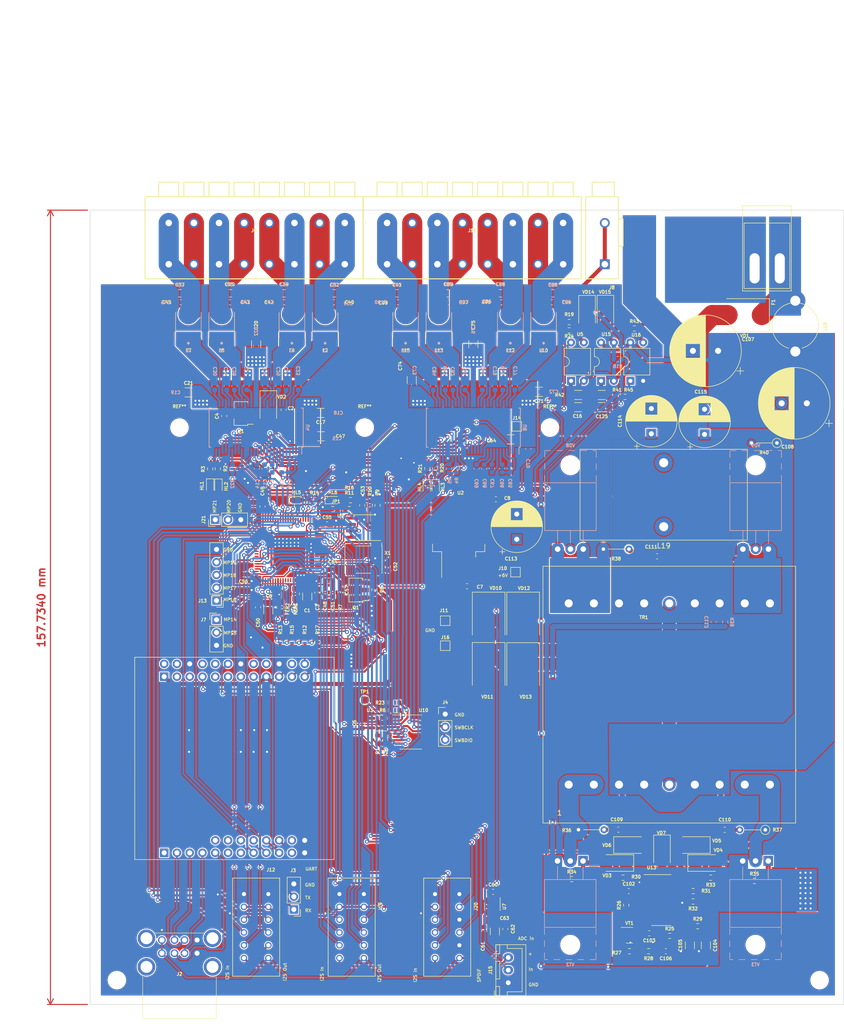
<source format=kicad_pcb>
(kicad_pcb (version 20240108) (generator "pcbnew") (generator_version "8.0")
  (layers (0 "F.Cu" signal) (31 "B.Cu" signal) (34 "B.Paste" user) (35 "F.Paste" user) (36 "B.SilkS" user "B.Silkscreen") (37 "F.SilkS" user "F.Silkscreen") (38 "B.Mask" user) (39 "F.Mask" user) (44 "Edge.Cuts" user))
  (net 0 "")
  (net 1 "Net-(U6-PVDD)")
  (net 2 "GND")
  (net 3 "PVDD")
  (net 4 "VBAT")
  (net 5 "+3V3")
  (net 6 "Net-(U6-AVDD)")
  (net 7 "+6V")
  (net 8 "Net-(U4-VREG)")
  (net 9 "Net-(U4-AREF)")
  (net 10 "Net-(U4-VCOM)")
  (net 11 "Net-(U4-AVDD)")
  (net 12 "Net-(U4-AVSS)")
  (net 13 "Net-(C13-Pad1)")
  (net 14 "Net-(C14-Pad1)")
  (net 15 "RST")
  (net 16 "Net-(U4-OUT_4P)")
  (net 17 "Net-(U4-BST_4P)")
  (net 18 "Net-(U4-BST_4M)")
  (net 19 "Net-(U4-OUT_4M)")
  (net 20 "Net-(U4-OUT_3P)")
  (net 21 "Net-(U4-BST_3P)")
  (net 22 "Net-(U4-BST_3M)")
  (net 23 "Net-(U4-OUT_3M)")
  (net 24 "Net-(U4-OUT_2P)")
  (net 25 "Net-(U4-BST_2P)")
  (net 26 "Net-(U4-BST_2M)")
  (net 27 "Net-(U4-OUT_2M)")
  (net 28 "Net-(U4-OUT_1P)")
  (net 29 "Net-(U4-BST+1P)")
  (net 30 "Net-(U4-BST_1M)")
  (net 31 "Net-(U4-OUT_1M)")
  (net 32 "Net-(J6-Pin_1)")
  (net 33 "Net-(J6-Pin_2)")
  (net 34 "Net-(J6-Pin_3)")
  (net 35 "Net-(J6-Pin_4)")
  (net 36 "Net-(J6-Pin_5)")
  (net 37 "Net-(J6-Pin_6)")
  (net 38 "Net-(J6-Pin_7)")
  (net 39 "Net-(J6-Pin_8)")
  (net 40 "Net-(U6-PLLFILT)")
  (net 41 "Net-(C51-Pad2)")
  (net 42 "Net-(U7-BP)")
  (net 43 "+5V")
  (net 44 "Net-(U8-VREG)")
  (net 45 "Net-(U8-AREF)")
  (net 46 "Net-(U8-VCOM)")
  (net 47 "Net-(U8-AVDD)")
  (net 48 "Net-(U8-AVSS)")
  (net 49 "Net-(C68-Pad1)")
  (net 50 "Net-(C69-Pad1)")
  (net 51 "Net-(U8-OUT_4P)")
  (net 52 "Net-(U8-BST_4P)")
  (net 53 "Net-(U8-BST_4M)")
  (net 54 "Net-(U8-OUT_4M)")
  (net 55 "Net-(U8-OUT_3P)")
  (net 56 "Net-(U8-BST_3P)")
  (net 57 "Net-(U8-BST_3M)")
  (net 58 "Net-(U8-OUT_3M)")
  (net 59 "Net-(U8-OUT_2P)")
  (net 60 "Net-(U8-BST_2P)")
  (net 61 "Net-(U8-BST_2M)")
  (net 62 "Net-(U8-OUT_2M)")
  (net 63 "Net-(U8-OUT_1P)")
  (net 64 "Net-(U8-BST+1P)")
  (net 65 "Net-(U8-BST_1M)")
  (net 66 "Net-(U8-OUT_1M)")
  (net 67 "Net-(J18-Pin_1)")
  (net 68 "Net-(J18-Pin_2)")
  (net 69 "Net-(J18-Pin_3)")
  (net 70 "Net-(J18-Pin_4)")
  (net 71 "Net-(J18-Pin_5)")
  (net 72 "Net-(J18-Pin_6)")
  (net 73 "Net-(J18-Pin_7)")
  (net 74 "Net-(J18-Pin_8)")
  (net 75 "Net-(U13-CT)")
  (net 76 "GNDPWR")
  (net 77 "Net-(U13-SS)")
  (net 78 "Net-(U13-VC)")
  (net 79 "Net-(C16-Pad1)")
  (net 80 "Net-(VD5-K)")
  (net 81 "Net-(VD14-A)")
  (net 82 "Net-(C109-Pad1)")
  (net 83 "Net-(C110-Pad2)")
  (net 84 "Net-(C111-Pad1)")
  (net 85 "Net-(C107-Pad1)")
  (net 86 "Net-(C125-Pad1)")
  (net 87 "Net-(HL1-K)")
  (net 88 "Net-(HL2-K)")
  (net 89 "Net-(HL3-K)")
  (net 90 "Net-(HL4-K)")
  (net 91 "Net-(HL5-K)")
  (net 92 "Net-(HL5-A)")
  (net 93 "Net-(HL6-K)")
  (net 94 "Net-(HL6-A)")
  (net 95 "Net-(J2-D1-)")
  (net 96 "Net-(J2-D1+)")
  (net 97 "Net-(J2-D2-)")
  (net 98 "Net-(J2-D2+)")
  (net 99 "Net-(J3-Pin_1)")
  (net 100 "Net-(J3-Pin_2)")
  (net 101 "/Computer/SBWTCK")
  (net 102 "/Computer/SBWTDIO")
  (net 103 "Net-(J7-Pin_1)")
  (net 104 "Net-(J7-Pin_2)")
  (net 105 "ACC")
  (net 106 "MCLK")
  (net 107 "/Amplifier/LRCKIN1")
  (net 108 "/Amplifier/LRCKOUT1")
  (net 109 "/Amplifier/BCLKIN1")
  (net 110 "/Amplifier/BCLKOUT1")
  (net 111 "/Amplifier/SDATAIN1")
  (net 112 "/Amplifier/SDATAOUT1")
  (net 113 "Net-(J13-Pin_1)")
  (net 114 "Net-(J13-Pin_2)")
  (net 115 "Net-(J13-Pin_3)")
  (net 116 "Net-(J13-Pin_4)")
  (net 117 "/Amplifier/AUXADC0")
  (net 118 "/Amplifier/LRCKIN3")
  (net 119 "/Amplifier/LRCKOUT3")
  (net 120 "/Amplifier/BCLKIN3")
  (net 121 "/Amplifier/BCLKOUT3")
  (net 122 "/Amplifier/SDATAIN3")
  (net 123 "/Amplifier/SDATAOUT3")
  (net 124 "/Amplifier/LRCKIN2")
  (net 125 "/Amplifier/BCLKIN2")
  (net 126 "/Amplifier/SDATAIN2")
  (net 127 "Net-(J21-Pin_1)")
  (net 128 "Net-(J21-Pin_2)")
  (net 129 "+BATT")
  (net 130 "Net-(U6-SELFBOOT)")
  (net 131 "Net-(VD8-A)")
  (net 132 "Net-(Q1-B)")
  (net 133 "VPP")
  (net 134 "WARN1")
  (net 135 "FAULT1")
  (net 136 "SCL")
  (net 137 "Standby")
  (net 138 "Net-(U6-SS_M{slash}MP0)")
  (net 139 "Net-(U9-~{WP})")
  (net 140 "SS")
  (net 141 "MOSI")
  (net 142 "MISO")
  (net 143 "SCL ")
  (net 144 "WARN0")
  (net 145 "FAULT0")
  (net 146 "Net-(U4-I2C_ADDR0)")
  (net 147 "Mute")
  (net 148 "Net-(U13-RT)")
  (net 149 "Net-(U13-DISCH)")
  (net 150 "Net-(VT1-B)")
  (net 151 "Net-(VD3-A)")
  (net 152 "Net-(U13-OUTB)")
  (net 153 "Net-(VD5-A)")
  (net 154 "Net-(U13-OUTA)")
  (net 155 "Net-(VD4-A)")
  (net 156 "Net-(VD6-K)")
  (net 157 "Net-(VD7-K)")
  (net 158 "Net-(VD8-A1)")
  (net 159 "REMOTE")
  (net 160 "Net-(R45-Pad2)")
  (net 161 "Net-(U3-~{MR})")
  (net 162 "Net-(VD12-A)")
  (net 163 "Net-(VD10-A)")
  (net 165 "/Amplifier/BCLKOUT2")
  (net 166 "/Amplifier/LRCLKOUT2")
  (net 167 "/Amplifier/SDATAOUT3+")
  (net 168 "/Amplifier/SDATAOUT2")
  (net 171 "SDATAIN0")
  (net 172 "LRCKIN0")
  (net 173 "BCLKIN0")
  (net 174 "/Amplifier/SDATAOUT1+")
  (net 175 "/Amplifier/SDATAOUT0")
  (net 176 "/Amplifier/BCLKOUT0")
  (net 177 "/Amplifier/LRCLKOUT0")
  (net 178 "Net-(U6-SDA_M{slash}MISO_M{slash}MP3)")
  (net 179 "Net-(U6-SCL_M{slash}SCLK_M{slash}MP2)")
  (net 180 "Net-(U6-MOSI_M{slash}MP1)")
  (net 184 "Net-(U6-XTALIN{slash}MCLK)")
  (net 212 "Net-(U13-NI)")
  (net 217 "Net-(VD14-K)")
  (net 218 "Net-(R19-Pad1)")
  (net 220 "/Amplifier/SPDIFIN")
  (net 221 "/Amplifier/SPDIFOUT")
  (net 229 "SDA")
  (net 230 "ACC_IN")
  (net 231 "Net-(VD1-K)")
  (net 232 "Net-(VD15-A)")
  (net 233 "Net-(VD9-A1)")
  (footprint "Resistor_SMD:R_0603_1608Metric" (layer "F.Cu") (at 95.25 23.876 180)
    (property "Reference" "R24")
    (property "Value" "1k")
  )
  (footprint "Resistor_SMD:R_0805_2012Metric_Pad1.20x1.40mm_HandSolder" (layer "F.Cu") (at 40.894 76.2 -90)
    (property "Reference" "FER1")
    (property "Value" "BLM21AG102SN1D")
  )
  (footprint "00-mylib:Fuse_Blade_vertical" (layer "F.Cu") (at 134.62 11.555 90)
    (property "Reference" "F1")
    (property "Value" "Fuse")
  )
  (footprint "Capacitor_SMD:C_1206_3216Metric" (layer "F.Cu") (at 43.18 76.708 -90)
    (property "Reference" "C1")
    (property "Value" "CAP_10u0_50V_X7R_1206")
  )
  (footprint "Capacitor_SMD:C_0603_1608Metric" (layer "F.Cu") (at 112.7385 68.7425)
    (property "Reference" "C111")
    (property "Value" "CAP_1n_50V_X7R_0603")
  )
  (footprint "Resistor_SMD:R_0603_1608Metric" (layer "F.Cu") (at 95.758 132.842)
    (property "Reference" "R34")
    (property "Value" "1k")
  )
  (footprint "Capacitor_SMD:C_0805_2012Metric" (layer "F.Cu") (at 48.58 16.51)
    (property "Reference" "C32")
    (property "Value" "1.0uF")
  )
  (footprint "Capacitor_SMD:C_0603_1608Metric" (layer "F.Cu") (at 107.1045 135.2275)
    (property "Reference" "C102")
    (property "Value" "CAP_1n_50V_X7R_0603")
  )
  (footprint "Connector_Edge:2x6" (layer "F.Cu") (at 33.02 142.169 -90)
    (property "Reference" "J12")
    (property "Value" "Conn_edge_2x6_2.54_Male" (hide yes))
  )
  (footprint "Capacitor_SMD:C_1206_3216Metric" (layer "F.Cu") (at 80.472 143.249 -90)
    (property "Reference" "C63")
    (property "Value" "10,0uF")
  )
  (footprint "Capacitor_SMD:C_0603_1608Metric" (layer "F.Cu") (at 82.55 142.748 90)
    (property "Reference" "C62")
    (property "Value" "100n")
  )
  (footprint "Capacitor_SMD:C_1206_3216Metric" (layer "F.Cu") (at 33.02 26.621 90)
    (property "Reference" "C20")
    (property "Value" "10,0uF")
  )
  (footprint "Resistor_SMD:R_0603_1608Metric" (layer "F.Cu") (at 57.15 58.603 -90)
    (property "Reference" "R9")
    (property "Value" "RES_10K0_1%_0.125W_Thick_0603")
  )
  (footprint "MountingHole:MountingHole_3.2mm_M3" (layer "F.Cu") (at 144.78 5.08)
    (property "Reference" "REF**" (hide yes))
    (property "Value" "MountingHole_3.2mm_M3" (hide yes))
  )
  (footprint "my:SPM5010-5020" (layer "F.Cu") (at 90.17 22.86 90)
    (property "Reference" "L10")
    (property "Value" "3.3uH" (hide yes))
  )
  (footprint "Package_DIP:DIP-4_W7.62mm" (layer "F.Cu") (at 107.424 33.899 90)
    (property "Reference" "U16")
    (property "Value" "TLP627")
  )
  (footprint "Capacitor_SMD:C_0603_1608Metric" (layer "F.Cu") (at 54.102 58.616 -90)
    (property "Reference" "C53")
    (property "Value" "CAP_100n_50V_X7R_0603")
  )
  (footprint "Diode_SMD:D_SMC" (layer "F.Cu") (at 130.146 20.828 180)
    (property "Reference" "VD1")
    (property "Value" "SS56")
  )
  (footprint "Capacitor_SMD:C_0603_1608Metric" (layer "F.Cu") (at 48.244 75.946 90)
    (property "Reference" "C51")
    (property "Value" "CAP_5n6_50V_X7R_0603")
  )
  (footprint "Capacitor_SMD:C_0603_1608Metric" (layer "F.Cu") (at 46.72 75.946 90)
    (property "Reference" "C48")
    (property "Value" "CAP_150p_50V_C0G_0603")
  )
  (footprint "TestPoint:TestPoint_Pad_D1.5mm" (layer "F.Cu") (at 54.61 97.282)
    (property "Reference" "TP1")
    (property "Value" "Reset")
  )
  (footprint "MountingHole:MountingHole_3.2mm_M3" (layer "F.Cu") (at 17.78 43.18)
    (property "Reference" "REF**")
    (property "Value" "MountingHole_3.2mm_M3" (hide yes))
  )
  (footprint "Oscillator:Oscillator_SMD_SeikoEpson_SG8002CA-4Pin_7.0x5.0mm" (layer "F.Cu") (at 54.356 69.398 180)
    (property "Reference" "X1")
    (property "Value" "SG-8002CA 24.5760M-PCBL3")
  )
  (footprint "Resistor_SMD:R_0603_1608Metric" (layer "F.Cu") (at 51.562 59.365 180)
    (property "Reference" "R11")
    (property "Value" "RES_10K0_1%_0.125W_Thick_0603")
  )
  (footprint "LED_SMD:LED_0603_1608Metric_Pad1.05x0.95mm_HandSolder" (layer "F.Cu") (at 48.387 57.587)
    (property "Reference" "HL6")
    (property "Value" "LED_SMD_0603_BLUE")
  )
  (footprint "00-mylib:L_Toroid_Vertical_L33.0mm_W17.8mm_P12.70mm_Pulse_KM-5" (layer "F.Cu") (at 114.046 62.86 180)
    (property "Reference" "L19")
    (property "Value" "25μ")
  )
  (footprint "00-mylib:Transformer_ETD44_Horizontal" (layer "F.Cu") (at 90.1615 121.5815)
    (property "Reference" "TR1")
    (property "Value" "TRANSF10")
  )
  (footprint "Resistor_THT:R_Axial_DIN0204_L3.6mm_D1.6mm_P5.08mm_Vertical" (layer "F.Cu") (at 136.5512 46.228 180)
    (property "Reference" "R40")
    (property "Value" "1.5k")
  )
  (footprint "Capacitor_SMD:C_0805_2012Metric" (layer "F.Cu") (at 61.026 16.51)
    (property "Reference" "C91")
    (property "Value" "1.0uF")
  )
  (footprint "Resistor_SMD:R_0603_1608Metric" (layer "F.Cu") (at 55.626 58.603 -90)
    (property "Reference" "R10")
    (property "Value" "RES_10K0_1%_0.125W_Thick_0603")
  )
  (footprint "Resistor_SMD:R_0603_1608Metric" (layer "F.Cu") (at 95.25 22.225 180)
    (property "Reference" "R19")
    (property "Value" "10k")
  )
  (footprint "MountingHole:MountingHole_3.2mm_M3" (layer "F.Cu") (at 54.61 43.18)
    (property "Reference" "REF**")
    (property "Value" "MountingHole_3.2mm_M3" (hide yes))
  )
  (footprint "Package_TO_SOT_SMD:SOT-89-3" (layer "F.Cu") (at 52.832 75.438 180)
    (property "Reference" "Q1")
    (property "Value" "2STF2360")
  )
  (footprint "MountingHole:MountingHole_3.2mm_M3" (layer "F.Cu") (at 5.08 5.08)
    (property "Reference" "REF**" (hide yes))
    (property "Value" "MountingHole_3.2mm_M3" (hide yes))
  )
  (footprint "Capacitor_SMD:C_0603_1608Metric" (layer "F.Cu") (at 49.784 75.946 -90)
    (property "Reference" "C57")
    (property "Value" "CAP_100n_50V_X7R_0603")
  )
  (footprint "LED_SMD:LED_0603_1608Metric" (layer "F.Cu") (at 23.876 54.8385 -90)
    (property "Reference" "HL1")
    (property "Value" "LED_SMD_0603_YELLOW")
  )
  (footprint "my:SPM5010-5020" (layer "F.Cu") (at 62.738 22.86 90)
    (property "Reference" "L15")
    (property "Value" "3.3uH" (hide yes))
  )
  (footprint "my:SPM5010-5020" (layer "F.Cu") (at 40.132 22.86 90)
    (property "Reference" "L4")
    (property "Value" "3.3uH" (hide yes))
  )
  (footprint "Resistor_SMD:R_0603_1608Metric" (layer "F.Cu") (at 106.5965 138.0215 90)
    (property "Reference" "R26")
    (property "Value" "150")
  )
  (footprint "Diode_SMD:D_SMA" (layer "F.Cu") (at 102.467 20.415 -90)
    (property "Reference" "VD15")
    (property "Value" "1N5819")
  )
  (footprint "Capacitor_SMD:C_0603_1608Metric" (layer "F.Cu") (at 59.182 70.795 90)
    (property "Reference" "C52")
    (property "Value" "CAP_10n_25V_X7R_0603")
  )
  (footprint "Diode_SMD:D_SMC" (layer "F.Cu") (at 86.106 80.772 -90)
    (property "Reference" "VD12")
    (property "Value" "SS56" (hide yes))
  )
  (footprint "LED_SMD:LED_0603_1608Metric" (layer "F.Cu") (at 66.929 54.991 -90)
    (property "Reference" "HL4")
    (property "Value" "LED_SMD_0603_YELLOW")
  )
  (footprint "Connector_Degson:DEGSON_8x5" (layer "F.Cu") (at 50.64 2.54 180)
    (property "Reference" "J6")
    (property "Value" "DEGSON 2604 8x5" (hide yes))
  )
  (footprint "Diode_SMD:D_SMA" (layer "F.Cu") (at 119.7725 126.0835 180)
    (property "Reference" "VD7")
    (property "Value" "1N414E")
  )
  (footprint "Capacitor_THT:CP_Radial_D10.0mm_P5.00mm" (layer "F.Cu") (at 122.174 44.531677 90)
    (property "Reference" "C115")
    (property "Value" "330μ")
  )
  (footprint "Resistor_SMD:R_0603_1608Metric" (layer "F.Cu") (at 119.908 135.2275 180)
    (property "Reference" "R31")
    (property "Value" "1k")
  )
  (footprint "Package_SO:SOIC-8_3.9x4.9mm_P1.27mm" (layer "F.Cu") (at 54.356 63.048 180)
    (property "Reference" "U9")
    (property "Value" "25AA1024-I/SM")
  )
  (footprint "Connector_PinHeader_2.54mm:PinHeader_1x05_P2.54mm_Vertical" (layer "F.Cu") (at 25.146 77.526 180)
    (property "Reference" "J13")
    (property "Value" "Conn_01x04_Male")
  )
  (footprint "Capacitor_SMD:C_0603_1608Metric" (layer "F.Cu") (at 91.821 18.288)
    (property "Reference" "C94")
    (property "Value" "10n")
  )
  (footprint "Diode_SMD:D_SMA" (layer "F.Cu") (at 107.6125 126.0835)
    (property "Reference" "VD6")
    (property "Value" "1N414E")
  )
  (footprint "Resistor_SMD:R_1206_3216Metric" (layer "F.Cu") (at 101.727 36.703 180)
    (property "Reference" "R41")
    (property "Value" "1.2k")
  )
  (footprint "Diode_SMD:D_SMA" (layer "F.Cu") (at 122.3445 129.6395)
    (property "Reference" "VD4")
    (property "Value" "1N5819")
  )
  (footprint "Resistor_SMD:R_0603_1608Metric" (layer "F.Cu") (at 115.2325 144.1175)
    (property "Reference" "R25")
    (property "Value" "15k")
  )
  (footprint "Capacitor_SMD:C_0603_1608Metric" (layer "F.Cu") (at 18.021 18.288)
    (property "Reference" "C45")
    (property "Value" "10n")
  )
  (footprint "Capacitor_SMD:C_0603_1608Metric" (layer "F.Cu") (at 74.943 74.676 180)
    (property "Reference" "C7")
    (property "Value" "0,33uF")
  )
  (footprint "Capacitor_SMD:C_0603_1608Metric" (layer "F.Cu") (at 80.684 57.404)
    (property "Reference" "C8")
    (property "Value" "100n")
  )
  (footprint "my:SPM5010-5020" (layer "F.Cu") (at 46.736 22.86 90)
    (property "Reference" "L2")
    (property "Value" "3.3uH" (hide yes))
  )
  (footprint "my:L_Axial_L26.0mm_D9.0mm_P5.08mm_Vertical" (layer "F.Cu") (at 140.208 22.987 -90)
    (property "Reference" "L18")
    (property "Value" "5μ")
  )
  (footprint "Resistor_SMD:R_0603_1608Metric" (layer "F.Cu") (at 60.643 97.79)
    (property "Reference" "R23")
    (property "Value" "10K")
  )
  (footprint "00-mylib:USB_A_STACKED" (layer "F.Cu") (at 14.28 144.939)
    (property "Reference" "J2")
    (property "Value" "USB_A_Stacked" (hide yes))
  )
  (footprint "Resistor_SMD:R_0603_1608Metric" (layer "F.Cu") (at 42.672 85.781 -90)
    (property "Reference" "R12")
    (property "Value" "RES_10K0_1%_0.125W_Thick_0603")
  )
  (footprint "Resistor_SMD:R_0603_1608Metric" (layer "F.Cu") (at 40.132 85.781 -90)
    (property "Reference" "R15")
    (property "Value" "RES_10K0_1%_0.125W_Thick_0603")
  )
  (footprint "Package_DIP:DIP-4_W7.62mm" (layer "F.Cu") (at 101.595 33.899 90)
    (property "Reference" "U15")
    (property "Value" "TLP627")
  )
  (footprint "Capacitor_SMD:C_1206_3216Metric" (layer "F.Cu") (at 45.847 40.259 180)
    (property "Reference" "C17")
    (property "Value" "10,0uF")
  )
  (footprint "MountingHole:MountingHole_3.2mm_M3" (layer "F.Cu") (at 91.44 43.18)
    (property "Reference" "REF**")
    (property "Value" "MountingHole_3.2mm_M3" (hide yes))
  )
  (footprint "Resistor_SMD:R_0603_1608Metric" (layer "F.Cu") (at 68.58 51.308 -90)
    (property "Reference" "R20")
    (property "Value" "1K")
  )
  (footprint "Capacitor_SMD:C_0603_1608Metric" (layer "F.Cu") (at 54.102 102.108 -90)
    (property "Reference" "C5")
    (property "Value" "CAP_100n_50V_X7R_0603")
  )
  (footprint "Capacitor_SMD:C_0603_1608Metric" (layer "F.Cu") (at 80.137 135.382)
    (property "Reference" "C60")
    (property "Value" "100n")
  )
  (footprint "Resistor_SMD:R_0603_1608Metric" (layer "F.Cu") (at 106.363 37.084)
    (property "Reference" "R45")
    (property "Value" "1k")
  )
  (footprint "Diode_SMD:D_SMC" (layer "F.Cu") (at 86.106 90.805 -90)
    (property "Reference" "VD13")
    (property "Value" "SS56" (hide yes))
  )
  (footprint "Capacitor_SMD:C_0603_1608Metric" (layer "F.Cu") (at 48.501 18.288)
    (property "Reference" "C40")
    (property "Value" "10n")
  )
  (footprint "Resistor_SMD:R_0603_1608Metric" (layer "F.Cu") (at 23.876 51.372 90)
    (property "Reference" "R3")
    (property "Value" "1K")
  )
  (footprint "Capacitor_SMD:C_1206_3216Metric" (layer "F.Cu") (at 45.9232 44.9072 180)
    (property "Reference" "C47")
    (property "Value" "10,0uF")
  )
  (footprint "Resistor_SMD:R_0603_1608Metric" (layer "F.Cu") (at 25.4 51.372 -90)
    (property "Reference" "R2")
    (property "Value" "1K")
  )
  (footprint "Capacitor_SMD:C_1206_3216Metric" (layer "F.Cu") (at 83.6168 45.515)
    (property "Reference" "C64")
    (property "Value" "10,0uF")
  )
  (footprint "LED_SMD:LED_0603_1608Metric" (layer "F.Cu") (at 68.707 54.991 -90)
    (property "Reference" "HL3")
    (property "Value" "LED_SMD_0603_RED")
  )
  (footprint "Capacitor_SMD:C_0805_2012Metric" (layer "F.Cu") (at 81.6 16.51 180)
    (property "Reference" "C88")
    (property "Value" "1.0uF" (hide yes))
  )
  (footprint "my:SPM5010-5020" (layer "F.Cu") (at 26.162 22.86 90)
    (property "Reference" "L5")
    (property "Value" "3.3uH" (hide yes))
  )
  (footprint "Capacitor_SMD:C_0603_1608Metric" (layer "F.Cu") (at 27.813 18.288 180)
    (property "Reference" "C43")
    (property "Value" "10n")
  )
  (footprint "Capacitor_SMD:C_0603_1608Metric" (layer "F.Cu") (at 38.481 39.624 -90)
    (property "Reference" "C2")
    (property "Value" "0,33uF")
  )
  (footprint "Resistor_SMD:R_0805_2012Metric_Pad1.20x1.40mm_HandSolder" (layer "F.Cu") (at 37.846 78.867 -90)
    (property "Reference" "FER2")
    (property "Value" "BLM21AG102SN1D")
  )
  (footprint "Connector_Degson:DEGSON_8x5" (layer "F.Cu") (at 94.055 2.54 180)
    (property "Reference" "J18")
    (property "Value" "DEGSON 2604 8x5" (hide yes))
  )
  (footprint "Resistor_SMD:R_0603_1608Metric" (layer "F.Cu") (at 44.668 57.587 180)
    (property "Reference" "R14")
    (property "Value" "RES_51R0_1%_0.125W_Thick_0603")
  )
  (footprint "Resistor_SMD:R_0603_1608Metric_Pad0.98x0.95mm_HandSolder" (layer "F.Cu") (at 48.26 59.365 180)
    (property "Reference" "JP1")
    (property "Value" "CON_JUMPER")
  )
  (footprint "Capacitor_THT:CP_Radial_D14.0mm_P5.00mm" (layer "F.Cu") (at 124.852729 27.94 180)
    (property "Reference" "C107")
    (property "Value" "2200μ")
  )
  (footprint "Package_SO:TSSOP-20_4.4x6.5mm_P0.65mm" (layer "F.Cu") (at 63.754 103.632)
    (property "Reference" "U10")
    (property "Value" "STM32F030F4Px")
  )
  (footprint "Resistor_THT:R_Axial_DIN0204_L3.6mm_D1.6mm_P5.08mm_Vertical" (layer "F.Cu") (at 102.185 123.0376 180)
    (property "Reference" "R36")
    (property "Value" "4.7")
  )
  (footprint "Diode_SMD:D_SMC" (layer "F.Cu") (at 79.248 90.776 -90)
    (property "Reference" "VD11")
    (property "Value" "SS56" (hide yes))
  )
  (footprint "Package_TO_SOT_SMD:SOT-23" (layer "F.Cu") (at 107.2315 143.9905)
    (property "Reference" "VT1")
    (property "Value" "BC846")
  )
  (footprint "Resistor_THT:R_Axial_DIN0204_L3.6mm_D1.6mm_P5.08mm_Vertical" (layer "F.Cu") (at 134.239 123.063 180)
    (property "Reference" "R37")
    (property "Value" "4.7")
  )
  (footprint "Capacitor_SMD:C_0603_1608Metric" (layer "F.Cu") (at 48.26 71.374)
    (property "Reference" "C54")
    (property "Value" "CAP_100n_50V_X7R_0603" (hide yes))
  )
  (footprint "Diode_SMD:D_SMA" (layer "F.Cu") (at 35.433 39.37 -90)
    (property "Reference" "VD2")
    (property "Value" "ES1D")
  )
  (footprint "Capacitor_SMD:C_0805_2012Metric" (layer "F.Cu") (at 38.542 16.51 180)
    (property "Reference" "C34")
    (property "Value" "1.0uF")
  )
  (footprint "Capacitor_THT:CP_Radial_D10.0mm_P5.00mm" (layer "F.Cu") (at 111.587677 44.404677 90)
    (property "Reference" "C114")
    (property "Value" "330μ")
  )
  (footprint "Package_SO:SOIC-16_3.9x9.9mm_P1.27mm" (layer "F.Cu") (at 113.5815 137.0055)
    (property "Reference" "U13")
    (property "Value" "SG3525")
  )
  (footprint "Package_TO_SOT_SMD:TO-263-2" (layer "F.Cu") (at 73.286 62.992 90)
    (property "Reference" "U2")
    (property "Value" "LD1086D2T33TR" (hide yes))
  )
  (footprint "my:SPM5010-5020" (layer "F.Cu") (at 83.566 22.86 90)
    (property "Reference" "L12")
    (property "Value" "3.3uH" (hide yes))
  )
  (footprint "Connector_Degson:DEGSON_1x5" (layer "F.Cu") (at 102.335 10.74 180)
    (property "Reference" "J8")
    (property "Value" "DEGSON 2604 1x5" (hide yes))
  )
  (footprint "my:Nanopi NEO" (layer "F.Cu") (at 30.988 109.149 90)
    (property "Reference" "U12" (hide yes))
    (property "Value" "Nanopi NEO Air")
  )
  (footprint "Package_TO_SOT_SMD:SOT-23-5" (layer "F.Cu") (at 79.964 138.303 -90)
    (property "Reference" "U7")
    (property "Value" "LP2985-5.0")
  )
  (footprint "my:SPM5010-5020" (layer "F.Cu") (at 69.342 22.86 90)
    (property "Reference" "L13")
    (property "Value" "3.3uH" (hide yes))
  )
  (footprint "Capacitor_SMD:C_0805_2012Metric" (layer "F.Cu") (at 17.846 16.51)
    (property "Reference" "C37")
    (property "Value" "1.0uF")
  )
  (footprint "Resistor_SMD:R_0603_1608Metric" (layer "F.Cu") (at 123.384 132.5605 180)
    (property "Reference" "R33")
    (property "Value" "10")
  )
  (footprint "TestPoint:TestPoint_Pad_1.5x1.5mm" (layer "F.Cu") (at 84.582 71.882 180)
    (property "Reference" "J10")
    (property "Value" "+6V")
  )
  (footprint "Capacitor_SMD:C_0603_1608Metric" (layer "F.Cu") (at 81.788 18.288 180)
    (property "Reference" "C96")
    (property "Value" "10n")
  )
  (footprint "Diode_SMD:D_SMC" (layer "F.Cu") (at 79.248 80.772 -90)
    (property "Reference" "VD10")
    (property "Value" "SS56" (hide yes))
  )
  (footprint "Capacitor_SMD:C_0603_1608Metric" (layer "F.Cu") (at 78.359 143.129 90)
    (property "Reference" "C61")
    (property "Value" "10n")
  )
  (footprint "Resistor_SMD:R_0603_1608Metric" (layer "F.Cu") (at 108.204 23.495)
    (property "Reference" "R43")
    (property "Value" "4.7k")
  )
  (footprint "Resistor_SMD:R_0603_1608Metric" (layer "F.Cu") (at 47.482 73.576)
    (property "Reference" "R7")
    (property "Value" "RES_4K3_1%_0.125W_Thick_0603")
  )
  (footprint "Package_TO_SOT_SMD:SOT-23-5" (layer "F.Cu") (at 57.15 101.854 180)
    (property "Reference" "U3")
    (property "Value" "TPS3828-33DBVT")
  )
  (footprint "Capacitor_SMD:C_1206_3216Metric" (layer "F.Cu") (at 19.571 36.195)
    (property "Reference" "C21")
    (property "Value" "10,0uF")
  )
  (footprint "Resistor_SMD:R_0603_1608Metric" (layer "F.Cu") (at 119.888 137.287 180)
    (property "Reference" "R32")
    (property "Value" "1k")
  )
  (footprint "Capacitor_SMD:C_0805_2012Metric" (layer "F.Cu") (at 92.014 16.51)
    (property "Reference" "C86")
    (property "Value" "1.0uF" (hide yes))
  )
  (footprint "Capacitor_SMD:C_0603_1608Metric" (layer "F.Cu") (at 34.29 58.844 90)
    (property "Reference" "C49")
    (property "Value" "CAP_10n_50V_X7R_0603")
  )
  (footprint "Package_DIP:DIP-4_W7.62mm" (layer "F.Cu") (at 95.626 33.899 90)
    (property "Reference" "U5")
    (property "Value" "TLP627")
  )
  (footprint "Capacitor_SMD:C_1206_3216Metric" (layer "F.Cu") (at 76.2 26.618 -90)
    (property "Reference" "C75")
    (property "Value" "10,0uF")
  )
  (footprint "my:SPM5010-5020" (layer "F.Cu") (at 19.558 22.86 90)
    (property "Reference" "L7")
    (property "Value" "3.3uH" (hide yes))
  )
  (footprint "Capacitor_SMD:C_0603_1608Metric" (layer "F.Cu") (at 105.029 123.0122)
    (property "Reference" "C109")
    (property "Value" "CAP_22n_50V_X7R_0603")
  )
  (footprint "Resistor_SMD:R_0603_1608Metric" (layer "F.Cu") (at 51.78 57.587 180)
    (property "Reference" "R16")
    (property "Value" "RES_51R0_1%_0.125W_Thick_0603")
  )
  (footprint "Connector_PinHeader_2.54mm:PinHeader_1x03_P2.54mm_Vertical" (layer "F.Cu") (at 40.513 138.867 180)
    (property "Reference" "J3")
    (property "Value" "UART")
  )
  (footprint "LED_SMD:LED_0603_1608Metric_Pad1.05x0.95mm_HandSolder" (layer "F.Cu") (at 41.162 57.587)
    (property "Reference" "HL5")
    (property "Value" "LED_SMD_0603_BLUE")
  )
  (footprint "Capacitor_SMD:C_0603_1608Metric" (layer "F.Cu") (at 30.48 72.319 180)
    (property "Reference" "C56")
    (property "Value" "CAP_100n_50V_X7R_0603")
  )
  (footprint "Resistor_SMD:R_0603_1608Metric" (layer "F.Cu") (at 57.15 105.156 90)
    (property "Reference" "R1")
    (property "Value" "10K")
  )
  (footprint "MountingHole:MountingHole_3.2mm_M3" (layer "F.Cu") (at 145.034 152.908)
    (property "Reference" "REF**" (hide yes))
    (property "Value" "MountingHole_3.2mm_M3" (hide yes))
  )
  (footprint "Capacitor_SMD:C_1206_3216Metric" (layer "F.Cu") (at 35.433 79.502 -90)
    (property "Reference" "C6")
    (property "Value" "CAP_10u0_50V_X7R_1206")
  )
  (footprint "Package_TO_SOT_SMD:SOT-89-3" (layer "F.Cu") (at 29.972 40.386 180)
    (property "Reference" "U1")
    (property "Value" "L78L18_SOT89")
  )
  (footprint "Capacitor_SMD:C_1206_3216Metric" (layer "F.Cu") (at 89.281 36.068 180)
    (property "Reference" "C71")
    (property "Value" "10,0uF")
  )
  (footprint "Resistor_SMD:R_0603_1608Metric" (layer "F.Cu") (at 67.056 51.308 90)
    (property "Reference" "R21")
    (property "Value" "1K")
  )
  (footprint "TestPoint:TestPoint_Pad_1.5x1.5mm" (layer "F.Cu") (at 70.612 86.487)
    (property "Reference" "J16")
    (property "Value" "GND")
  )
  (footprint "Connector_Edge:2x6" (layer "F.Cu") (at 71.0057 142.169 -90)
    (property "Reference" "J20")
    (property "Value" "Conn_edge_2x6_2.54_Male" (hide yes))
  )
  (footprint "Capacitor_SMD:C_1206_3216Metric" (layer "F.Cu") (at 122.428 146.001 -90)
    (property "Reference" "C104")
    (property "Value" "CAP_2u2_50V_X7R_1206")
  )
  (footprint "Capacitor_SMD:C_0603_1608Metric" (layer "F.Cu") (at 111.1685 143.6095 180)
    (property "Reference" "C103")
    (property "Value" "CAP_10n_50V_X7R_0603")
  )
  (footprint "my:LFCSP-88-1EP_10x10mm_P0.5mm_EP6.15x6.15mm" (layer "F.Cu") (at 39.116 67.493 90)
    (property "Reference" "U6" (hide yes))
    (property "Value" "ADAU1467WBCPZ300RL")
  )
  (footprint "TestPoint:TestPoint_Pad_1.5x1.5mm" (layer "F.Cu") (at 84.836 42.926)
    (property "Reference" "J14")
    (property "Value" "+24V")
  )
  (footprint "Capacitor_SMD:C_0603_1608Metric" (layer "F.Cu") (at 61.201 18.288)
    (property "Reference" "C99")
    (property "Value" "10n")
  )
  (footprint "Connector_Edge:2x6" (layer "F.Cu") (at 52.01285 142.169 -90)
    (property "Reference" "J19")
    (property "Value" "Conn_edge_2x6_2.54_Male" (hide yes))
  )
  (footprint "Capacitor_SMD:C_0603_1608Metric" (layer "F.Cu") (at 71.361 18.288 180)
    (property "Reference" "C97")
    (property "Value" "10n")
  )
  (footprint "Resistor_SMD:R_0603_1608Metric" (layer "F.Cu") (at 45.212 85.781 -90)
    (property "Reference" "R17")
    (property "Value" "RES_10K0_1%_0.125W_Thick_0603")
  )
  (footprint "Capacitor_SMD:C_0603_1608Metric" (layer "F.Cu") (at 45.196 75.946 -90)
    (property "Reference" "C3")
    (property "Value" "CAP_100n_50V_X7R_0603")
  )
  (footprint "Capacitor_SMD:C_0805_2012Metric" (layer "F.Cu") (at 27.94 16.51 180)
    (property "Reference" "C35")
    (property "Value" "1.0uF")
  )
  (footprint "TestPoint:TestPoint_Pad_1.5x1.5mm" (layer "F.Cu") (at 70.612 81.534 180)
    (property "Reference" "J11")
    (property "Value" "GND")
  )
  (footprint "Capacitor_SMD:C_0603_1608Metric" (layer "F.Cu") (at 126.172 123.063)
    (property "Reference" "C110")
    (property "Value" "CAP_22n_50V_X7R_0603")
  )
  (footprint "Resistor_SMD:R_0603_1608Metric" (layer "F.Cu") (at 107.2315 147.1655)
    (property "Reference" "R27")
    (property "Value" "3k")
  )
  (footprint "LED_SMD:LED_0603_1608Metric" (layer "F.Cu") (at 25.527 54.864 -90)
    (property "Reference" "HL2")
    (property "Value" "LED_SMD_0603_RED")
  )
  (footprint "Capacitor_SMD:C_1206_3216Metric" (layer "F.Cu") (at 119.253 146.001 -90)
    (property "Reference" "C105")
    (property "Value" "CAP_10u0_50V_X7R_1206")
  )
  (footprint "Capacitor_SMD:C_0603_1608Metric" (layer "F.Cu") (at 47.117 62.413)
    (property "Reference" "C55")
    (property "Value" "CAP_100n_50V_X7R_0603")
  )
  (footprint "Capacitor_THT:CP_Radial_D10.0mm_P5.00mm" (layer "F.Cu") (at 84.836 65.359677 90)
    (property "Reference" "C113")
    (property "Value" "330μ")
  )
  (footprint "Resistor_SMD:R_0603_1608Metric" (layer "F.Cu") (at 60.643 99.314)
    (property "Reference" "R6")
    (property "Value" "10K")
  )
  (footprint "Connector_PinHeader_2.54mm:PinHeader_1x03_P2.54mm_Vertical" (layer "F.Cu") (at 70.612 100.076)
    (property "Reference" "J4")
    (property "Value" "SWD")
  )
  (footprint "Capacitor_SMD:C_0603_1608Metric" (layer "F.Cu") (at 38.595 18.288 180)
    (property "Reference" "C42")
    (property "Value" "10n")
  )
  (footprint "Connector_PinHeader_2.54mm:PinHeader_1x03_P2.54mm_Vertical" (layer "F.Cu") (at 24.892 61.468 90)
    (property "Reference" "J21")
    (property "Value" "Conn_01x02_Male")
  )
  (footprint "Capacitor_SMD:C_1206_3216Metric" (layer "F.Cu") (at 97.028 39.116)
    (property "Reference" "C16")
    (property "Value" "CAP_10u0_50V_X7R_1206")
  )
  (footprint "Capacitor_SMD:C_0603_1608Metric" (layer "F.Cu") (at 114.4705 147.1655 180)
    (property "Reference" "C106")
    (property "Value" "CAP_10n_50V_X7R_0603")
  )
  (footprint "Capacitor_SMD:C_0603_1608Metric" (layer "F.Cu") (at 26.67 40.881 90)
    (property "Reference" "C4")
    (property "Value" "100n")
  )
  (footprint "Diode_SMD:D_SMA" (layer "F.Cu") (at 104.5645 129.6395 180)
    (property "Reference" "VD3")
    (property "Value" "1N5819")
  )
  (footprint "Connector_PinHeader_2.54mm:PinHeader_1x03_P2.54mm_Vertical" (layer "F.Cu") (at 25.146 81.336)
    (property "Reference" "J7")
    (property "Value" "Conn_01x02_Male")
  )
  (footprint "Resistor_THT:R_Axial_DIN0204_L3.6mm_D1.6mm_P5.08mm_Vertical" (layer "F.Cu") (at 107.138 67.31 180)
    (property "Reference" "R38")
    (property "Value" "100")
  )
  (footprint "Resistor_SMD:R_0603_1608Metric" (layer "F.Cu") (at 111.0415 147.1655 180)
    (property "Reference" "R28")
    (property "Value" "3,6k")
  )
  (footprint "Diode_SMD:D_SMA" (layer "F.Cu") (at 113.7085 127.6075 -90)
    (property "Reference" "VD5")
    (property "Value" "1N5819")
  )
  (footprint "Capacitor_THT:CP_Radial_D14.0mm_P5.00mm" (layer "F.Cu") (at 142.494 38.354 180)
    (property "Reference" "C108")
    (property "Value" "2200μ")
  )
  (footprint "Resistor_SMD:R_0603_1608Metric" (layer "F.Cu") (at 56.515 75.375 90)
    (property "Reference" "R8")
    (property "Value" "RES_1K0_1%_0.125W_Thick_0603")
  )
  (footprint "Connector_JST:JST_XH_B3B-XH-A_1x03_P2.50mm_Vertical" (layer "F.Cu") (at 83.139 153.416 90)
    (property "Reference" "J15")
    (property "Value" "Volume" (hide yes))
  )
  (footprint "Capacitor_SMD:C_1206_3216Metric" (layer "F.Cu") (at 101.727 39.116 180)
    (property "Reference" "C125")
    (property "Value" "CAP_10u0_50V_X7R_1206")
  )
  (footprint "Resistor_SMD:R_0603_1608Metric" (layer "F.Cu") (at 105.9615 132.5605)
    (property "Reference" "R30")
    (property "Value" "10")
  )
  (footprint "MountingHole:MountingHole_3.2mm_M3" (layer "F.Cu") (at 5.334 152.908)
    (property "Reference" "REF**" (hide yes))
    (property "Value" "MountingHole_3.2mm_M3" (hide yes))
  )
  (footprint "Capacitor_SMD:C_1206_3216Metric" (layer "F.Cu") (at 63.9572 33.7312 90)
    (property "Reference" "C74")
    (property "Value" "10,0uF")
  )
  (footprint "Resistor_SMD:R_0603_1608Metric" (layer "F.Cu") (at 37.719 85.781 -90)
    (property "Reference" "R13")
    (property "Value" "RES_10K0_1%_0.125W_Thick_0603")
  )
  (footprint "Capacitor_SMD:C_0805_2012Metric" (layer "F.Cu") (at 71.186 16.51 180)
    (property "Reference" "C89")
    (property "Value" "1.0uF" (hide yes))
  )
  (footprint "Diode_SMD:D_SMA" (layer "F.Cu") (at 98.806 20.447 -90)
    (property "Reference" "VD14")
    (property "Value" "1N5819")
  )
  (footprint "Resistor_SMD:R_0603_1608Metric" (layer "F.Cu") (at 132.08 133.223)
    (property "Reference" "R35")
    (property "Value" "1k")
  )
  (footprint "Capacitor_SMD:C_0603_1608Metric" (layer "F.Cu") (at 33.401 78.867 -90)
    (property "Reference" "C50")
    (property "Value" "CAP_100n_50V_X7R_0603")
  )
  (footprint "Resistor_SMD:R_1206_3216Metric" (layer "F.Cu") (at 97.028 36.703)
    (property "Reference" "R42")
    (property "Value" "1.2k")
  )
  (footprint "Capacitor_SMD:C_0603_1608Metric" (layer "F.Cu") (at 58.674 105.156 90)
    (property "Reference" "C9")
    (property "Value" "100n")
  )
  (footprint "Resistor_SMD:R_0603_1608Metric" (layer "F.Cu") (at 120.8005 142.191)
    (property "Reference" "R29")
    (property "Value" "10")
  )
  (footprint "my:SPM5010-5020" (layer "B.Cu") (at 83.566 22.86 90)
    (property "Reference" "L11")
    (property "Value" "3.3uH" (hide yes))
  )
  (footprint "Capacitor_SMD:C_0603_1608Metric" (layer "B.Cu") (at 38.1 51.308 -90)
    (property "Reference" "C11")
    (property "Value" "1,0uF")
  )
  (footprint "Capacitor_SMD:C_0603_1608Metric" (layer "B.Cu") (at 81.788 18.288)
    (property "Reference" "C95")
    (property "Value" "10n")
  )
  (footprint "Capacitor_SMD:C_0603_1608Metric" (layer "B.Cu") (at 78.359 51.308 -90)
    (property "Reference" "C68")
    (property "Value" "1,0uF")
  )
  (footprint "Capacitor_SMD:C_0603_1608Metric" (layer "B.Cu") (at 37.465 34.938 -90)
    (property "Reference" "C25")
    (property "Value" "1,0uF")
  )
  (footprint "Capacitor_SMD:C_0603_1608Metric" (layer "B.Cu") (at 89.268 36.068 180)
    (property "Reference" "C72")
    (property "Value" "100n")
  )
  (footprint "Resistor_SMD:R_0603_1608Metric" (layer "B.Cu") (at 104.902 29.591)
    (property "Reference" "R18")
    (property "Value" "4.7k")
  )
  (footprint "Capacitor_SMD:C_0805_2012Metric" (layer "B.Cu") (at 48.514 16.51 180)
    (property "Reference" "C31")
    (property "Value" "1.0uF")
  )
  (footprint "Capacitor_SMD:C_0805_2012Metric" (layer "B.Cu") (at 27.94 16.51)
    (property "Reference" "C36")
    (property "Value" "1.0uF")
  )
  (footprint "Package_SO:SSOP-56_7.5x18.5mm_P0.635mm" (layer "B.Cu") (at 76.2 43.18 90)
    (property "Reference" "U8")
    (property "Value" "TAS6424QDKQRQ1")
  )
  (footprint "Capacitor_SMD:C_0603_1608Metric" (layer "B.Cu") (at 74.549 34.925 -90)
    (property "Reference" "C81")
    (property "Value" "1,0uF")
  )
  (footprint "Resistor_SMD:R_0603_1608Metric" (layer "B.Cu") (at 72.898 51.2958 90)
    (property "Reference" "R4")
    (property "Value" "4k7")
  )
  (footprint "Capacitor_SMD:C_0603_1608Metric" (layer "B.Cu") (at 77.978 34.925 90)
    (property "Reference" "C80")
    (property "Value" "1,0uF")
  )
  (footprint "Resistor_SMD:R_0603_1608Metric" (layer "B.Cu") (at 126.268 81.788 90)
    (property "Reference" "R39")
    (property "Value" "1k")
  )
  (footprint "Capacitor_SMD:C_0603_1608Metric" (layer "B.Cu") (at 83.439 51.308 -90)
    (property "Reference" "C65")
    (property "Value" "1,0uF")
  )
  (footprint "Capacitor_SMD:C_0805_2012Metric" (layer "B.Cu") (at 17.846 16.51 180)
    (property "Reference" "C38")
    (property "Value" "1.0uF")
  )
  (footprint "Resistor_SMD:R_0603_1608Metric" (layer "B.Cu") (at 71.374 51.308 90)
    (property "Reference" "R5")
    (property "Value" "4k7")
  )
  (footprint "Capacitor_SMD:C_0603_1608Metric" (layer "B.Cu") (at 27.178 34.925 -90)
    (property "Reference" "C29")
    (property "Value" "1,0uF")
  )
  (footprint "Package_TO_SOT_THT:TO-220-3_Horizontal_TabUp" (layer "B.Cu") (at 98.0065 129.2355 180)
    (property "Reference" "VT2")
    (property "Value" "IRF3205")
  )
  (footprint "Capacitor_SMD:C_0603_1608Metric" (layer "B.Cu") (at 81.915 51.308 -90)
    (property "Reference" "C66")
    (property "Value" "1,0uF")
  )
  (footprint "my:SPM5010-5020" (layer "B.Cu") (at 40.132 22.86 90)
    (property "Reference" "L3")
    (property "Value" "3.3uH" (hide yes))
  )
  (footprint "Capacitor_SMD:C_0603_1608Metric" (layer "B.Cu") (at 31.115 34.925 -90)
    (property "Reference" "C27")
    (property "Value" "1,0uF")
  )
  (footprint "Capacitor_SMD:C_0603_1608Metric" (layer "B.Cu") (at 33.02 26.973 90)
    (property "Reference" "C22")
    (property "Value" "100n")
  )
  (footprint "Capacitor_SMD:C_0603_1608Metric" (layer "B.Cu") (at 45.805 45.339 180)
    (property "Reference" "C15")
    (property "Value" "100n")
  )
  (footprint "my:SPM5010-5020" (layer "B.Cu") (at 69.342 22.86 90)
    (property "Reference" "L14")
    (property "Value" "3.3uH" (hide yes))
  )
  (footprint "Capacitor_SMD:C_0603_1608Metric" (layer "B.Cu") (at 61.201 18.288 180)
    (property "Reference" "C100")
    (property "Value" "10n")
  )
  (footprint "Capacitor_SMD:C_0603_1608Metric" (layer "B.Cu") (at 123.982 81.788 -90)
    (property "Reference" "C112")
    (property "Value" "CAP_100n_50V_X7R_0603")
  )
  (footprint "Package_TO_SOT_THT:TO-220-3_Horizontal_TabUp" (layer "B.Cu") (at 134.8365 129.2355 180)
    (property "Reference" "VT3")
    (property "Value" "IRF3205")
  )
  (footprint "Capacitor_SMD:C_0603_1608Metric" (layer "B.Cu") (at 76.2 26.683 90)
    (property "Reference" "C76")
    (property "Value" "100n")
  )
  (footprint "Capacitor_SMD:C_0603_1608Metric" (layer "B.Cu") (at 34.798 34.925 90)
    (property "Reference" "C26")
    (property "Value" "1,0uF")
  )
  (footprint "Capacitor_SMD:C_0603_1608Metric" (layer "B.Cu") (at 70.612 34.938 -90)
    (property "Reference" "C83")
    (property "Value" "1,0uF")
  )
  (footprint "Capacitor_SMD:C_0603_1608Metric" (layer "B.Cu") (at 27.813 18.288)
    (property "Reference" "C44")
    (property "Value" "10n")
  )
  (footprint "Capacitor_SMD:C_0603_1608Metric" (layer "B.Cu") (at 38.595 18.288)
    (property "Reference" "C41")
    (property "Value" "10n")
  )
  (footprint "Capacitor_SMD:C_0603_1608Metric" (layer "B.Cu") (at 76.835 51.308 -90)
    (property "Reference" "C69")
    (property "Value" "1,0uF")
  )
  (footprint "Capacitor_SMD:C_0603_1608Metric" (layer "B.Cu") (at 91.808 18.288 180)
    (property "Reference" "C93")
    (property "Value" "10n")
  )
  (footprint "Capacitor_SMD:C_0603_1608Metric" (layer "B.Cu") (at 82.042 34.925 90)
    (property "Reference" "C78")
    (property "Value" "1,0uF")
  )
  (footprint "Capacitor_SMD:C_0603_1608Metric" (layer "B.Cu") (at 68.199 34.925 90)
    (property "Reference" "C84")
    (property "Value" "1,0uF")
  )
  (footprint "Capacitor_SMD:C_0603_1608Metric" (layer "B.Cu") (at 71.361 18.288)
    (property "Reference" "C98")
    (property "Value" "10n")
  )
  (footprint "Capacitor_SMD:C_0603_1608Metric" (layer "B.Cu") (at 79.883 51.295 -90)
    (property "Reference" "C67")
    (property "Value" "1,0uF")
  )
  (footprint "Capacitor_SMD:C_0805_2012Metric" (layer "B.Cu") (at 71.186 16.51)
    (property "Reference" "C90")
    (property "Value" "1.0uF")
  )
  (footprint "Capacitor_SMD:C_0805_2012Metric" (layer "B.Cu") (at 92.014 16.51 180)
    (property "Reference" "C85")
    (property "Value" "1.0uF" (hide yes))
  )
  (footprint "Capacitor_SMD:C_0805_2012Metric" (layer "B.Cu") (at 61.026 16.51 180)
    (property "Reference" "C92")
    (property "Value" "1.0uF")
  )
  (footprint "Capacitor_SMD:C_0805_2012Metric" (layer "B.Cu") (at 38.542 16.51)
    (property "Reference" "C33")
    (property "Value" "1.0uF")
  )
  (footprint "Capacitor_SMD:C_0603_1608Metric" (layer "B.Cu") (at 84.455 34.912 -90)
    (property "Reference" "C77")
    (property "Value" "1,0uF")
  )
  (footprint "Capacitor_SMD:C_0603_1608Metric" (layer "B.Cu") (at 72.136 34.925 90)
    (property "Reference" "C82")
    (property "Value" "1,0uF")
  )
  (footprint "Package_SO:SSOP-56_7.5x18.5mm_P0.635mm" (layer "B.Cu") (at 33.02 43.18 90)
    (property "Reference" "U4")
    (property "Value" "TAS6424QDKQRQ1")
  )
  (footprint "Capacitor_SMD:C_0603_1608Metric" (layer "B.Cu") (at 18.021 18.288 180)
    (property "Reference" "C46")
    (property "Value" "10n")
  )
  (footprint "Capacitor_SMD:C_0603_1608Metric" (layer "B.Cu") (at 39.624 51.308 -90)
    (property "Reference" "C10")
    (property "Value" "1,0uF")
  )
  (footprint "Capacitor_SMD:C_0603_1608Metric" (layer "B.Cu") (at 33.147 51.321 -90)
    (property "Reference" "C14")
    (property "Value" "1,0uF")
  )
  (footprint "Capacitor_SMD:C_0603_1608Metric" (layer "B.Cu") (at 64.4144 34.6964 -90)
    (property "Reference" "C73")
    (property "Value" "100n")
  )
  (footprint "Capacitor_SMD:C_0603_1608Metric" (layer "B.Cu") (at 80.518 34.925 -90)
    (property "Reference" "C79")
    (property "Value" "1,0uF")
  )
  (footprint "Package_TO_SOT_THT:TO-220-3_Horizontal_TabUp" (layer "B.Cu") (at 129.794 67.31)
    (property "Reference" "VD9")
    (property "Value" "MBR20100CT")
  )
  (footprint "my:SPM5010-5020" (layer "B.Cu") (at 62.738 22.86 90)
    (property "Reference" "L16")
    (property "Value" "3.3uH" (hide yes))
  )
  (footprint "Capacitor_SMD:C_0603_1608Metric" (layer "B.Cu") (at 45.847 40.259 180)
    (property "Reference" "C18")
    (property "Value" "100n")
  )
  (footprint "Capacitor_SMD:C_0603_1608Metric" (layer "B.Cu") (at 87.122 47.384 90)
    (property "Reference" "C70")
    (property "Value" "100n")
  )
  (footprint "Capacitor_SMD:C_0603_1608Metric" (layer "B.Cu") (at 36.195 51.308 -90)
    (property "Reference" "C12")
    (property "Value" "1,0uF")
  )
  (footprint "Capacitor_SMD:C_0603_1608Metric" (layer "B.Cu") (at 38.989 34.925 90)
    (property "Reference" "C24")
    (property "Value" "1,0uF")
  )
  (footprint "my:SPM5010-5020" (layer "B.Cu") (at 26.162 22.86 90)
    (property "Reference" "L6")
    (property "Value" "3.3uH" (hide yes))
  )
  (footprint "Capacitor_SMD:C_0603_1608Metric" (layer "B.Cu") (at 48.501 18.288 180)
    (property "Reference" "C39")
    (property "Value" "10n")
  )
  (footprint "Capacitor_SMD:C_0603_1608Metric" (layer "B.Cu") (at 28.702 34.938 90)
    (property "Reference" "C28")
    (property "Value" "1,0uF")
  )
  (footprint "Resistor_SMD:R_0603_1608Metric" (layer "B.Cu") (at 28.321 51.371 -90)
    (property "Reference" "R22")
    (property "Value" "4k7")
  )
  (footprint "Capacitor_SMD:C_0805_2012Metric" (layer "B.Cu") (at 81.6 16.51)
    (property "Reference" "C87")
    (property "Value" "1.0uF")
  )
  (footprint "Capacitor_SMD:C_0603_1608Metric" (layer "B.Cu") (at 20.079 36.195)
    (property "Reference" "C19")
    (property "Value" "100n")
  )
  (footprint "Capacitor_SMD:C_0603_1608Metric" (layer "B.Cu") (at 41.402 34.925 -90)
    (property "Reference" "C23")
    (property "Value" "1,0uF")
  )
  (footprint "Package_TO_SOT_THT:TO-220-3_Horizontal_TabUp" (layer "B.Cu") (at 92.964 67.31)
    (property "Reference" "VD8")
    (property "Value" "MBR20100CT")
  )
  (footprint "my:SPM5010-5020" (layer "B.Cu") (at 90.17 22.86 90)
    (property "Reference" "L9")
    (property "Value" "3.3uH" (hide yes))
  )
  (footprint "my:SPM5010-5020" (layer "B.Cu") (at 46.736 22.86 90)
    (property "Reference" "L1")
    (property "Value" "3.3uH" (hide yes))
  )
  (footprint "Capacitor_SMD:C_0603_1608Metric" (layer "B.Cu") (at 34.671 51.321 -90)
    (property "Reference" "C13")
    (property "Value" "1,0uF")
  )
  (footprint "Capacitor_SMD:C_0603_1608Metric" (layer "B.Cu") (at 24.765 34.912 90)
    (property "Reference" "C30")
    (property "Value" "1,0uF")
  )
  (footprint "my:SPM5010-5020" (layer "B.Cu") (at 19.558 22.86 90)
    (property "Reference" "L8")
    (property "Value" "3.3uH" (hide yes))
  )
  (gr_line (start 149.86 0) (end 149.86 157.734) (stroke (width 0.1)) (layer "Edge.Cuts"))
  (gr_line (start 149.86 157.734) (end 0 157.734) (stroke (width 0.1)) (layer "Edge.Cuts"))
  (gr_line (start 0 0) (end 149.86 0) (stroke (width 0.1)) (layer "Edge.Cuts"))
  (gr_line (start 0 157.734) (end 0 0) (stroke (width 0.1)) (layer "Edge.Cuts"))
  (gr_text "I2S In" (at 46.482 153.162 90) (layer "F.SilkS") (effects (font (size 0.635 0.635) (thickness 0.12) (bold yes)) (justify left bottom)))
  (gr_text "MP15" (at 26.482265 84.328 0) (layer "F.SilkS") (effects (font (size 0.635 0.635) (thickness 0.12) (bold yes)) (justify left bottom)))
  (gr_text "I2S In" (at 65.024 153.416 90) (layer "F.SilkS") (effects (font (size 0.635 0.635) (thickness 0.12) (bold yes)) (justify left bottom)))
  (gr_text "In" (at 87.122 151.13 0) (layer "F.SilkS") (effects (font (size 0.635 0.635) (thickness 0.12) (bold yes)) (justify left bottom)))
  (gr_text "I2S Out" (at 57.912 153.416 90) (layer "F.SilkS") (effects (font (size 0.635 0.635) (thickness 0.12) (bold yes)) (justify left bottom)))
  (gr_text "MP20" (at 27.976544 60.170694 90) (layer "F.SilkS") (effects (font (size 0.635 0.635) (thickness 0.12) (bold yes)) (justify left bottom)))
  (gr_text "GND" (at 87.122 154.178 0) (layer "F.SilkS") (effects (font (size 0.635 0.635) (thickness 0.12) (bold yes)) (justify left bottom)))
  (gr_text "GND" (at 72.39 100.584 0) (layer "F.SilkS") (effects (font (size 0.635 0.635) (thickness 0.12) (bold yes)) (justify left bottom)))
  (gr_text "SPDIF" (at 77.724 153.416 90) (layer "F.SilkS") (effects (font (size 0.635 0.635) (thickness 0.12) (bold yes)) (justify left bottom)))
  (gr_text "MP18" (at 26.416 72.898 0) (layer "F.SilkS") (effects (font (size 0.635 0.635) (thickness 0.12) (bold yes)) (justify left bottom)))
  (gr_text "SWBDIO" (at 72.39 105.664 0) (layer "F.SilkS") (effects (font (size 0.635 0.635) (thickness 0.12) (bold yes)) (justify left bottom)))
  (gr_text "ADC in" (at 85.005075 145.012923 0) (layer "F.SilkS") (effects (font (size 0.635 0.635) (thickness 0.12) (bold yes)) (justify left bottom)))
  (gr_text "I2S Out" (at 39.116 153.162 90) (layer "F.SilkS") (effects (font (size 0.635 0.635) (thickness 0.12) (bold yes)) (justify left bottom)))
  (gr_text "GND" (at 30.199044 60.107194 90) (layer "F.SilkS") (effects (font (size 0.635 0.635) (thickness 0.12) (bold yes)) (justify left bottom)))
  (gr_text "GND" (at 26.416 86.868 0) (layer "F.SilkS") (effects (font (size 0.635 0.635) (thickness 0.12) (bold yes)) (justify left bottom)))
  (gr_text "I2S In" (at 27.686 152.908 90) (layer "F.SilkS") (effects (font (size 0.635 0.635) (thickness 0.12) (bold yes)) (justify left bottom)))
  (gr_text "GND" (at 42.672 134.366 0) (layer "F.SilkS") (effects (font (size 0.635 0.635) (thickness 0.12) (bold yes)) (justify left bottom)))
  (gr_text "MP19" (at 26.416 70.358 0) (layer "F.SilkS") (effects (font (size 0.635 0.635) (thickness 0.12) (bold yes)) (justify left bottom)))
  (gr_text "+6V" (at 81.026 72.898 0) (layer "F.SilkS") (effects (font (size 0.635 0.635) (thickness 0.12) (bold yes)) (justify left bottom)))
  (gr_text "MP21" (at 25.146 60.170694 90) (layer "F.SilkS") (effects (font (size 0.635 0.635) (thickness 0.12) (bold yes)) (justify left bottom)))
  (gr_text "UART" (at 42.738265 131.194115 0) (layer "F.SilkS") (effects (font (size 0.635 0.635) (thickness 0.12) (bold yes)) (justify left bottom)))
  (gr_text "GND" (at 66.548 83.82 0) (layer "F.SilkS") (effects (font (size 0.635 0.635) (thickness 0.12) (bold yes)) (justify left bottom)))
  (gr_text "SWBCLK" (at 72.39 103.124 0) (layer "F.SilkS") (effects (font (size 0.635 0.635) (thickness 0.12) (bold yes)) (justify left bottom)))
  (gr_text "MP14" (at 26.482265 81.664115 0) (layer "F.SilkS") (effects (font (size 0.635 0.635) (thickness 0.12) (bold yes)) (justify left bottom)))
  (gr_text "MP17" (at 26.416 75.438 0) (layer "F.SilkS") (effects (font (size 0.635 0.635) (thickness 0.12) (bold yes)) (justify left bottom)))
  (gr_text "+" (at 87.037075 148.060923 0) (layer "F.SilkS") (effects (font (size 0.635 0.635) (thickness 0.12) (bold yes)) (justify left bottom)))
  (gr_text "MP16" (at 26.416 77.724 0) (layer "F.SilkS") (effects (font (size 0.635 0.635) (thickness 0.12) (bold yes)) (justify left bottom)))
  (gr_text "GND" (at 26.416 67.818 0) (layer "F.SilkS") (effects (font (size 0.635 0.635) (thickness 0.12) (bold yes)) (justify left bottom)))
  (gr_text "TX" (at 42.672 136.906 0) (layer "F.SilkS") (effects (font (size 0.635 0.635) (thickness 0.12) (bold yes)) (justify left bottom)))
  (gr_text "RX" (at 42.672 139.446 0) (layer "F.SilkS") (effects (font (size 0.635 0.635) (thickness 0.12) (bold yes)) (justify left bottom)))
  (dimension (type aligned) (layer "F.Cu") (pts (xy 0 0) (xy 0 157.734)) (height 7.874) (gr_text "157,7340 mm" (at -9.674 78.867 90) (layer "F.Cu") (effects (font (size 1.5 1.5) (thickness 0.3)))) (format (prefix "") (suffix "") (units 3) (units_format 1) (precision 4)) (style (thickness 0.2) (arrow_length 1.27) (text_position_mode 0) (extension_height 0.58642) (extension_offset 0.5) keep_text_aligned))
  (segment (start 43.418 75.179) (end 40.915 75.179) (width 0.25) (layer "F.Cu") (net 1))
  (segment (start 48.244 76.721) (end 46.72 76.721) (width 0.4) (layer "F.Cu") (net 1))
  (segment (start 40.915 75.179) (end 40.894 75.2) (width 0.25) (layer "F.Cu") (net 1))
  (segment (start 46.72 76.695) (end 45.196 75.171) (width 0.4) (layer "F.Cu") (net 1))
  (segment (start 43.426 75.171) (end 43.418 75.179) (width 0.4) (layer "F.Cu") (net 1))
  (segment (start 46.72 76.721) (end 46.72 76.695) (width 0.4) (layer "F.Cu") (net 1))
  (segment (start 45.196 75.171) (end 43.426 75.171) (width 0.4) (layer "F.Cu") (net 1))
  (segment (start 48.328 76.721) (end 48.244 76.721) (width 0.4) (layer "F.Cu") (net 1))
  (segment (start 42.866 74.627) (end 43.418 75.179) (width 0.25) (layer "F.Cu") (net 1))
  (segment (start 42.866 73.493) (end 42.866 74.627) (width 0.25) (layer "F.Cu") (net 1))
  (segment (start 48.498 76.891) (end 48.328 76.721) (width 0.4) (layer "F.Cu") (net 1))
  (segment (start 42.418 72.517) (end 42.54 72.644) (width 0.25) (layer "F.Cu") (net 2))
  (segment (start 43.688 72.644) (end 43.228015 72.644) (width 0.25) (layer "F.Cu") (net 2))
  (segment (start 43.866 72.822) (end 43.866 73.493) (width 0.25) (layer "F.Cu") (net 2))
  (segment (start 59.436 101.367999) (end 59.436 100.707) (width 0.4) (layer "F.Cu") (net 2))
  (segment (start 54.648462 101.333) (end 54.102 101.333) (width 0.4) (layer "F.Cu") (net 2))
  (segment (start 45.116 73.535002) (end 44.991002 73.66) (width 0.25) (layer "F.Cu") (net 2))
  (segment (start 42.366 73.493) (end 42.366 72.818) (width 0.25) (layer "F.Cu") (net 2))
  (segment (start 43.133319 72.644) (end 42.54 72.644) (width 0.25) (layer "F.Cu") (net 2))
  (segment (start 58.2875 101.854) (end 58.0375 101.604) (width 0.4) (layer "F.Cu") (net 2))
  (segment (start 43.228015 72.644) (end 43.180667 72.596652) (width 0.25) (layer "F.Cu") (net 2))
  (segment (start 45.116 72.743) (end 45.116 73.535002) (width 0.25) (layer "F.Cu") (net 2))
  (segment (start 58.949999 101.854) (end 59.436 101.367999) (width 0.4) (layer "F.Cu") (net 2))
  (segment (start 54.919462 101.604) (end 54.648462 101.333) (width 0.4) (layer "F.Cu") (net 2))
  (segment (start 43.688 72.644) (end 43.866 72.822) (width 0.25) (layer "F.Cu") (net 2))
  (segment (start 58.0375 101.604) (end 54.919462 101.604) (width 0.4) (layer "F.Cu") (net 2))
  (segment (start 59.436 100.707) (end 60.8915 100.707) (width 0.4) (layer "F.Cu") (net 2))
  (segment (start 43.180667 72.596652) (end 43.133319 72.644) (width 0.25) (layer "F.Cu") (net 2))
  (segment (start 42.366 72.818) (end 42.418 72.517) (width 0.25) (layer "F.Cu") (net 2))
  (segment (start 58.2875 101.854) (end 58.949999 101.854) (width 0.4) (layer "F.Cu") (net 2))
  (via (at 38.354 65.278) (size 0.6) (drill 0.3) (layers "F.Cu" "B.Cu") (net 2))
  (via (at 43.942 67.056) (size 0.6) (drill 0.3) (layers "F.Cu" "B.Cu") (net 2))
  (via (at 36.83 66.04) (size 0.6) (drill 0.3) (layers "F.Cu" "B.Cu") (net 2))
  (via (at 35.179 107.569) (size 0.8) (drill 0.4) (layers "F.Cu" "B.Cu") (net 2))
  (via (at 31.3944 54.1528) (size 0.8) (drill 0.4) (layers "F.Cu" "B.Cu") (net 2))
  (via (at 41.402 65.278) (size 0.6) (drill 0.3) (layers "F.Cu" "B.Cu") (net 2))
  (via (at 48.9204 61.6712) (size 0.8) (drill 0.4) (layers "F.Cu" "B.Cu") (net 2))
  (via (at 50.927 52.07) (size 0.8) (drill 0.4) (layers "F.Cu" "B.Cu") (net 2))
  (via (at 29.972 103.251) (size 0.8) (drill 0.4) (layers "F.Cu" "B.Cu") (net 2))
  (via (at 43.942 66.294) (size 0.6) (drill 0.3) (layers "F.Cu" "B.Cu") (net 2))
  (via (at 54.483 61.468) (size 0.8) (drill 0.4) (layers "F.Cu" "B.Cu") (net 2))
  (via (at 42.545 72.517) (size 0.6) (drill 0.3) (layers "F.Cu" "B.Cu") (net 2))
  (via (at 40.64 66.04) (size 0.6) (drill 0.3) (layers "F.Cu" "B.Cu") (net 2))
  (via (at 40.64 66.7) (size 0.6) (drill 0.3) (layers "F.Cu" "B.Cu") (net 2))
  (via (at 39.878 66.7) (size 0.6) (drill 0.3) (layers "F.Cu" "B.Cu") (net 2))
  (via (at 54.229 56.642) (size 0.8) (drill 0.4) (layers "F.Cu" "B.Cu") (net 2))
  (via (at 44.991002 73.66) (size 0.6) (drill 0.3) (layers "F.Cu" "B.Cu") (net 2))
  (via (at 39.116 65.278) (size 0.6) (drill 0.3) (layers "F.Cu" "B.Cu") (net 2))
  (via (at 40.64 65.278) (size 0.6) (drill 0.3) (layers "F.Cu" "B.Cu") (net 2))
  (via (at 63.373 53.467) (size 0.8) (drill 0.4) (layers "F.Cu" "B.Cu") (net 2))
  (via (at 34.29 86.868) (size 0.8) (drill 0.4) (layers "F.Cu" "B.Cu") (net 2))
  (via (at 53.086 80.1624) (size 0.8) (drill 0.4) (layers "F.Cu" "B.Cu") (net 2))
  (via (at 75.311 49.276) (size 0.8) (drill 0.4) (layers "F.Cu" "B.Cu") (net 2))
  (via (at 55.9816 79.5528) (size 0.8) (drill 0.4) (layers "F.Cu" "B.Cu") (net 2))
  (via (at 39.116 66.7) (size 0.6) (drill 0.3) (layers "F.Cu" "B.Cu") (net 2))
  (via (at 29.972 107.569) (size 0.8) (drill 0.4) (layers "F.Cu" "B.Cu") (net 2))
  (via (at 37.592 76.327) (size 0.6) (drill 0.3) (layers "F.Cu" "B.Cu") (net 2))
  (via (at 19.685 107.569) (size 0.8) (drill 0.4) (layers "F.Cu" "B.Cu") (net 2))
  (via (at 32.131 73.66) (size 0.8) (drill 0.4) (layers "F.Cu" "B.Cu") (net 2))
  (via (at 32.131 75.438) (size 0.8) (drill 0.4) (layers "F.Cu" "B.Cu") (net 2))
  (via (at 44.8564 78.2828) (size 0.8) (drill 0.4) (layers "F.Cu" "B.Cu") (net 2))
  (via (at 39.878 66.04) (size 0.6) (drill 0.3) (layers "F.Cu" "B.Cu") (net 2))
  (via (at 27.813 77.216) (size 0.6) (drill 0.3) (layers "F.Cu" "B.Cu") (net 2))
  (via (at 26.924 50.419) (size 0.6) (drill 0.3) (layers "F.Cu" "B.Cu") (net 2))
  (via (at 51.943 88.265) (size 0.8) (drill 0.4) (layers "F.Cu" "B.Cu") (net 2))
  (via (at 43.942 67.818) (size 0.6) (drill 0.3) (layers "F.Cu" "B.Cu") (net 2))
  (via (at 74.549 49.276) (size 0.8) (drill 0.4) (layers "F.Cu" "B.Cu") (net 2))
  (via (at 19.685 103.251) (size 0.8) (drill 0.4) (layers "F.Cu" "B.Cu") (net 2))
  (via (at 27.813 75.819) (size 0.6) (drill 0.3) (layers "F.Cu" "B.Cu") (net 2))
  (via (at 36.83 65.278) (size 0.6) (drill 0.3) (layers "F.Cu" "B.Cu") (net 2))
  (via (at 56.6928 69.1388) (size 0.8) (drill 0.4) (layers "F.Cu" "B.Cu") (net 2))
  (via (at 56.0324 80.518) (size 0.8) (drill 0.4) (layers "F.Cu" "B.Cu") (net 2))
  (via (at 37.592 66.04) (size 0.6) (drill 0.3) (layers "F.Cu" "B.Cu") (net 2))
  (via (at 35.179 103.251) (size 0.8) (drill 0.4) (layers "F.Cu" "B.Cu") (net 2))
  (via (at 37.592 66.7) (size 0.6) (drill 0.3) (layers "F.Cu" "B.Cu") (net 2))
  (via (at 56.2356 56.642) (size 0.8) (drill 0.4) (layers "F.Cu" "B.Cu") (net 2))
  (via (at 37.592 65.278) (size 0.6) (drill 0.3) (layers "F.Cu" "B.Cu") (net 2))
  (via (at 42.926 51.816) (size 0.8) (drill 0.4) (layers "F.Cu" "B.Cu") (net 2))
  (via (at 32.512 107.569) (size 0.8) (drill 0.4) (layers "F.Cu" "B.Cu") (net 2))
  (via (at 31.9024 50.3428) (size 0.8) (drill 0.4) (layers "F.Cu" "B.Cu") (net 2))
  (via (at 56.8452 56.0832) (size 0.8) (drill 0.4) (layers "F.Cu" "B.Cu") (net 2))
  (via (at 57.6072 56.4388) (size 0.8) (drill 0.4) (layers "F.Cu" "B.Cu") (net 2))
  (via (at 36.83 78.867) (size 0.8) (drill 0.4) (layers "F.Cu" "B.Cu") (net 2))
  (via (at 46.259873 58.976642) (size 0.8) (drill 0.4) (layers "F.Cu" "B.Cu") (net 2))
  (via (at 25.4 135.89) (size 0.8) (drill 0.4) (layers "F.Cu" "B.Cu") (net 2))
  (via (at 30.734 53.34) (size 0.8) (drill 0.4) (layers "F.Cu" "B.Cu") (net 2))
  (via (at 51.943 89.027) (size 0.8) (drill 0.4) (layers "F.Cu" "B.Cu") (net 2))
  (via (at 55.9816 78.5876) (size 0.8) (drill 0.4) (layers "F.Cu" "B.Cu") (net 2))
  (via (at 36.83 66.802) (size 0.6) (drill 0.3) (layers "F.Cu" "B.Cu") (net 2))
  (via (at 51.943 90.551) (size 0.8) (drill 0.4) (layers "F.Cu" "B.Cu") (net 2))
  (via (at 61.849 49.276) (size 0.6) (drill 0.3) (layers "F.Cu" "B.Cu") (net 2))
  (via (at 41.402 66.04) (size 0.6) (drill 0.3) (layers "F.Cu" "B.Cu") (net 2))
  (via (at 39.878 65.278) (size 0.6) (drill 0.3) (layers "F.Cu" "B.Cu") (net 2))
  (via (at 39.116 66.04) (size 0.6) (drill 0.3) (layers "F.Cu" "B.Cu") (net 2))
  (via (at 41.402 66.7) (size 0.6) (drill 0.3) (layers "F.Cu" "B.Cu") (net 2))
  (via (at 51.943 89.789) (size 0.8) (drill 0.4) (layers "F.Cu" "B.Cu") (net 2))
  (via (at 32.639 103.251) (size 0.8) (drill 0.4) (layers "F.Cu" "B.Cu") (net 2))
  (via (at 39.751 45.847) (size 0.6) (drill 0.3) (layers "F.Cu" "B.Cu") (net 2))
  (via (at 41.91 72.517) (size 0.6) (drill 0.3) (layers "F.Cu" "B.Cu") (net 2))
  (via (at 27.813 76.581) (size 0.6) (drill 0.3) (layers "F.Cu" "B.Cu") (net 2))
  (via (at 64.389 50.165) (size 0.6) (drill 0.3) (layers "F.Cu" "B.Cu") (net 2))
  (via (at 38.354 66.7) (size 0.6) (drill 0.3) (layers "F.Cu" "B.Cu") (net 2))
  (via (at 56.642 60.452) (size 0.8) (drill 0.4) (layers "F.Cu" "B.Cu") (net 2))
  (via (at 41.275 72.517) (size 0.6) (drill 0.3) (layers "F.Cu" "B.Cu") (net 2))
  (via (at 32.004 84.836) (size 0.8) (drill 0.4) (layers "F.Cu" "B.Cu") (net 2))
  (via (at 76.073 49.276) (size 0.8) (drill 0.4) (layers "F.Cu" "B.Cu") (net 2))
  (via (at 71.12 49.276) (size 0.8) (drill 0.4) (layers "F.Cu" "B.Cu") (net 2))
  (via (at 38.354 66.04) (size 0.6) (drill 0.3) (layers "F.Cu" "B.Cu") (net 2))
  (segment (start 32.131 75.438) (end 32.131 73.66) (width 0.8) (layer "B.Cu") (net 2))
  (segment (start 126.268 79.188) (end 125.1615 78.0815) (width 1) (layer "B.Cu") (net 2))
  (segment (start 123.982 81.013) (end 123.982 79.261) (width 1) (layer "B.Cu") (net 2))
  (segment (start 126.268 80.963) (end 126.268 79.188) (width 1) (layer "B.Cu") (net 2))
  (segment (start 123.982 79.261) (end 125.1615 78.0815) (width 1) (layer "B.Cu") (net 2))
  (segment (start 44.4482 44.9072) (end 44.4482 40.3352) (width 0.4) (layer "F.Cu") (net 3))
  (segment (start 44.4482 40.3352) (end 44.372 40.259) (width 0.4) (layer "F.Cu") (net 3))
  (segment (start 44.372 40.259) (end 44.372 38.784) (width 0.4) (layer "F.Cu") (net 3))
  (segment (start 44.372 38.784) (end 44.196 38.608) (width 0.4) (layer "F.Cu") (net 3))
  (via (at 33.02 29.21) (size 0.8) (drill 0.4) (layers "F.Cu" "B.Cu") (net 3))
  (via (at 44.958 37.846) (size 0.8) (drill 0.4) (layers "F.Cu" "B.Cu") (net 3))
  (via (at 44.958 38.608) (size 0.8) (drill 0.4) (layers "F.Cu" "B.Cu") (net 3))
  (via (at 64.262 37.885) (size 0.8) (drill 0.4) (layers "F.Cu" "B.Cu") (net 3))
  (via (at 75.438 29.972) (size 0.8) (drill 0.4) (layers "F.Cu" "B.Cu") (net 3))
  (via (at 34.544 30.734) (size 0.8) (drill 0.4) (layers "F.Cu" "B.Cu") (net 3))
  (via (at 65.024 37.885) (size 0.8) (drill 0.4) (layers "F.Cu" "B.Cu") (net 3))
  (via (at 21.717 37.846) (size 0.8) (drill 0.4) (layers "F.Cu" "B.Cu") (net 3))
  (via (at 86.741 38.608) (size 0.8) (drill 0.4) (layers "F.Cu" "B.Cu") (net 3))
  (via (at 74.676 29.21) (size 0.8) (drill 0.4) (layers "F.Cu" "B.Cu") (net 3))
  (via (at 85.979 37.846) (size 0.8) (drill 0.4) (layers "F.Cu" "B.Cu") (net 3))
  (via (at 20.955 37.846) (size 0.8) (drill 0.4) (layers "F.Cu" "B.Cu") (net 3))
  (via (at 43.434 37.846) (size 0.8) (drill 0.4) (layers "F.Cu" "B.Cu") (net 3))
  (via (at 20.955 38.608) (size 0.8) (drill 0.4) (layers "F.Cu" "B.Cu") (net 3))
  (via (at 86.741 37.846) (size 0.8) (drill 0.4) (layers "F.Cu" "B.Cu") (net 3))
  (via (at 74.676 30.734) (size 0.8) (drill 0.4) (layers "F.Cu" "B.Cu") (net 3))
  (via (at 32.258 30.734) (size 0.8) (drill 0.4) (layers "F.Cu" "B.Cu") (net 3))
  (via (at 31.496 29.21) (size 0.8) (drill 0.4) (layers "F.Cu" "B.Cu") (net 3))
  (via (at 77.724 29.972) (size 0.8) (drill 0.4) (layers "F.Cu" "B.Cu") (net 3))
  (via (at 32.258 29.972) (size 0.8) (drill 0.4) (layers "F.Cu" "B.Cu") (net 3))
  (via (at 85.979 38.608) (size 0.8) (drill 0.4) (layers "F.Cu" "B.Cu") (net 3))
  (via (at 66.548 37.885) (size 0.8) (drill 0.4) (layers "F.Cu" "B.Cu") (net 3))
  (via (at 32.258 29.21) (size 0.8) (drill 0.4) (layers "F.Cu" "B.Cu") (net 3))
  (via (at 65.786 37.885) (size 0.8) (drill 0.4) (layers "F.Cu" "B.Cu") (net 3))
  (via (at 44.196 37.846) (size 0.8) (drill 0.4) (layers "F.Cu" "B.Cu") (net 3))
  (via (at 75.438 29.21) (size 0.8) (drill 0.4) (layers "F.Cu" "B.Cu") (net 3))
  (via (at 65.786 38.608) (size 0.8) (drill 0.4) (layers "F.Cu" "B.Cu") (net 3))
  (via (at 34.544 29.21) (size 0.8) (drill 0.4) (layers "F.Cu" "B.Cu") (net 3))
  (via (at 87.503 38.608) (size 0.8) (drill 0.4) (layers "F.Cu" "B.Cu") (net 3))
  (via (at 22.479 37.846) (size 0.8) (drill 0.4) (layers "F.Cu" "B.Cu") (net 3))
  (via (at 65.024 38.608) (size 0.8) (drill 0.4) (layers "F.Cu" "B.Cu") (net 3))
  (via (at 66.548 38.608) (size 0.8) (drill 0.4) (layers "F.Cu" "B.Cu") (net 3))
  (via (at 23.241 37.846) (size 0.8) (drill 0.4) (layers "F.Cu" "B.Cu") (net 3))
  (via (at 31.496 30.734) (size 0.8) (drill 0.4) (layers "F.Cu" "B.Cu") (net 3))
  (via (at 23.241 38.608) (size 0.8) (drill 0.4) (layers "F.Cu" "B.Cu") (net 3))
  (via (at 76.962 30.734) (size 0.8) (drill 0.4) (layers "F.Cu" "B.Cu") (net 3))
  (via (at 21.717 38.608) (size 0.8) (drill 0.4) (layers "F.Cu" "B.Cu") (net 3))
  (via (at 33.782 30.734) (size 0.8) (drill 0.4) (layers "F.Cu" "B.Cu") (net 3))
  (via (at 33.782 29.21) (size 0.8) (drill 0.4) (layers "F.Cu" "B.Cu") (net 3))
  (via (at 87.503 37.846) (size 0.8) (drill 0.4) (layers "F.Cu" "B.Cu") (net 3))
  (via (at 76.2 29.972) (size 0.8) (drill 0.4) (layers "F.Cu" "B.Cu") (net 3))
  (via (at 31.496 29.972) (size 0.8) (drill 0.4) (layers "F.Cu" "B.Cu") (net 3))
  (via (at 77.724 29.21) (size 0.8) (drill 0.4) (layers "F.Cu" "B.Cu") (net 3))
  (via (at 33.02 29.972) (size 0.8) (drill 0.4) (layers "F.Cu" "B.Cu") (net 3))
  (via (at 33.02 30.734) (size 0.8) (drill 0.4) (layers "F.Cu" "B.Cu") (net 3))
  (via (at 76.962 29.21) (size 0.8) (drill 0.4) (layers "F.Cu" "B.Cu") (net 3))
  (via (at 76.2 29.21) (size 0.8) (drill 0.4) (layers "F.Cu" "B.Cu") (net 3))
  (via (at 44.196 38.608) (size 0.8) (drill 0.4) (layers "F.Cu" "B.Cu") (net 3))
  (via (at 42.672 37.846) (size 0.8) (drill 0.4) (layers "F.Cu" "B.Cu") (net 3))
  (via (at 88.150922 38.517386) (size 0.8) (drill 0.4) (layers "F.Cu" "B.Cu") (net 3))
  (via (at 22.479 38.608) (size 0.8) (drill 0.4) (layers "F.Cu" "B.Cu") (net 3))
  (via (at 34.544 29.972) (size 0.8) (drill 0.4) (layers "F.Cu" "B.Cu") (net 3))
  (via (at 64.262 38.608) (size 0.8) (drill 0.4) (layers "F.Cu" "B.Cu") (net 3))
  (via (at 76.2 30.734) (size 0.8) (drill 0.4) (layers "F.Cu" "B.Cu") (net 3))
  (via (at 76.962 29.972) (size 0.8) (drill 0.4) (layers "F.Cu" "B.Cu") (net 3))
  (via (at 74.676 29.972) (size 0.8) (drill 0.4) (layers "F.Cu" "B.Cu") (net 3))
  (via (at 42.672 38.608) (size 0.8) (drill 0.4) (layers "F.Cu" "B.Cu") (net 3))
  (via (at 33.782 29.972) (size 0.8) (drill 0.4) (layers "F.Cu" "B.Cu") (net 3))
  (via (at 88.265 37.846) (size 0.8) (drill 0.4) (layers "F.Cu" "B.Cu") (net 3))
  (via (at 75.438 30.734) (size 0.8) (drill 0.4) (layers "F.Cu" "B.Cu") (net 3))
  (via (at 77.724 30.734) (size 0.8) (drill 0.4) (layers "F.Cu" "B.Cu") (net 3))
  (via (at 43.434 38.608) (size 0.8) (drill 0.4) (layers "F.Cu" "B.Cu") (net 3))
  (segment (start 84.1375 46.88) (end 84.4085 46.609) (width 0.4) (layer "B.Cu") (net 3))
  (segment (start 84.4085 46.609) (end 87.122 46.609) (width 0.4) (layer "B.Cu") (net 3))
  (segment (start 84.1375 47.88) (end 84.1375 46.88) (width 0.4) (layer "B.Cu") (net 3))
  (segment (start 40.9575 46.88) (end 42.4985 45.339) (width 0.4) (layer "B.Cu") (net 3))
  (segment (start 40.9575 47.88) (end 40.9575 46.88) (width 0.4) (layer "B.Cu") (net 3))
  (segment (start 42.4985 45.339) (end 45.03 45.339) (width 0.4) (layer "B.Cu") (net 3))
  (segment (start 26.9 41.886) (end 31.922 41.886) (width 0.8) (layer "F.Cu") (net 4))
  (segment (start 36.068 43.307) (end 37.465 44.704) (width 0.4) (layer "F.Cu") (net 4))
  (segment (start 37.465 44.704) (end 39.4 46.639) (width 0.4) (layer "F.Cu") (net 4))
  (segment (start 39.4 46.639) (end 55.596 46.639) (width 0.4) (layer "F.Cu") (net 4))
  (segment (start 72.370176 42.12808) (end 76.8096 42.12808) (width 0.4) (layer "F.Cu") (net 4))
  (segment (start 61.125001 42.037) (end 61.42473 42.336729) (width 0.4) (layer "F.Cu") (net 4))
  (segment (start 33.343 43.307) (end 36.068 43.307) (width 0.4) (layer "F.Cu") (net 4))
  (segment (start 60.198 42.037) (end 61.125001 42.037) (width 0.4) (layer "F.Cu") (net 4))
  (segment (start 55.596 46.639) (end 60.198 42.037) (width 0.4) (layer "F.Cu") (net 4))
  (segment (start 72.161527 42.336729) (end 72.370176 42.12808) (width 0.4) (layer "F.Cu") (net 4))
  (segment (start 61.42473 42.336729) (end 72.161527 42.336729) (width 0.4) (layer "F.Cu") (net 4))
  (segment (start 31.922 41.886) (end 33.343 43.307) (width 0.4) (layer "F.Cu") (net 4))
  (segment (start 26.67 41.656) (end 26.9 41.886) (width 0.8) (layer "F.Cu") (net 4))
  (via (at 37.465 44.704) (size 0.8) (drill 0.4) (layers "F.Cu" "B.Cu") (net 4))
  (via (at 76.8096 42.12808) (size 0.8) (drill 0.4) (layers "F.Cu" "B.Cu") (net 4))
  (segment (start 83.5025 47.88) (end 83.5025 46.78898) (width 0.4) (layer "B.Cu") (net 4))
  (segment (start 39.514 46.88) (end 37.465 44.831) (width 0.4) (layer "B.Cu") (net 4))
  (segment (start 37.465 44.831) (end 37.465 44.704) (width 0.4) (layer "B.Cu") (net 4))
  (segment (start 40.3225 47.88) (end 40.3225 46.915) (width 0.4) (layer "B.Cu") (net 4))
  (segment (start 83.5025 46.78898) (end 78.8416 42.12808) (width 0.4) (layer "B.Cu") (net 4))
  (segment (start 40.3225 46.915) (end 40.2875 46.88) (width 0.4) (layer "B.Cu") (net 4))
  (segment (start 40.2875 46.88) (end 39.514 46.88) (width 0.4) (layer "B.Cu") (net 4))
  (segment (start 78.8416 42.12808) (end 76.8096 42.12808) (width 0.4) (layer "B.Cu") (net 4))
  (segment (start 58.7756 107.171) (end 58.34 107.171) (width 0.4) (layer "F.Cu") (net 5))
  (segment (start 38.525645 72.768) (end 34.441 72.768) (width 0.25) (layer "F.Cu") (net 5))
  (segment (start 35.052 92.639) (end 36.502 94.089) (width 0.8) (layer "F.Cu") (net 5))
  (segment (start 59.6732 77.7082) (end 56.515 74.55) (width 0.8) (layer "F.Cu") (net 5))
  (segment (start 81.385 150.17) (end 83.139 148.416) (width 0.4) (layer "F.Cu") (net 5))
  (segment (start 26.0095 55.6515) (end 28.321 53.34) (width 0.4) (layer "F.Cu") (net 5))
  (segment (start 59.11 71.498) (end 59.182 71.57) (width 0.8) (layer "F.Cu") (net 5))
  (segment (start 14.732 92.639) (end 16.182 94.089) (width 0.8) (layer "F.Cu") (net 5))
  (segment (start 44.441 65.743) (end 43.815 65.117) (width 0.25) (layer "F.Cu") (net 5))
  (segment (start 33.116 62.743) (end 33.791 62.743) (width 0.25) (layer "F.Cu") (net 5))
  (segment (start 43.916 60.768) (end 45.274 60.768) (width 0.25) (layer "F.Cu") (net 5))
  (segment (start 28.575 70.285798) (end 29.337 69.523798) (width 0.4) (layer "F.Cu") (net 5))
  (segment (start 33.841 63.869) (end 35.433 65.461) (width 0.25) (layer "F.Cu") (net 5))
  (segment (start 25.527 55.6515) (end 23.9015 55.6515) (width 0.4) (layer "F.Cu") (net 5))
  (segment (start 45.116 65.743) (end 44.441 65.743) (width 0.25) (layer "F.Cu") (net 5))
  (segment (start 68.707 55.7785) (end 69.181999 55.7785) (width 0.4) (layer "F.Cu") (net 5))
  (segment (start 56.515 71.879) (end 56.896 71.498) (width 0.8) (layer "F.Cu") (net 5))
  (segment (start 29.337 69.523798) (end 32.12344 69.523798) (width 0.4) (layer "F.Cu") (net 5))
  (segment (start 28.575 74.478) (end 34.209934 74.478) (width 0.4) (layer "F.Cu") (net 5))
  (segment (start 61.688878 103.307) (end 60.8915 103.307) (width 0.4) (layer "F.Cu") (net 5))
  (segment (start 46.587 57.89) (end 46.587 58.095142) (width 0.4) (layer "F.Cu") (net 5))
  (segment (start 34.316 73.543) (end 34.316 74.478) (width 0.25) (layer "F.Cu") (net 5))
  (segment (start 56.896 71.498) (end 59.11 71.498) (width 0.8) (layer "F.Cu") (net 5))
  (segment (start 58.928 58.627) (end 64.0805 58.627) (width 0.8) (layer "F.Cu") (net 5))
  (segment (start 62.029 102.966878) (end 61.688878 103.307) (width 0.4) (layer "F.Cu") (net 5))
  (segment (start 88.4936 56.4896) (end 88.3548 56.6284) (width 0.4) (layer "F.Cu") (net 5))
  (segment (start 39.969645 71.324) (end 38.525645 72.768) (width 0.25) (layer "F.Cu") (net 5))
  (segment (start 80.8234 56.4896) (end 79.909 57.404) (width 0.4) (layer "F.Cu") (net 5))
  (segment (start 42.672 84.956) (end 42.481 84.956) (width 0.4) (layer "F.Cu") (net 5))
  (segment (start 33.841 62.793) (end 33.841 63.869) (width 0.25) (layer "F.Cu") (net 5))
  (segment (start 79.909 57.404) (end 77.724 57.404) (width 0.8) (layer "F.Cu") (net 5))
  (segment (start 51.881 63.683) (end 51.881 64.953) (width 0.4) (layer "F.Cu") (net 5))
  (segment (start 64.136699 103.466) (end 63.113508 102.442809) (width 0.4) (layer "F.Cu") (net 5))
  (segment (start 78.5368 122.3264) (end 78.486 122.2756) (width 0.4) (layer "F.Cu") (net 5))
  (segment (start 52.605 57.587) (end 52.605 59.147) (width 0.4) (layer "F.Cu") (net 5))
  (segment (start 54.9485 74.1045) (end 54.782 73.938) (width 0.8) (layer "F.Cu") (net 5))
  (segment (start 78.486 122.2756) (end 60.3504 122.3264) (width 0.4) (layer "F.Cu") (net 5))
  (segment (start 54.181 102.804) (end 54.102 102.883) (width 0.4) (layer "F.Cu") (net 5))
  (segment (start 51.881 63.683) (end 53.467 63.683) (width 0.4) (layer "F.Cu") (net 5))
  (segment (start 40.132 84.956) (end 40.068 84.956) (width 0.4) (layer "F.Cu") (net 5))
  (segment (start 64.0805 58.627) (end 66.929 55.7785) (width 0.8) (layer "F.Cu") (net 5))
  (segment (start 60.3504 122.3264) (end 59.7916 121.7676) (width 0.4) (layer "F.Cu") (net 5))
  (segment (start 59.006 58.705) (end 58.928 58.627) (width 0.8) (layer "F.Cu") (net 5))
  (segment (start 57.15 57.778) (end 54.165 57.778) (width 0.4) (layer "F.Cu") (net 5))
  (segment (start 56.515 74.422) (end 56.1975 74.1045) (width 0.4) (layer "F.Cu") (net 5))
  (segment (start 63.113508 102.442809) (end 62.409344 102.442809) (width 0.4) (layer "F.Cu") (net 5))
  (segment (start 56.0125 102.804) (end 54.181 102.804) (width 0.4) (layer "F.Cu") (net 5))
  (segment (start 49.657 103.053) (end 49.657 94.089) (width 0.4) (layer "F.Cu") (net 5))
  (segment (start 32.131 61.143) (end 32.512 60.762) (width 0.4) (layer "F.Cu") (net 5))
  (segment (start 42.481 84.956) (end 41.529 85.908) (width 0.4) (layer "F.Cu") (net 5))
  (segment (start 56.515 74.55) (end 56.515 74.422) (width 0.4) (layer "F.Cu") (net 5))
  (segment (start 59.006 68.54804) (end 59.006 58.705) (width 0.8) (layer "F.Cu") (net 5))
  (segment (start 58.928 58.627) (end 57.999 58.627) (width 0.8) (layer "F.Cu") (net 5))
  (segment (start 46.587 58.095142) (end 46.953858 58.462) (width 0.4) (layer "F.Cu") (net 5))
  (segment (start 56.1975 74.1045) (end 54.9485 74.1045) (width 0.8) (layer "F.Cu") (net 5))
  (segment (start 34.366 72.843) (end 34.366 73.493) (width 0.25) (layer "F.Cu") (net 5))
  (segment (start 54.102 57.841) (end 52.859 57.841) (width 0.4) (layer "F.Cu") (net 5))
  (segment (start 34.316 74.478) (end 28.575 74.478) (width 0.25) (layer "F.Cu") (net 5))
  (segment (start 44.366 72.685604) (end 44.366 73.493) (width 0.25) (layer "F.Cu") (net 5))
  (segment (start 58.934935 94.089) (end 59.6732 93.350735) (width 0.8) (layer "F.Cu") (net 5))
  (segment (start 45.493 57.587) (end 45.339 57.741) (width 0.4) (layer "F.Cu") (net 5))
  (segment (start 52.859 57.841) (end 52.605 57.587) (width 0.4) (layer "F.Cu") (net 5))
  (segment (start 30.5943 148.519) (end 32.2453 150.17) (width 0.4) (layer "F.Cu") (net 5))
  (segment (start 57.999 58.627) (end 57.8165 58.4445) (width 0.8) (layer "F.Cu") (net 5))
  (segment (start 40.894 77.891) (end 40.894 77.2) (width 0.4) (layer "F.Cu") (net 5))
  (segment (start 59.6732 93.350735) (end 59.6732 77.7082) (width 0.8) (layer "F.Cu") (net 5))
  (segment (start 35.41602 65.18302) (end 35.41602 68.875019) (width 0.4) (layer "F.Cu") (net 5))
  (segment (start 58.674 104.381) (end 59.31 103.745) (width 0.4) (layer "F.Cu") (net 5))
  (segment (start 73.092918 51.181) (end 74.295 51.181) (width 0.4) (layer "F.Cu") (net 5))
  (segment (start 33.791 62.743) (end 33.841 62.793) (width 0.25) (layer "F.Cu") (net 5))
  (segment (start 54.102 102.883) (end 53.621711 102.883) (width 0.4) (layer "F.Cu") (net 5))
  (segment (start 86.275518 56.4896) (end 80.8234 56.4896) (width 0.4) (layer "F.Cu") (net 5))
  (segment (start 86.414318 56.6284) (end 86.275518 56.4896) (width 0.4) (layer "F.Cu") (net 5))
  (segment (start 36.502 94.089) (end 49.657 94.089) (width 0.8) (layer "F.Cu") (net 5))
  (segment (start 45.339 57.741) (end 45.339 60.833) (width 0.4) (layer "F.Cu") (net 5))
  (segment (start 66.6165 103.307) (end 65.789082 103.307) (width 0.4) (layer "F.Cu") (net 5))
  (segment (start 28.575 74.478) (end 28.575 70.285798) (width 0.4) (layer "F.Cu") (net 5))
  (segment (start 62.029 102.823153) (end 62.029 102.966878) (width 0.4) (layer "F.Cu") (net 5))
  (segment (start 38.918 79.867) (end 40.894 77.891) (width 0.4) (layer "F.Cu") (net 5))
  (segment (start 45.493 57.587) (end 46.284 57.587) (width 0.4) (layer "F.Cu") (net 5))
  (segment (start 49.657 94.089) (end 58.934935 94.089) (width 0.8) (layer "F.Cu") (net 5))
  (segment (start 54.165 57.778) (end 54.102 57.841) (width 0.4) (layer "F.Cu") (net 5))
  (segment (start 77.724 57.404) (end 76.061 59.067) (width 0.8) (layer "F.Cu") (net 5))
  (segment (start 56.024 102.8155) (end 56.024 104.855) (width 0.4) (layer "F.Cu") (net 5))
  (segment (start 53.451711 103.053) (end 49.657 103.053) (width 0.4) (layer "F.Cu") (net 5))
  (segment (start 23.9015 55.6515) (end 23.876 55.626) (width 0.4) (layer "F.Cu") (net 5))
  (segment (start 65.789082 103.307) (end 65.630082 103.466) (width 0.4) (layer "F.Cu") (net 5))
  (segment (start 42.791899 71.324) (end 43.661899 72.194) (width 0.25) (layer "F.Cu") (net 5))
  (segment (start 49.58715 150.10015) (end 49.657 150.17) (width 0.4) (layer "F.Cu") (net 5))
  (segment (start 88.3548 56.6284) (end 86.414318 56.6284) (width 0.4) (layer "F.Cu") (net 5))
  (segment (start 51.73 58.462) (end 52.605 57.587) (width 0.4) (layer "F.Cu") (net 5))
  (segment (start 58.34 107.171) (end 57.15 105.981) (width 0.4) (layer "F.Cu") (net 5))
  (segment (start 33.916 63.683) (end 35.41602 65.18302) (width 0.4) (layer "F.Cu") (net 5))
  (segment (start 32.441 62.743) (end 32.131 62.433) (width 0.25) (layer "F.Cu") (net 5))
  (segment (start 66.929 55.7785) (end 68.707 55.7785) (width 0.8) (layer "F.Cu") (net 5))
  (segment (start 34.366 73.493) (end 34.316 73.543) (width 0.25) (layer "F.Cu") (net 5))
  (segment (start 33.602 94.089) (end 35.052 92.639) (width 0.8) (layer "F.Cu") (net 5))
  (segment (start 94.234 39.37) (end 91.948 39.37) (width 0.4) (layer "F.Cu") (net 5))
  (segment (start 16.182 94.089) (end 33.602 94.089) (width 0.8) (layer "F.Cu") (net 5))
  (segment (start 69.181999 55.7785) (end 71.026959 53.93354) (width 0.4) (layer "F.Cu") (net 5))
  (segment (start 45.212 84.956) (end 45.021 84.956) (width 0.4) (layer "F.Cu") (net 5))
  (segment (start 62.409344 102.442809) (end 62.029 102.823153) (width 0.4) (layer "F.Cu") (net 5))
  (segment (start 67.0655 55.6215) (end 70.511 59.067) (width 0.8) (layer "F.Cu") (net 5))
  (segment (start 43.661899 72.194) (end 43.874396 72.194) (width 0.25) (layer "F.Cu") (net 5))
  (segment (start 37.719 84.956) (end 37.719 85.019) (width 0.4) (layer "F.Cu") (net 5))
  (segment (start 59.818 94.972065) (end 59.818 99.314) (width 0.4) (layer "F.Cu") (net 5))
  (segment (start 68.58 148.519) (end 68.58 150.17) (width 0.4) (layer "F.Cu") (net 5))
  (segment (start 37.846 79.867) (end 38.918 79.867) (width 0.4) (layer "F.Cu") (net 5))
  (segment (start 52.605 59.147) (end 52.387 59.365) (width 0.4) (layer "F.Cu") (net 5))
  (segment (start 71.026959 53.246959) (end 73.092918 51.181) (width 0.4) (layer "F.Cu") (net 5))
  (segment (start 35.41602 68.875019) (end 35.17127 69.119769) (width 0.4) (layer "F.Cu") (net 5))
  (segment (start 59.31 103.504) (end 59.507 103.307) (width 0.4) (layer "F.Cu") (net 5))
  (segment (start 45.021 84.956) (end 44.069 85.908) (width 0.4) (layer "F.Cu") (net 5))
  (segment (start 25.527 55.6515) (end 26.0095 55.6515) (width 0.4) (layer "F.Cu") (net 5))
  (segment (start 59.507 103.307) (end 60.8915 103.307) (width 0.4) (layer "F.Cu") (net 5))
  (segment (start 49.58715 148.519) (end 49.58715 150.10015) (width 0.4) (layer "F.Cu") (net 5))
  (segment (start 35.433 65.461) (end 35.433 68.858039) (width 0.25) (layer "F.Cu") (net 5))
  (segment (start 37.338 81.209) (end 37.338 80.375) (width 0.4) (layer "F.Cu") (net 5))
  (segment (start 57.15 105.905) (end 58.674 104.381) (width 0.4) (layer "F.Cu") (net 5))
  (segment (start 57.15 105.981) (end 57.15 105.905) (width 0.4) (layer "F.Cu") (net 5))
  (segment (start 33.116 62.743) (end 32.441 62.743) (width 0.25) (layer "F.Cu") (net 5))
  (segment (start 43.874396 72.194) (end 44.366 72.685604) (width 0.25) (layer "F.Cu") (net 5))
  (segment (start 71.026959 53.93354) (end 71.026959 53.246959) (width 0.4) (layer "F.Cu") (net 5))
  (segment (start 56.515 74.55) (end 56.515 71.879) (width 0.8) (layer "F.Cu") (net 5))
  (segment (start 57.15 57.778) (end 57.8165 58.4445) (width 0.8) (layer "F.Cu") (net 5))
  (segment (start 43.866 60.818) (end 43.916 60.768) (width 0.25) (layer "F.Cu") (net 5))
  (segment (start 58.934935 94.089) (end 59.818 94.972065) (width 0.4) (layer "F.Cu") (net 5))
  (segment (start 37.338 80.375) (end 37.846 79.867) (width 0.4) (layer "F.Cu") (net 5))
  (segment (start 56.896 70.65804) (end 59.006 68.54804) (width 0.8) (layer "F.Cu") (net 5))
  (segment (start 35.433 68.858039) (end 35.17127 69.119769) (width 0.25) (layer "F.Cu") (net 5))
  (segment (start 56.896 71.498) (end 56.896 70.65804) (width 0.8) (layer "F.Cu") (net 5))
  (segment (start 46.284 57.587) (end 46.587 57.89) (width 0.4) (layer "F.Cu") (net 5))
  (segment (start 43.815 65.117) (end 43.815 63.048) (width 0.25) (layer "F.Cu") (net 5))
  (segment (start 49.657 150.17) (end 68.58 150.17) (width 0.4) (layer "F.Cu") (net 5))
  (segment (start 34.441 72.768) (end 34.366 72.843) (width 0.25) (layer "F.Cu") (net 5))
  (segment (start 40.068 84.956) (end 39.116 85.908) (width 0.4) (layer "F.Cu") (net 5))
  (segment (start 46.953858 58.462) (end 51.73 58.462) (width 0.4) (layer "F.Cu") (net 5))
  (segment (start 32.131 62.433) (end 32.131 62.286) (width 0.25) (layer "F.Cu") (net 5))
  (segment (start 56.0125 102.804) (end 56.024 102.8155) (width 0.4) (layer "F.Cu") (net 5))
  (segment (start 53.621711 102.883) (end 53.451711 103.053) (width 0.4) (layer "F.Cu") (net 5))
  (segment (start 68.58 150.17) (end 81.385 150.17) (width 0.4) (layer "F.Cu") (net 5))
  (segment (start 65.630082 103.466) (end 64.136699 103.466) (width 0.4) (layer "F.Cu") (net 5))
  (segment (start 43.866 61.493) (end 43.866 60.818) (width 0.25) (layer "F.Cu") (net 5))
  (segment (start 56.024 104.855) (end 57.15 105.981) (width 0.4) (layer "F.Cu") (net 5))
  (segment (start 45.274 60.768) (end 45.339 60.833) (width 0.25) (layer "F.Cu") (net 5))
  (segment (start 37.719 85.019) (end 37.211 85.527) (width 0.4) (layer "F.Cu") (net 5))
  (segment (start 39.969645 71.324) (end 42.791899 71.324) (width 0.25) (layer "F.Cu") (net 5))
  (segment (start 59.31 103.745) (end 59.31 103.504) (width 0.4) (layer "F.Cu") (net 5))
  (segment (start 32.131 62.286) (end 32.131 61.143) (width 0.4) (layer "F.Cu") (net 5))
  (segment (start 32.2453 150.17) (end 49.657 150.17) (width 0.4) (layer "F.Cu") (net 5))
  (via (at 78.486 122.2756) (size 0.8) (drill 0.4) (layers "F.Cu" "B.Cu") (net 5))
  (via (at 28.321 53.34) (size 0.8) (drill 0.4) (layers "F.Cu" "B.Cu") (net 5))
  (via (at 91.948 39.37) (size 0.8) (drill 0.4) (layers "F.Cu" "B.Cu") (net 5))
  (via (at 39.116 85.908) (size 0.8) (drill 0.4) (layers "F.Cu" "B.Cu") (net 5))
  (via (at 45.339 60.833) (size 0.8) (drill 0.4) (layers "F.Cu" "B.Cu") (net 5))
  (via (at 39.969645 71.324) (size 0.8) (drill 0.4) (layers "F.Cu" "B.Cu") (net 5))
  (via (at 74.295 51.181) (size 0.8) (drill 0.4) (layers "F.Cu" "B.Cu") (net 5))
  (via (at 94.234 39.37) (size 0.8) (drill 0.4) (layers "F.Cu" "B.Cu") (net 5))
  (via (at 88.4936 56.4896) (size 0.8) (drill 0.4) (layers "F.Cu" "B.Cu") (net 5))
  (via (at 40.520008 78.285992) (size 0.8) (drill 0.4) (layers "F.Cu" "B.Cu") (net 5))
  (via (at 71.026959 53.246959) (size 0.8) (drill 0.4) (layers "F.Cu" "B.Cu") (net 5))
  (via (at 44.069 85.908) (size 0.8) (drill 0.4) (layers "F.Cu" "B.Cu") (net 5))
  (via (at 58.7756 107.171) (size 0.6) (drill 0.3) (layers "F.Cu" "B.Cu") (net 5))
  (via (at 41.529 85.908) (size 0.8) (drill 0.4) (layers "F.Cu" "B.Cu") (net 5))
  (via (at 35.17127 69.119769) (size 0.8) (drill 0.4) (layers "F.Cu" "B.Cu") (net 5))
  (via (at 32.512 60.762) (size 0.8) (drill 0.4) (layers "F.Cu" "B.Cu") (net 5))
  (via (at 43.815 63.048) (size 0.8) (drill 0.4) (layers "F.Cu" "B.Cu") (net 5))
  (via (at 37.338 81.209) (size 0.8) (drill 0.4) (layers "F.Cu" "B.Cu") (net 5))
  (via (at 53.467 63.683) (size 0.8) (drill 0.4) (layers "F.Cu" "B.Cu") (net 5))
  (via (at 59.7916 121.7676) (size 0.6) (drill 0.3) (layers "F.Cu" "B.Cu") (net 5))
  (via (at 37.211 85.527) (size 0.8) (drill 0.4) (layers "F.Cu" "B.Cu") (net 5))
  (via (at 32.12344 69.523798) (size 0.8) (drill 0.4) (layers "F.Cu" "B.Cu") (net 5))
  (segment (start 36.703 85.019) (end 36.703 81.844) (width 0.4) (layer "B.Cu") (net 5))
  (segment (start 71.374 52.133) (end 71.374 52.899918) (width 0.4) (layer "B.Cu") (net 5))
  (segment (start 71.374 52.133) (end 72.8858 52.133) (width 0.4) (layer "B.Cu") (net 5))
  (segment (start 78.3844 145.288) (end 78.3336 145.2372) (width 0.4) (layer "B.Cu") (net 5))
  (segment (start 94.981 26.924) (end 95.626 26.279) (width 0.4) (layer "B.Cu") (net 5))
  (segment (start 94.234 39.37) (end 94.234 27.178) (width 0.4) (layer "B.Cu") (net 5))
  (segment (start 93.7768 46.0756) (end 88.4936 51.3588) (width 0.4) (layer "B.Cu") (net 5))
  (segment (start 81.5124 148.416) (end 78.3844 145.288) (width 0.4) (layer "B.Cu") (net 5))
  (segment (start 43.815 60.762) (end 43.815 63.048) (width 0.4) (layer "B.Cu") (net 5))
  (segment (start 71.374 52.899918) (end 71.026959 53.246959) (width 0.4) (layer "B.Cu") (net 5))
  (segment (start 30.1625 50.3545) (end 30.1625 47.88) (width 0.4) (layer "B.Cu") (net 5))
  (segment (start 32.587 60.687) (end 38.152 60.687) (width 0.4) (layer "B.Cu") (net 5))
  (segment (start 44.069 85.908) (end 41.529 85.908) (width 0.4) (layer "B.Cu") (net 5))
  (segment (start 91.948 39.700295) (end 93.7768 41.529095) (width 0.4) (layer "B.Cu") (net 5))
  (segment (start 37.592 85.908) (end 37.211 85.527) (width 0.4) (layer "B.Cu") (net 5))
  (segment (start 88.4936 51.3588) (end 88.4936 56.4896) (width 0.4) (layer "B.Cu") (net 5))
  (segment (start 53.467 63.683) (end 50.617 60.833) (width 0.4) (layer "B.Cu") (net 5))
  (segment (start 43.815 60.762) (end 43.886 60.833) (width 0.4) (layer "B.Cu") (net 5))
  (segment (start 36.703 81.844) (end 37.338 81.209) (width 0.4) (layer "B.Cu") (net 5))
  (segment (start 37.211 85.527) (end 36.703 85.019) (width 0.4) (layer "B.Cu") (net 5))
  (segment (start 59.7916 121.7676) (end 58.7756 120.7516) (width 0.4) (layer "B.Cu") (net 5))
  (segment (start 41.529 85.908) (end 37.592 85.908) (width 0.4) (layer "B.Cu") (net 5))
  (segment (start 32.512 60.762) (end 32.587 60.687) (width 0.4) (layer "B.Cu") (net 5))
  (segment (start 39.969645 71.324) (end 40.520008 71.874363) (width 0.4) (layer "B.Cu") (net 5))
  (segment (start 32.512 57.531) (end 32.512 60.762) (width 0.4) (layer "B.Cu") (net 5))
  (segment (start 73.3425 49.58623) (end 74.295 50.53873) (width 0.4) (layer "B.Cu") (net 5))
  (segment (start 72.8858 52.133) (end 72.898 52.1208) (width 0.4) (layer "B.Cu") (net 5))
  (segment (start 93.7768 41.529095) (end 93.7768 46.0756) (width 0.4) (layer "B.Cu") (net 5))
  (segment (start 94.488 26.924) (end 94.981 26.924) (width 0.4) (layer "B.Cu") (net 5))
  (segment (start 50.617 60.833) (end 45.339 60.833) (width 0.4) (layer "B.Cu") (net 5))
  (segment (start 28.321 53.34) (end 32.512 57.531) (width 0.4) (layer "B.Cu") (net 5))
  (segment (start 38.152 60.687) (end 38.227 60.762) (width 0.4) (layer "B.Cu") (net 5))
  (segment (start 38.227 60.762) (end 43.815 60.762) (width 0.4) (layer "B.Cu") (net 5))
  (segment (start 78.3844 145.288) (end 78.5368 145.1356) (width 0.4) (layer "B.Cu") (net 5))
  (segment (start 28.321 53.34) (end 28.321 52.196) (width 0.4) (layer "B.Cu") (net 5))
  (segment (start 91.948 39.37) (end 91.948 39.700295) (width 0.4) (layer "B.Cu") (net 5))
  (segment (start 43.886 60.833) (end 45.339 60.833) (width 0.4) (layer "B.Cu") (net 5))
  (segment (start 74.295 50.53873) (end 74.295 51.181) (width 0.4) (layer "B.Cu") (net 5))
  (segment (start 94.234 27.178) (end 94.488 26.924) (width 0.4) (layer "B.Cu") (net 5))
  (segment (start 32.527469 69.119769) (end 35.17127 69.119769) (width 0.4) (layer "B.Cu") (net 5))
  (segment (start 58.7756 120.7516) (end 58.7756 107.171) (width 0.4) (layer "B.Cu") (net 5))
  (segment (start 40.520008 71.874363) (end 40.520008 78.285992) (width 0.4) (layer "B.Cu") (net 5))
  (segment (start 32.12344 69.523798) (end 32.527469 69.119769) (width 0.4) (layer "B.Cu") (net 5))
  (segment (start 28.321 52.196) (end 30.1625 50.3545) (width 0.4) (layer "B.Cu") (net 5))
  (segment (start 73.3425 47.88) (end 73.3425 49.58623) (width 0.4) (layer "B.Cu") (net 5))
  (segment (start 78.5368 145.1356) (end 78.5368 122.3264) (width 0.4) (layer "B.Cu") (net 5))
  (segment (start 83.139 148.416) (end 81.5124 148.416) (width 0.4) (layer "B.Cu") (net 5))
  (segment (start 33.726 77.767) (end 37.746 77.767) (width 0.8) (layer "F.Cu") (net 6))
  (segment (start 35.372 78.034) (end 35.56 77.846) (width 0.4) (layer "F.Cu") (net 6))
  (segment (start 37.746 77.767) (end 37.846 77.867) (width 0.8) (layer "F.Cu") (net 6))
  (segment (start 37.866 75.265405) (end 37.866 73.493) (width 0.25) (layer "F.Cu") (net 6))
  (segment (start 38.267 75.666405) (end 37.866 75.265405) (width 0.25) (layer "F.Cu") (net 6))
  (segment (start 33.401 78.092) (end 33.726 77.767) (width 0.8) (layer "F.Cu") (net 6))
  (segment (start 37.846 77.867) (end 38.267 77.446) (width 0.25) (layer "F.Cu") (net 6))
  (segment (start 38.267 77.446) (end 38.267 75.666405) (width 0.25) (layer "F.Cu") (net 6))
  (segment (start 79.014 137.1655) (end 78.512 136.6635) (width 0.4) (layer "F.Cu") (net 7))
  (segment (start 80.772 79.629) (end 80.772 78.896) (width 0.4) (layer "F.Cu") (net 7))
  (segment (start 80.914 137.1655) (end 80.914 135.384) (width 0.4) (layer "F.Cu") (net 7))
  (segment (start 80.912 135.382) (end 80.912 133.617) (width 0.4) (layer "F.Cu") (net 7))
  (segment (start 80.772 78.896) (end 79.248 77.372) (width 0.4) (layer "F.Cu") (net 7))
  (segment (start 80.914 135.384) (end 80.912 135.382) (width 0.4) (layer "F.Cu") (net 7))
  (segment (start 79.774882 133.604) (end 80.899 133.604) (width 0.4) (layer "F.Cu") (net 7))
  (segment (start 80.912 133.617) (end 80.899 133.604) (width 0.4) (layer "F.Cu") (net 7))
  (segment (start 78.512 136.6635) (end 78.512 134.866882) (width 0.4) (layer "F.Cu") (net 7))
  (segment (start 78.512 134.866882) (end 79.774882 133.604) (width 0.4) (layer "F.Cu") (net 7))
  (via (at 80.899 133.604) (size 0.8) (drill 0.4) (layers "F.Cu" "B.Cu") (net 7))
  (via (at 80.772 79.629) (size 0.8) (drill 0.4) (layers "F.Cu" "B.Cu") (net 7))
  (segment (start 80.899 133.604) (end 80.899 79.756) (width 0.4) (layer "B.Cu") (net 7))
  (segment (start 80.899 79.756) (end 80.772 79.629) (width 0.4) (layer "B.Cu") (net 7))
  (segment (start 39.0525 49.0855) (end 39.0525 47.88) (width 0.4) (layer "B.Cu") (net 8))
  (segment (start 39.624 49.657) (end 39.0525 49.0855) (width 0.4) (layer "B.Cu") (net 8))
  (segment (start 39.624 50.533) (end 39.624 49.657) (width 0.4) (layer "B.Cu") (net 8))
  (segment (start 40.767 49.951472) (end 39.6875 48.871972) (width 0.4) (layer "B.Cu") (net 9))
  (segment (start 39.6875 48.871972) (end 39.6875 47.88) (width 0.4) (layer "B.Cu") (net 9))
  (segment (start 39.624 52.083) (end 40.246 52.083) (width 0.4) (layer "B.Cu") (net 9))
  (segment (start 40.767 51.562) (end 40.767 49.951472) (width 0.4) (layer "B.Cu") (net 9))
  (segment (start 40.246 52.083) (end 40.767 51.562) (width 0.4) (layer "B.Cu") (net 9))
  (segment (start 38.1 52.083) (end 39.624 52.083) (width 0.4) (layer "B.Cu") (net 9))
  (segment (start 38.4175 49.699112) (end 38.4175 47.88) (width 0.4) (layer "B.Cu") (net 10))
  (segment (start 38.1 50.016612) (end 38.4175 49.699112) (width 0.4) (layer "B.Cu") (net 10))
  (segment (start 38.1 50.533) (end 38.1 50.016612) (width 0.4) (layer "B.Cu") (net 10))
  (segment (start 37.1475 49.272056) (end 37.1475 47.88) (width 0.4) (layer "B.Cu") (net 11))
  (segment (start 36.195 50.224556) (end 37.1475 49.272056) (width 0.4) (layer "B.Cu") (net 11))
  (segment (start 36.195 50.533) (end 36.195 50.224556) (width 0.4) (layer "B.Cu") (net 11))
  (segment (start 37.7825 49.485584) (end 37.7825 47.88) (width 0.4) (layer "B.Cu") (net 12))
  (segment (start 37.141 51.137) (end 37.141 50.127084) (width 0.4) (layer "B.Cu") (net 12))
  (segment (start 37.141 50.127084) (end 37.7825 49.485584) (width 0.4) (layer "B.Cu") (net 12))
  (segment (start 36.195 52.083) (end 37.141 51.137) (width 0.4) (layer "B.Cu") (net 12))
  (segment (start 36.5125 49.058528) (end 36.5125 47.88) (width 0.4) (layer "B.Cu") (net 13))
  (segment (start 36.091028 49.48) (end 36.5125 49.058528) (width 0.4) (layer "B.Cu") (net 13))
  (segment (start 34.671 50.546) (end 34.757528 50.546) (width 0.4) (layer "B.Cu") (net 13))
  (segment (start 34.757528 50.546) (end 35.823528 49.48) (width 0.4) (layer "B.Cu") (net 13))
  (segment (start 35.823528 49.48) (end 36.091028 49.48) (width 0.4) (layer "B.Cu") (net 13))
  (segment (start 33.874375 49.977507) (end 34.971882 48.88) (width 0.4) (layer "B.Cu") (net 14))
  (segment (start 33.715493 49.977507) (end 33.874375 49.977507) (width 0.4) (layer "B.Cu") (net 14))
  (segment (start 34.971882 48.88) (end 35.8425 48.88) (width 0.4) (layer "B.Cu") (net 14))
  (segment (start 33.147 50.546) (end 33.715493 49.977507) (width 0.4) (layer "B.Cu") (net 14))
  (segment (start 35.8425 48.88) (end 35.8775 48.845) (width 0.4) (layer "B.Cu") (net 14))
  (segment (start 35.8775 48.845) (end 35.8775 47.88) (width 0.4) (layer "B.Cu") (net 14))
  (segment (start 58.4345 102.657) (end 60.8915 102.657) (width 0.4) (layer "F.Cu") (net 15))
  (segment (start 45.791 70.243) (end 47.155 68.879) (width 0.25) (layer "F.Cu") (net 15))
  (segment (start 47.155 68.879) (end 49.311676 68.879) (width 0.25) (layer "F.Cu") (net 15))
  (segment (start 57.47 102.804) (end 57.15 103.124) (width 0.4) (layer "F.Cu") (net 15))
  (segment (start 45.116 70.243) (end 45.791 70.243) (width 0.25) (layer "F.Cu") (net 15))
  (segment (start 56.675908 102.129) (end 54.702 102.129) (width 0.25) (layer "F.Cu") (net 15))
  (segment (start 58.2875 102.804) (end 57.47 102.804) (width 0.4) (layer "F.Cu") (net 15))
  (segment (start 50.617 102.108) (end 50.546 102.037) (width 0.25) (layer "F.Cu") (net 15))
  (segment (start 57.350908 102.804) (end 56.675908 102.129) (width 0.25) (layer "F.Cu") (net 15))
  (segment (start 57.15 103.124) (end 57.15 104.331) (width 0.4) (layer "F.Cu") (net 15))
  (segment (start 54.702 102.129) (end 54.681 102.108) (width 0.25) (layer "F.Cu") (net 15))
  (segment (start 58.2875 102.804) (end 58.4345 102.657) (width 0.4) (layer "F.Cu") (net 15))
  (segment (start 54.681 102.108) (end 50.617 102.108) (width 0.25) (layer "F.Cu") (net 15))
  (segment (start 58.2875 102.804) (end 57.350908 102.804) (width 0.25) (layer "F.Cu") (net 15))
  (via (at 50.546 102.037) (size 0.8) (drill 0.4) (layers "F.Cu" "B.Cu") (net 15))
  (via (at 49.311676 68.879) (size 0.8) (drill 0.4) (layers "F.Cu" "B.Cu") (net 15))
  (segment (start 50.038 101.529) (end 50.038 69.605324) (width 0.25) (layer "B.Cu") (net 15))
  (segment (start 50.546 102.037) (end 50.038 101.529) (width 0.25) (layer "B.Cu") (net 15))
  (segment (start 50.038 69.605324) (end 49.311676 68.879) (width 0.25) (layer "B.Cu") (net 15))
  (segment (start 39.6875 37.2745) (end 39.6875 38.48) (width 0.4) (layer "B.Cu") (net 16))
  (segment (start 40.478 35.074) (end 40.478 36.484) (width 0.4) (layer "B.Cu") (net 16))
  (segment (start 40.478 36.484) (end 39.6875 37.2745) (width 0.4) (layer "B.Cu") (net 16))
  (segment (start 41.402 34.15) (end 40.478 35.074) (width 0.4) (layer "B.Cu") (net 16))
  (segment (start 41.402 36.449) (end 40.3225 37.5285) (width 0.4) (layer "B.Cu") (net 17))
  (segment (start 41.402 35.7) (end 41.402 36.449) (width 0.4) (layer "B.Cu") (net 17))
  (segment (start 40.3225 37.5285) (end 40.3225 38.48) (width 0.4) (layer "B.Cu") (net 17))
  (segment (start 38.989 35.7) (end 38.989 36.15) (width 0.4) (layer "B.Cu") (net 18))
  (segment (start 38.989 36.15) (end 37.7825 37.3565) (width 0.4) (layer "B.Cu") (net 18))
  (segment (start 37.7825 37.3565) (end 37.7825 38.48) (width 0.4) (layer "B.Cu") (net 18))
  (via (at 38.862 32.004) (size 0.8) (drill 0.4) (layers "F.Cu" "B.Cu") (net 19))
  (via (at 38.862 32.766) (size 0.8) (drill 0.4) (layers "F.Cu" "B.Cu") (net 19))
  (via (at 39.624 32.766) (size 0.8) (drill 0.4) (layers "F.Cu" "B.Cu") (net 19))
  (via (at 39.624 32.004) (size 0.8) (drill 0.4) (layers "F.Cu" "B.Cu") (net 19))
  (segment (start 39.878 35.039) (end 39.878 36.195) (width 0.4) (layer "B.Cu") (net 19))
  (segment (start 38.4175 37.6555) (end 38.4175 38.48) (width 0.4) (layer "B.Cu") (net 19))
  (segment (start 39.878 36.195) (end 38.4175 37.6555) (width 0.4) (layer "B.Cu") (net 19))
  (segment (start 38.989 34.15) (end 39.878 35.039) (width 0.4) (layer "B.Cu") (net 19))
  (segment (start 36.541 35.087) (end 36.541 36.611) (width 0.4) (layer "B.Cu") (net 20))
  (segment (start 36.541 36.611) (end 35.8775 37.2745) (width 0.4) (layer "B.Cu") (net 20))
  (segment (start 35.8775 37.2745) (end 35.8775 38.48) (width 0.4) (layer "B.Cu") (net 20))
  (segment (start 37.465 34.163) (end 36.541 35.087) (width 0.4) (layer "B.Cu") (net 20))
  (segment (start 37.465 36.576) (end 36.5125 37.5285) (width 0.4) (layer "B.Cu") (net 21))
  (segment (start 36.5125 37.5285) (end 36.5125 38.48) (width 0.4) (layer "B.Cu") (net 21))
  (segment (start 37.465 35.713) (end 37.465 36.576) (width 0.4) (layer "B.Cu") (net 21))
  (segment (start 33.9725 37.4015) (end 33.9725 38.48) (width 0.4) (layer "B.Cu") (net 22))
  (segment (start 34.798 36.576) (end 33.9725 37.4015) (width 0.4) (layer "B.Cu") (net 22))
  (segment (start 34.798 35.7) (end 34.798 36.576) (width 0.4) (layer "B.Cu") (net 22))
  (via (at 34.29 32.004) (size 0.8) (drill 0.4) (layers "F.Cu" "B.Cu") (net 23))
  (via (at 35.052 32.004) (size 0.8) (drill 0.4) (layers "F.Cu" "B.Cu") (net 23))
  (via (at 34.29 32.766) (size 0.8) (drill 0.4) (layers "F.Cu" "B.Cu") (net 23))
  (via (at 35.052 32.766) (size 0.8) (drill 0.4) (layers "F.Cu" "B.Cu") (net 23))
  (segment (start 35.941 36.337) (end 34.6075 37.6705) (width 0.4) (layer "B.Cu") (net 23))
  (segment (start 34.6075 37.6705) (end 34.6075 38.48) (width 0.4) (layer "B.Cu") (net 23))
  (segment (start 35.941 35.293) (end 35.941 36.337) (width 0.4) (layer "B.Cu") (net 23))
  (segment (start 34.798 34.15) (end 35.941 35.293) (width 0.4) (layer "B.Cu") (net 23))
  (via (at 31.75 32.766) (size 0.8) (drill 0.4) (layers "F.Cu" "B.Cu") (net 24))
  (via (at 30.988 32.004) (size 0.8) (drill 0.4) (layers "F.Cu" "B.Cu") (net 24))
  (via (at 30.988 32.766) (size 0.8) (drill 0.4) (layers "F.Cu" "B.Cu") (net 24))
  (via (at 31.75 32.004) (size 0.8) (drill 0.4) (layers "F.Cu" "B.Cu") (net 24))
  (segment (start 30.24 35.025) (end 30.24 36.249472) (width 0.4) (layer "B.Cu") (net 24))
  (segment (start 31.115 34.15) (end 30.24 35.025) (width 0.4) (layer "B.Cu") (net 24))
  (segment (start 30.24 36.249472) (end 31.4325 37.441972) (width 0.4) (layer "B.Cu") (net 24))
  (segment (start 31.4325 37.441972) (end 31.4325 38.48) (width 0.4) (layer "B.Cu") (net 24))
  (segment (start 31.115 35.7) (end 31.59 35.7) (width 0.4) (layer "B.Cu") (net 25))
  (segment (start 32.0675 36.1775) (end 32.0675 38.48) (width 0.4) (layer "B.Cu") (net 25))
  (segment (start 31.59 35.7) (end 32.0675 36.1775) (width 0.4) (layer "B.Cu") (net 25))
  (segment (start 28.702 36.703) (end 29.5275 37.5285) (width 0.4) (layer "B.Cu") (net 26))
  (segment (start 28.702 35.713) (end 28.702 36.703) (width 0.4) (layer "B.Cu") (net 26))
  (segment (start 29.5275 37.5285) (end 29.5275 38.48) (width 0.4) (layer "B.Cu") (net 26))
  (segment (start 29.64 36.498) (end 30.1625 37.0205) (width 0.4) (layer "B.Cu") (net 27))
  (segment (start 29.64 35.101) (end 29.64 36.498) (width 0.4) (layer "B.Cu") (net 27))
  (segment (start 30.1625 37.0205) (end 30.1625 38.48) (width 0.4) (layer "B.Cu") (net 27))
  (segment (start 28.702 34.163) (end 29.64 35.101) (width 0.4) (layer "B.Cu") (net 27))
  (via (at 26.67 32.766) (size 0.8) (drill 0.4) (layers "F.Cu" "B.Cu") (net 28))
  (via (at 26.67 32.004) (size 0.8) (drill 0.4) (layers "F.Cu" "B.Cu") (net 28))
  (via (at 27.432 32.004) (size 0.8) (drill 0.4) (layers "F.Cu" "B.Cu") (net 28))
  (via (at 27.432 32.766) (size 0.8) (drill 0.4) (layers "F.Cu" "B.Cu") (net 28))
  (segment (start 26.303 36.1955) (end 27.6225 37.515) (width 0.4) (layer "B.Cu") (net 28))
  (segment (start 27.178 34.15) (end 26.303 35.025) (width 0.4) (layer "B.Cu") (net 28))
  (segment (start 27.6225 37.515) (end 27.6225 38.48) (width 0.4) (layer "B.Cu") (net 28))
  (segment (start 26.303 35.025) (end 26.303 36.1955) (width 0.4) (layer "B.Cu") (net 28))
  (segment (start 27.178 36.221972) (end 28.2575 37.301472) (width 0.4) (layer "B.Cu") (net 29))
  (segment (start 28.2575 37.301472) (end 28.2575 38.48) (width 0.4) (layer "B.Cu") (net 29))
  (segment (start 27.178 35.7) (end 27.178 36.221972) (width 0.4) (layer "B.Cu") (net 29))
  (segment (start 25.7175 37.742028) (end 25.7175 38.48) (width 0.4) (layer "B.Cu") (net 30))
  (segment (start 24.765 36.789528) (end 25.7175 37.742028) (width 0.4) (layer "B.Cu") (net 30))
  (segment (start 24.765 35.687) (end 24.765 36.789528) (width 0.4) (layer "B.Cu") (net 30))
  (segment (start 26.3525 37.5285) (end 26.3525 38.48) (width 0.4) (layer "B.Cu") (net 31))
  (segment (start 24.765 34.137) (end 25.64 35.012) (width 0.4) (layer "B.Cu") (net 31))
  (segment (start 25.64 35.012) (end 25.64 36.816) (width 0.4) (layer "B.Cu") (net 31))
  (segment (start 25.64 36.816) (end 26.3525 37.5285) (width 0.4) (layer "B.Cu") (net 31))
  (segment (start 50.64 10.74) (end 50.64 2.54) (width 4) (layer "B.Cu") (net 32))
  (segment (start 46.736 20.66) (end 46.626 20.55) (width 4) (layer "B.Cu") (net 32))
  (segment (start 46.626 20.55) (end 46.626 14.754) (width 4) (layer "B.Cu") (net 32))
  (segment (start 46.626 14.754) (end 50.64 10.74) (width 4) (layer "B.Cu") (net 32))
  (segment (start 46.736 20.66) (end 45.64 19.564) (width 4) (layer "F.Cu") (net 33))
  (segment (start 45.64 19.564) (end 45.64 2.54) (width 4) (layer "F.Cu") (net 33))
  (segment (start 40.64 20.152) (end 40.64 2.54) (width 4) (layer "B.Cu") (net 34))
  (segment (start 40.132 20.66) (end 40.64 20.152) (width 4) (layer "B.Cu") (net 34))
  (segment (start 35.64 10.230129) (end 35.64 2.54) (width 4) (layer "F.Cu") (net 35))
  (segment (start 40.47 15.060129) (end 35.64 10.230129) (width 4) (layer "F.Cu") (net 35))
  (segment (start 40.47 20.322) (end 40.47 15.060129) (width 4) (layer "F.Cu") (net 35))
  (segment (start 40.132 20.66) (end 40.47 20.322) (width 4) (layer "F.Cu") (net 35))
  (segment (start 30.64 10.508) (end 30.64 2.54) (width 4) (layer "F.Cu") (net 36))
  (segment (start 25.938 15.21) (end 30.64 10.508) (width 4) (layer "F.Cu") (net 36))
  (segment (start 25.938 20.436) (end 25.938 15.21) (width 4) (layer "F.Cu") (net 36))
  (segment (start 26.162 20.66) (end 25.938 20.436) (width 4) (layer "F.Cu") (net 36))
  (segment (start 25.64 20.138) (end 25.64 2.54) (width 4) (layer "B.Cu") (net 37))
  (segment (start 26.162 20.66) (end 25.64 20.138) (width 4) (layer "B.Cu") (net 37))
  (segment (start 19.558 20.66) (end 20.64 19.578) (width 4) (layer "F.Cu") (net 38))
  (segment (start 20.64 19.578) (end 20.64 2.54) (width 4) (layer "F.Cu") (net 38))
  (segment (start 15.64 10.74) (end 15.64 2.54) (width 4) (layer "B.Cu") (net 39))
  (segment (start 19.896 20.322) (end 19.896 14.996) (width 4) (layer "B.Cu") (net 39))
  (segment (start 19.558 20.66) (end 19.896 20.322) (width 4) (layer "B.Cu") (net 39))
  (segment (start 19.896 14.996) (end 15.64 10.74) (width 4) (layer "B.Cu") (net 39))
  (segment (start 46.72 75.171) (end 46.72 74.097) (width 0.8) (layer "F.Cu") (net 40))
  (segment (start 43.366 73.493) (end 43.366 74.168) (width 0.25) (layer "F.Cu") (net 40))
  (segment (start 46.72 74.097) (end 46.72 73.639) (width 0.8) (layer "F.Cu") (net 40))
  (segment (start 46.72 73.639) (end 46.657 73.576) (width 0.8) (layer "F.Cu") (net 40))
  (segment (start 43.523 74.325) (end 46.492 74.325) (width 0.25) (layer "F.Cu") (net 40))
  (segment (start 46.492 74.325) (end 46.72 74.097) (width 0.25) (layer "F.Cu") (net 40))
  (segment (start 43.366 74.168) (end 43.523 74.325) (width 0.25) (layer "F.Cu") (net 40))
  (segment (start 48.244 73.639) (end 48.307 73.576) (width 0.8) (layer "F.Cu") (net 41))
  (segment (start 48.244 75.171) (end 48.244 73.639) (width 0.8) (layer "F.Cu") (net 41))
  (segment (start 78.359 140.0955) (end 79.014 139.4405) (width 0.4) (layer "F.Cu") (net 42))
  (segment (start 78.359 142.354) (end 78.359 140.0955) (width 0.4) (layer "F.Cu") (net 42))
  (segment (start 83.439 142.862) (end 83.439 145.034) (width 0.4) (layer "F.Cu") (net 43))
  (segment (start 79.954 148.519) (end 73.4314 148.519) (width 0.4) (layer "F.Cu") (net 43))
  (segment (start 80.472 139.8825) (end 80.472 142.299) (width 0.4) (layer "F.Cu") (net 43))
  (segment (start 83.439 145.034) (end 79.954 148.519) (width 0.4) (layer "F.Cu") (net 43))
  (segment (start 82.224 142.299) (end 82.55 141.973) (width 0.4) (layer "F.Cu") (net 43))
  (segment (start 80.914 139.4405) (end 80.472 139.8825) (width 0.4) (layer "F.Cu") (net 43))
  (segment (start 82.55 141.973) (end 83.439 142.862) (width 0.4) (layer "F.Cu") (net 43))
  (segment (start 80.472 142.299) (end 82.224 142.299) (width 0.4) (layer "F.Cu") (net 43))
  (segment (start 19.14 152.419) (end 31.5457 152.419) (width 0.4) (layer "B.Cu") (net 43))
  (segment (start 39.243 152.3163) (end 39.243 152.4) (width 0.4) (layer "B.Cu") (net 43))
  (segment (start 54.43855 148.519) (end 58.31955 152.4) (width 0.4) (layer "B.Cu") (net 43))
  (segment (start 39.243 152.4) (end 50.55755 152.4) (width 0.4) (layer "B.Cu") (net 43))
  (segment (start 14.28 144.939) (end 14.28 147.559) (width 0.4) (layer "B.Cu") (net 43))
  (segment (start 35.4457 148.519) (end 39.243 152.3163) (width 0.4) (layer "B.Cu") (net 43))
  (segment (start 31.5457 152.419) (end 35.4457 148.519) (width 0.4) (layer "B.Cu") (net 43))
  (segment (start 58.31955 152.4) (end 69.5504 152.4) (width 0.4) (layer "B.Cu") (net 43))
  (segment (start 69.5504 152.4) (end 73.4314 148.519) (width 0.4) (layer "B.Cu") (net 43))
  (segment (start 14.28 147.559) (end 19.14 152.419) (width 0.4) (layer "B.Cu") (net 43))
  (segment (start 50.55755 152.4) (end 54.43855 148.519) (width 0.4) (layer "B.Cu") (net 43))
  (segment (start 83.439 50.533) (end 83.439 50.038) (width 0.4) (layer "B.Cu") (net 44))
  (segment (start 82.2325 48.8315) (end 82.2325 47.88) (width 0.4) (layer "B.Cu") (net 44))
  (segment (start 83.439 50.038) (end 82.2325 48.8315) (width 0.4) (layer "B.Cu") (net 44))
  (segment (start 81.915 52.083) (end 83.439 52.083) (width 0.4) (layer "B.Cu") (net 45))
  (segment (start 82.8675 48.617972) (end 82.8675 47.88) (width 0.4) (layer "B.Cu") (net 45))
  (segment (start 84.314 49.389) (end 84.201 49.276) (width 0.4) (layer "B.Cu") (net 45))
  (segment (start 83.525528 49.276) (end 82.8675 48.617972) (width 0.4) (layer "B.Cu") (net 45))
  (segment (start 83.439 52.083) (end 84.314 51.208) (width 0.4) (layer "B.Cu") (net 45))
  (segment (start 84.314 51.208) (end 84.314 49.389) (width 0.4) (layer "B.Cu") (net 45))
  (segment (start 84.201 49.276) (end 83.525528 49.276) (width 0.4) (layer "B.Cu") (net 45))
  (segment (start 81.915 50.533) (end 81.5975 50.2155) (width 0.4) (layer "B.Cu") (net 46))
  (segment (start 81.5975 50.2155) (end 81.5975 47.88) (width 0.4) (layer "B.Cu") (net 46))
  (segment (start 79.883 49.957056) (end 80.3275 49.512556) (width 0.4) (layer "B.Cu") (net 47))
  (segment (start 79.883 50.52) (end 79.883 49.957056) (width 0.4) (layer "B.Cu") (net 47))
  (segment (start 80.3275 49.512556) (end 80.3275 47.88) (width 0.4) (layer "B.Cu") (net 47))
  (segment (start 79.883 52.07) (end 80.9625 50.9905) (width 0.4) (layer "B.Cu") (net 48))
  (segment (start 80.9625 50.9905) (end 80.9625 47.88) (width 0.4) (layer "B.Cu") (net 48))
  (segment (start 78.359 50.533) (end 78.458528 50.533) (width 0.4) (layer "B.Cu") (net 49))
  (segment (start 79.6925 49.299028) (end 79.6925 47.88) (width 0.4) (layer "B.Cu") (net 49))
  (segment (start 78.458528 50.533) (end 79.6925 49.299028) (width 0.4) (layer "B.Cu") (net 49))
  (segment (start 76.835 50.533) (end 77.7872 49.5808) (width 0.4) (layer "B.Cu") (net 50))
  (segment (start 79.0575 49.0855) (end 79.0575 47.88) (width 0.4) (layer "B.Cu") (net 50))
  (segment (start 78.5622 49.5808) (end 79.0575 49.0855) (width 0.4) (layer "B.Cu") (net 50))
  (segment (start 77.7872 49.5808) (end 78.5622 49.5808) (width 0.4) (layer "B.Cu") (net 50))
  (segment (start 83.531 36.824528) (end 82.8675 37.488028) (width 0.4) (layer "B.Cu") (net 51))
  (segment (start 82.8675 37.488028) (end 82.8675 38.48) (width 0.4) (layer "B.Cu") (net 51))
  (segment (start 83.531 35.061) (end 83.531 36.824528) (width 0.4) (layer "B.Cu") (net 51))
  (segment (start 84.455 34.137) (end 83.531 35.061) (width 0.4) (layer "B.Cu") (net 51))
  (segment (start 84.455 35.687) (end 84.455 36.749056) (width 0.4) (layer "B.Cu") (net 52))
  (segment (start 84.455 36.749056) (end 83.5025 37.701556) (width 0.4) (layer "B.Cu") (net 52))
  (segment (start 83.5025 37.701556) (end 83.5025 38.48) (width 0.4) (layer "B.Cu") (net 52))
  (segment (start 82.042 35.7) (end 82.042 36.449) (width 0.4) (layer "B.Cu") (net 53))
  (segment (start 82.042 36.449) (end 80.9625 37.5285) (width 0.4) (layer "B.Cu") (net 53))
  (segment (start 80.9625 37.5285) (end 80.9625 38.48) (width 0.4) (layer "B.Cu") (net 53))
  (via (at 82.55 32.004) (size 0.8) (drill 0.4) (layers "F.Cu" "B.Cu") (net 54))
  (via (at 81.788 32.004) (size 0.8) (drill 0.4) (layers "F.Cu" "B.Cu") (net 54))
  (via (at 81.788 32.766) (size 0.8) (drill 0.4) (layers "F.Cu" "B.Cu") (net 54))
  (via (at 82.55 32.766) (size 0.8) (drill 0.4) (layers "F.Cu" "B.Cu") (net 54))
  (segment (start 82.042 34.15) (end 82.931 35.039) (width 0.4) (layer "B.Cu") (net 54))
  (segment (start 82.931 36.408528) (end 81.5975 37.742028) (width 0.4) (layer "B.Cu") (net 54))
  (segment (start 81.5975 37.742028) (end 81.5975 38.48) (width 0.4) (layer "B.Cu") (net 54))
  (segment (start 82.931 35.039) (end 82.931 36.408528) (width 0.4) (layer "B.Cu") (net 54))
  (segment (start 79.467 37.038056) (end 79.0575 37.447556) (width 0.4) (layer "B.Cu") (net 55))
  (segment (start 79.467 35.201) (end 79.467 37.038056) (width 0.4) (layer "B.Cu") (net 55))
  (segment (start 80.518 34.15) (end 79.467 35.201) (width 0.4) (layer "B.Cu") (net 55))
  (segment (start 79.0575 37.447556) (end 79.0575 38.48) (width 0.4) (layer "B.Cu") (net 55))
  (segment (start 80.518 35.7) (end 80.518 36.835584) (width 0.4) (layer "B.Cu") (net 56))
  (segment (start 79.6925 37.661084) (end 79.6925 38.48) (width 0.4) (layer "B.Cu") (net 56))
  (segment (start 80.518 36.835584) (end 79.6925 37.661084) (width 0.4) (layer "B.Cu") (net 56))
  (segment (start 77.978 35.7) (end 77.978 36.449) (width 0.4) (layer "B.Cu") (net 57))
  (segment (start 77.1525 37.2745) (end 77.1525 38.48) (width 0.4) (layer "B.Cu") (net 57))
  (segment (start 77.978 36.449) (end 77.1525 37.2745) (width 0.4) (layer "B.Cu") (net 57))
  (via (at 78.486 32.766) (size 0.8) (drill 0.4) (layers "F.Cu" "B.Cu") (net 58))
  (via (at 77.724 32.004) (size 0.8) (drill 0.4) (layers "F.Cu" "B.Cu") (net 58))
  (via (at 78.486 32.004) (size 0.8) (drill 0.4) (layers "F.Cu" "B.Cu") (net 58))
  (via (at 77.724 32.766) (size 0.8) (drill 0.4) (layers "F.Cu" "B.Cu") (net 58))
  (segment (start 77.978 34.15) (end 78.867 35.039) (width 0.4) (layer "B.Cu") (net 58))
  (segment (start 77.7875 37.488028) (end 77.7875 38.48) (width 0.4) (layer "B.Cu") (net 58))
  (segment (start 78.867 36.408528) (end 77.7875 37.488028) (width 0.4) (layer "B.Cu") (net 58))
  (segment (start 78.867 35.039) (end 78.867 36.408528) (width 0.4) (layer "B.Cu") (net 58))
  (via (at 74.168 32.004) (size 0.8) (drill 0.4) (layers "F.Cu" "B.Cu") (net 59))
  (via (at 74.93 32.004) (size 0.8) (drill 0.4) (layers "F.Cu" "B.Cu") (net 59))
  (via (at 74.168 32.766) (size 0.8) (drill 0.4) (layers "F.Cu" "B.Cu") (net 59))
  (via (at 74.93 32.766) (size 0.8) (drill 0.4) (layers "F.Cu" "B.Cu") (net 59))
  (segment (start 74.549 34.15) (end 73.674 35.025) (width 0.4) (layer "B.Cu") (net 59))
  (segment (start 73.674 35.025) (end 73.674 36.249472) (width 0.4) (layer "B.Cu") (net 59))
  (segment (start 74.6125 37.187972) (end 74.6125 38.48) (width 0.4) (layer "B.Cu") (net 59))
  (segment (start 73.674 36.249472) (end 74.6125 37.187972) (width 0.4) (layer "B.Cu") (net 59))
  (segment (start 75.2475 36.3985) (end 75.2475 38.48) (width 0.4) (layer "B.Cu") (net 60))
  (segment (start 74.549 35.7) (end 75.2475 36.3985) (width 0.4) (layer "B.Cu") (net 60))
  (segment (start 72.136 37.043528) (end 72.7075 37.615028) (width 0.4) (layer "B.Cu") (net 61))
  (segment (start 72.7075 37.615028) (end 72.7075 38.48) (width 0.4) (layer "B.Cu") (net 61))
  (segment (start 72.136 35.7) (end 72.136 37.043528) (width 0.4) (layer "B.Cu") (net 61))
  (segment (start 72.136 34.15) (end 73.025 35.039) (width 0.4) (layer "B.Cu") (net 62))
  (segment (start 73.3425 37.4015) (end 73.3425 38.48) (width 0.4) (layer "B.Cu") (net 62))
  (segment (start 73.025 35.039) (end 73.025 37.084) (width 0.4) (layer "B.Cu") (net 62))
  (segment (start 73.025 37.084) (end 73.3425 37.4015) (width 0.4) (layer "B.Cu") (net 62))
  (via (at 70.866 32.004) (size 0.8) (drill 0.4) (layers "F.Cu" "B.Cu") (net 63))
  (via (at 70.866 32.766) (size 0.8) (drill 0.4) (layers "F.Cu" "B.Cu") (net 63))
  (via (at 70.104 32.004) (size 0.8) (drill 0.4) (layers "F.Cu" "B.Cu") (net 63))
  (via (at 70.104 32.766) (size 0.8) (drill 0.4) (layers "F.Cu" "B.Cu") (net 63))
  (segment (start 70.8025 37.5285) (end 70.8025 38.48) (width 0.4) (layer "B.Cu") (net 63))
  (segment (start 70.612 34.163) (end 69.737 35.038) (width 0.4) (layer "B.Cu") (net 63))
  (segment (start 69.737 35.038) (end 69.737 36.463) (width 0.4) (layer "B.Cu") (net 63))
  (segment (start 69.737 36.463) (end 70.8025 37.5285) (width 0.4) (layer "B.Cu") (net 63))
  (segment (start 70.612 36.489472) (end 71.4375 37.314972) (width 0.4) (layer "B.Cu") (net 64))
  (segment (start 70.612 35.713) (end 70.612 36.489472) (width 0.4) (layer "B.Cu") (net 64))
  (segment (start 71.4375 37.314972) (end 71.4375 38.48) (width 0.4) (layer "B.Cu") (net 64))
  (segment (start 68.8975 37.6555) (end 68.8975 38.48) (width 0.4) (layer "B.Cu") (net 65))
  (segment (start 68.199 35.7) (end 68.199 36.957) (width 0.4) (layer "B.Cu") (net 65))
  (segment (start 68.199 36.957) (end 68.8975 37.6555) (width 0.4) (layer "B.Cu") (net 65))
  (segment (start 69.074 35.025) (end 69.074 36.983472) (width 0.4) (layer "B.Cu") (net 66))
  (segment (start 69.074 36.983472) (end 69.5325 37.441972) (width 0.4) (layer "B.Cu") (net 66))
  (segment (start 68.199 34.15) (end 69.074 35.025) (width 0.4) (layer "B.Cu") (net 66))
  (segment (start 69.5325 37.441972) (end 69.5325 38.48) (width 0.4) (layer "B.Cu") (net 66))
  (segment (start 94.055 10.871) (end 94.055 2.54) (width 4) (layer "B.Cu") (net 67))
  (segment (start 89.933 20.423) (end 89.933 14.993) (width 4) (layer "B.Cu") (net 67))
  (segment (start 90.17 20.66) (end 89.933 20.423) (width 4) (layer "B.Cu") (net 67))
  (segment (start 89.933 14.993) (end 94.055 10.871) (width 4) (layer "B.Cu") (net 67))
  (segment (start 89.055 19.545) (end 89.055 2.54) (width 4) (layer "F.Cu") (net 68))
  (segment (start 90.17 20.66) (end 89.055 19.545) (width 4) (layer "F.Cu") (net 68))
  (segment (start 84.055 20.171) (end 84.055 2.54) (width 4) (layer "B.Cu") (net 69))
  (segment (start 83.566 20.66) (end 84.055 20.171) (width 4) (layer "B.Cu") (net 69))
  (segment (start 83.663 20.563) (end 83.663 14.838129) (width 4) (layer "F.Cu") (net 70))
  (segment (start 83.566 20.66) (end 83.663 20.563) (width 4) (layer "F.Cu") (net 70))
  (segment (start 79.055 10.230129) (end 79.055 2.54) (width 4) (layer "F.Cu") (net 70))
  (segment (start 83.663 14.838129) (end 79.055 10.230129) (width 4) (layer "F.Cu") (net 70))
  (segment (start 69.342 20.66) (end 69.342 15.10725) (width 4) (layer "F.Cu") (net 71))
  (segment (start 69.342 15.10725) (end 74.055 10.39425) (width 4) (layer "F.Cu") (net 71))
  (segment (start 74.055 10.39425) (end 74.055 2.54) (width 4) (layer "F.Cu") (net 71))
  (segment (start 69.342 2.827) (end 69.055 2.54) (width 4) (layer "B.Cu") (net 72))
  (segment (start 69.342 20.66) (end 69.342 2.827) (width 4) (layer "B.Cu") (net 72))
  (segment (start 64.055 19.343) (end 64.055 2.54) (width 4) (layer "F.Cu") (net 73))
  (segment (start 62.738 20.66) (end 64.055 19.343) (width 4) (layer "F.Cu") (net 73))
  (segment (start 62.738 20.66) (end 63.076 20.322) (width 4) (layer "B.Cu") (net 74))
  (segment (start 59.055 10.230129) (end 59.055 2.54) (width 4) (layer "B.Cu") (net 74))
  (segment (start 63.076 20.322) (end 63.076 14.251129) (width 4) (layer "B.Cu") (net 74))
  (segment (start 63.076 14.251129) (end 59.055 10.230129) (width 4) (layer "B.Cu") (net 74))
  (segment (start 106.3295 136.842) (end 106.5965 137.109) (width 0.8) (layer "F.Cu") (net 75))
  (segment (start 106.3295 135.2275) (end 106.3295 136.842) (width 0.8) (layer "F.Cu") (net 75))
  (segment (start 107.128 137.6405) (end 106.5965 137.109) (width 0.4) (layer "F.Cu") (net 75))
  (segment (start 111.1065 137.6405) (end 107.128 137.6405) (width 0.4) (layer "F.Cu") (net 75))
  (segment (start 115.7105 145.4175) (end 116.145 144.983) (width 0.8) (layer "F.Cu") (net 76))
  (segment (start 106.319 145.515498) (end 106.593999 145.240499) (width 0.8) (layer "F.Cu") (net 76))
  (segment (start 107.8795 135.2275) (end 107.8795 134.8175) (width 0.8) (layer "F.Cu") (net 76))
  (segment (start 117.629496 137.6405) (end 117.729 137.540996) (width 0.4) (layer "F.Cu") (net 76))
  (segment (start 114.427 29.845) (end 116.967 27.305) (width 0.8) (layer "F.Cu") (net 76))
  (segment (start 106.294 144.9405) (end 106.593999 145.240499) (width 0.8) (layer "F.Cu") (net 76))
  (segment (start 107.4395 145.4175) (end 107.442 145.415) (width 0.8) (layer "F.Cu") (net 76))
  (segment (start 111.8845 145.4175) (end 111.887 145.415) (width 0.8) (layer "F.Cu") (net 76))
  (segment (start 111.8895 145.4175) (end 111.9305 145.4175) (width 0.8) (layer "F.Cu") (net 76))
  (segment (start 115.2325 145.4175) (end 115.7105 145.4175) (width 0.8) (layer "F.Cu") (net 76))
  (segment (start 109.22 133.477) (end 109.22 133.472001) (width 0.8) (layer "F.Cu") (net 76))
  (segment (start 110.131501 132.5605) (end 111.1065 132.5605) (width 0.8) (layer "F.Cu") (net 76))
  (segment (start 111.9305 145.4175) (end 115.2325 145.4175) (width 0.8) (layer "F.Cu") (net 76))
  (segment (start 116.0565 137.6405) (end 117.629496 137.6405) (width 0.4) (layer "F.Cu") (net 76))
  (segment (start 111.9305 143.7975) (end 111.9305 145.4175) (width 0.8) (layer "F.Cu") (net 76))
  (segment (start 119.253 147.1655) (end 122.1175 147.1655) (width 1) (layer "F.Cu") (net 76))
  (segment (start 119.253 147.1655) (end 115.245498 147.1655) (width 1) (layer "F.Cu") (net 76))
  (segment (start 97.366001 34.698999) (end 97.366001 37.979001) (width 0.4) (layer "F.Cu") (net 76))
  (segment (start 94.8455 132.842) (end 92.9265 130.923) (width 0.8) (layer "F.Cu") (net 76))
  (segment (start 119.253 147.476) (end 119.253 147.1655) (width 1) (layer "F.Cu") (net 76))
  (segment (start 97.366001 37.979001) (end 98.503 39.116) (width 0.4) (layer "F.Cu") (net 76))
  (segment (start 122.1175 147.1655) (end 122.428 147.476) (width 1) (layer "F.Cu") (net 76))
  (segment (start 91.9988 121.5136) (end 91.948 121.5644) (width 1) (layer "F.Cu") (net 76))
  (segment (start 115.245498 145.430498) (end 115.245498 147.1655) (width 0.8) (layer "F.Cu") (net 76))
  (segment (start 116.145 144.983) (end 116.145 144.1175) (width 0.8) (layer "F.Cu") (net 76))
  (segment (start 108.0545 135.2275) (end 107.8795 135.2275) (width 0.8) (layer "F.Cu") (net 76))
  (segment (start 129.6905 129.3015) (end 129.7565 129.2355) (width 1) (layer "F.Cu") (net 76))
  (segment (start 107.442 145.415) (end 107.4445 145.4175) (width 0.8) (layer "F.Cu") (net 76))
  (segment (start 111.887 145.415) (end 111.8895 145.4175) (width 0.8) (layer "F.Cu") (net 76))
  (segment (start 104.135 33.899) (end 108.189 29.845) (width 0.8) (layer "F.Cu") (net 76))
  (segment (start 108.189 29.845) (end 114.427 29.845) (width 0.8) (layer "F.Cu") (net 76))
  (segment (start 98.166 33.899) (end 97.366001 34.698999) (width 0.4) (layer "F.Cu") (net 76))
  (segment (start 109.029 23.495) (end 109.093 23.495) (width 0.8) (layer "F.Cu") (net 76))
  (segment (start 123.698 20.828) (end 119.852729 24.673271) (width 4) (layer "F.Cu") (net 76))
  (segment (start 107.8795 134.8175) (end 109.22 133.477) (width 0.8) (layer "F.Cu") (net 76))
  (segment (start 126.746 20.828) (end 123.698 20.828) (width 4) (layer "F.Cu") (net 76))
  (segment (start 129.7565 132.2965) (end 129.7565 129.2355) (width 1) (layer "F.Cu") (net 76))
  (segment (start 107.4445 145.4175) (end 111.8845 145.4175) (width 0.8) (layer "F.Cu") (net 76))
  (segment (start 109.093 23.495) (end 110.744 21.844) (width 0.8) (layer "F.Cu") (net 76))
  (segment (start 115.2325 145.4175) (end 115.245498 145.430498) (width 0.8) (layer "F.Cu") (net 76))
  (segment (start 91.9988 92.5068) (end 91.9988 121.5136) (width 1) (layer "F.Cu") (net 76))
  (segment (start 119.852729 24.673271) (end 119.852729 27.94) (width 4) (layer "F.Cu") (net 76))
  (segment (start 106.771 145.4175) (end 107.4395 145.4175) (width 0.8) (layer "F.Cu") (net 76))
  (segment (start 98.503 39.116) (end 100.252 39.116) (width 0.4) (layer "F.Cu") (net 76))
  (segment (start 130.683 133.223) (end 129.7565 132.2965) (width 1) (layer "F.Cu") (net 76))
  (segment (start 92.9265 130.923) (end 92.9265 129.2355) (width 0.8) (layer "F.Cu") (net 76))
  (segment (start 131.1675 133.223) (end 130.683 133.223) (width 1) (layer "F.Cu") (net 76))
  (segment (start 106.593999 145.240499) (end 106.771 145.4175) (width 0.8) (layer "F.Cu") (net 76))
  (segment (start 106.319 147.1655) (end 106.319 145.515498) (width 0.8) (layer "F.Cu") (net 76))
  (segment (start 109.22 133.472001) (end 110.131501 132.5605) (width 0.8) (layer "F.Cu") (net 76))
  (via (at 142.24 135.636) (size 1) (drill 0.4) (layers "F.Cu" "B.Cu") (net 76))
  (via (at 143.256 131.572) (size 1) (drill 0.4) (layers "F.Cu" "B.Cu") (net 76))
  (via (at 141.224 132.588) (size 1) (drill 0.4) (layers "F.Cu" "B.Cu") (net 76))
  (via (at 111.887 145.415) (size 0.6) (drill 0.3) (layers "F.Cu" "B.Cu") (net 76))
  (via (at 142.24 132.588) (size 1) (drill 0.4) (layers "F.Cu" "B.Cu") (net 76))
  (via (at 107.442 145.415) (size 0.6) (drill 0.3) (layers "F.Cu" "B.Cu") (net 76))
  (via (at 143.256 136.652) (size 1) (drill 0.4) (layers "F.Cu" "B.Cu") (net 76))
  (via (at 143.256 133.604) (size 1) (drill 0.4) (layers "F.Cu" "B.Cu") (net 76))
  (via (at 143.256 135.636) (size 1) (drill 0.4) (layers "F.Cu" "B.Cu") (net 76))
  (via (at 142.24 138.684) (size 1) (drill 0.4) (layers "F.Cu" "B.Cu") (net 76))
  (via (at 121.031 147.1655) (size 0.8) (drill 0.4) (layers "F.Cu" "B.Cu") (net 76))
  (via (at 141.224 136.652) (size 1) (drill 0.4) (layers "F.Cu" "B.Cu") (net 76))
  (via (at 143.256 134.62) (size 1) (drill 0.4) (layers "F.Cu" "B.Cu") (net 76))
  (via (at 141.224 135.636) (size 1) (drill 0.4) (layers "F.Cu" "B.Cu") (net 76))
  (via (at 142.24 133.604) (size 1) (drill 0.4) (layers "F.Cu" "B.Cu") (net 76))
  (via (at 142.24 131.572) (size 1) (drill 0.4) (layers "F.Cu" "B.Cu") (net 76))
  (via (at 91.9988 92.5068) (size 1) (drill 0.4) (layers "F.Cu" "B.Cu") (net 76))
  (via (at 117.729 137.540996) (size 0.8) (drill 0.4) (layers "F.Cu" "B.Cu") (net 76))
  (via (at 117.475 147.1655) (size 0.8) (drill 0.4) (layers "F.Cu" "B.Cu") (net 76))
  (via (at 141.224 131.572) (size 1) (drill 0.4) (layers "F.Cu" "B.Cu") (net 76))
  (via (at 143.256 137.668) (size 1) (drill 0.4) (layers "F.Cu" "B.Cu") (net 76))
  (via (at 109.22 133.477) (size 0.6) (drill 0.3) (layers "F.Cu" "B.Cu") (net 76))
  (via (at 141.224 134.62) (size 1) (drill 0.4) (layers "F.Cu" "B.Cu") (net 76))
  (via (at 142.24 137.668) (size 1) (drill 0.4) (layers "F.Cu" "B.Cu") (net 76))
  (via (at 142.24 134.62) (size 1) (drill 0.4) (layers "F.Cu" "B.Cu") (net 76))
  (via (at 143.256 132.588) (size 1) (drill 0.4) (layers "F.Cu" "B.Cu") (net 76))
  (via (at 141.224 138.684) (size 1) (drill 0.4) (layers "F.Cu" "B.Cu") (net 76))
  (via (at 142.24 136.652) (size 1) (drill 0.4) (layers "F.Cu" "B.Cu") (net 76))
  (via (at 141.224 137.668) (size 1) (drill 0.4) (layers "F.Cu" "B.Cu") (net 76))
  (via (at 91.948 121.5644) (size 1) (drill 0.4) (layers "F.Cu" "B.Cu") (net 76))
  (via (at 141.224 133.604) (size 1) (drill 0.4) (layers "F.Cu" "B.Cu") (net 76))
  (via (at 143.256 138.684) (size 1) (drill 0.4) (layers "F.Cu" "B.Cu") (net 76))
  (segment (start 92.075 82.677) (end 126.2445 82.677) (width 1) (layer "B.Cu") (net 76))
  (segment (start 104.135 33.899) (end 104.135 31.183) (width 0.8) (layer "B.Cu") (net 76))
  (segment (start 91.948 82.804) (end 92.075 82.677) (width 1) (layer "B.Cu") (net 76))
  (segment (start 99.566 32.499) (end 102.735 32.499) (width 0.8) (layer "B.Cu") (net 76))
  (segment (start 98.166 33.899) (end 99.566 32.499) (width 0.8) (layer "B.Cu") (net 76))
  (segment (start 91.948 121.5644) (end 91.948 128.257) (width 1) (layer "B.Cu") (net 76))
  (segment (start 92.9265 129.2355) (end 91.948 128.257) (width 1) (layer "B.Cu") (net 76))
  (segment (start 102.735 32.499) (end 104.135 33.899) (width 0.8) (layer "B.Cu") (net 76))
  (segment (start 104.135 31.183) (end 105.727 29.591) (width 0.8) (layer "B.Cu") (net 76))
  (segment (start 91.948 92.456) (end 91.9988 92.5068) (width 1) (layer "B.Cu") (net 76))
  (segment (start 126.2445 82.677) (end 126.268 82.7005) (width 1) (layer "B.Cu") (net 76))
  (segment (start 91.948 82.804) (end 91.948 92.456) (width 1) (layer "B.Cu") (net 76))
  (segment (start 108.169 141.4505) (end 111.1065 141.4505) (width 0.8) (layer "F.Cu") (net 77))
  (segment (start 108.55 143.6095) (end 108.169 143.9905) (width 0.8) (layer "F.Cu") (net 77))
  (segment (start 110.2185 143.6095) (end 108.55 143.6095) (width 0.8) (layer "F.Cu") (net 77))
  (segment (start 108.169 143.9905) (end 108.169 141.4505) (width 0.8) (layer "F.Cu") (net 77))
  (segment (start 115.089026 142.24) (end 118.11 142.24) (width 0.4) (layer "F.Cu") (net 78))
  (segment (start 113.792 140.942974) (end 115.089026 142.24) (width 0.4) (layer "F.Cu") (net 78))
  (segment (start 116.0565 133.8305) (end 115.081501 133.8305) (width 0.4) (layer "F.Cu") (net 78))
  (segment (start 122.428 144.526) (end 122.428 142.906) (width 0.8) (layer "F.Cu") (net 78))
  (segment (start 115.081501 136.3705) (end 113.792 137.660001) (width 0.4) (layer "F.Cu") (net 78))
  (segment (start 115.081501 133.8305) (end 114.2165 134.695501) (width 0.4) (layer "F.Cu") (net 78))
  (segment (start 113.792 137.660001) (end 113.792 140.942974) (width 0.4) (layer "F.Cu") (net 78))
  (segment (start 114.2165 135.505499) (end 115.081501 136.3705) (width 0.4) (layer "F.Cu") (net 78))
  (segment (start 116.0565 136.3705) (end 115.081501 136.3705) (width 0.4) (layer "F.Cu") (net 78))
  (segment (start 118.11 142.24) (end 119.259 141.091) (width 0.4) (layer "F.Cu") (net 78))
  (segment (start 119.259 141.091) (end 120.613 141.091) (width 0.4) (layer "F.Cu") (net 78))
  (segment (start 122.428 142.906) (end 121.713 142.191) (width 0.8) (layer "F.Cu") (net 78))
  (segment (start 120.613 141.091) (end 121.713 142.191) (width 0.4) (layer "F.Cu") (net 78))
  (segment (start 114.2165 134.695501) (end 114.2165 135.505499) (width 0.4) (layer "F.Cu") (net 78))
  (segment (start 95.553 36.7155) (end 95.5655 36.703) (width 0.8) (layer "F.Cu") (net 79))
  (segment (start 95.553 39.116) (end 95.553 36.7155) (width 0.8) (layer "F.Cu") (net 79))
  (segment (start 95.441 34.084) (end 95.626 33.899) (width 0.8) (layer "F.Cu") (net 79))
  (segment (start 95.5655 33.9595) (end 95.626 33.899) (width 0.8) (layer "F.Cu") (net 79))
  (segment (start 95.5655 36.703) (end 95.5655 33.9595) (width 0.8) (layer "F.Cu") (net 79))
  (segment (start 105.45262 149.352) (end 109.7675 149.352) (width 0.4) (layer "F.Cu") (net 80))
  (segment (start 117.745 126.111) (end 117.7725 126.0835) (width 0.8) (layer "F.Cu") (net 80))
  (segment (start 114.212 126.111) (end 117.745 126.111) (width 0.8) (layer "F.Cu") (net 80))
  (segment (start 109.6125 126.0835) (end 108.3125 127.3835) (width 0.4) (layer "F.Cu") (net 80))
  (segment (start 104.14 148.03938) (end 105.45262 149.352) (width 0.4) (layer "F.Cu") (net 80))
  (segment (start 109.6125 126.0835) (end 113.2325 126.0835) (width 0.8) (layer "F.Cu") (net 80))
  (segment (start 90.678 127.762) (end 90.678 130.313166) (width 0.4) (layer "F.Cu") (net 80))
  (segment (start 90.678 130.313166) (end 94.476834 134.112) (width 0.4) (layer "F.Cu") (net 80))
  (segment (start 109.7675 149.352) (end 111.954 147.1655) (width 0.4) (layer "F.Cu") (net 80))
  (segment (start 113.5205 147.1655) (end 111.954 147.1655) (width 0.8) (layer "F.Cu") (net 80))
  (segment (start 91.0565 127.3835) (end 90.678 127.762) (width 0.4) (layer "F.Cu") (net 80))
  (segment (start 94.476834 134.112) (end 104.14 134.112) (width 0.4) (layer "F.Cu") (net 80))
  (segment (start 108.3125 127.3835) (end 91.0565 127.3835) (width 0.4) (layer "F.Cu") (net 80))
  (segment (start 104.14 134.112) (end 104.14 148.03938) (width 0.4) (layer "F.Cu") (net 80))
  (segment (start 113.7085 125.6075) (end 114.212 126.111) (width 0.8) (layer "F.Cu") (net 80))
  (segment (start 113.2325 126.0835) (end 113.7085 125.6075) (width 0.8) (layer "F.Cu") (net 80))
  (segment (start 104.135 26.279) (end 102.735 24.879) (width 0.8) (layer "F.Cu") (net 81))
  (segment (start 101.238 24.879) (end 98.806 22.447) (width 0.8) (layer "F.Cu") (net 81))
  (segment (start 102.735 24.879) (end 101.238 24.879) (width 0.8) (layer "F.Cu") (net 81))
  (segment (start 104.135 26.279) (end 104.135 29.533) (width 0.8) (layer "B.Cu") (net 81))
  (segment (start 104.135 29.533) (end 104.077 29.591) (width 0.8) (layer "B.Cu") (net 81))
  (segment (start 104.254 123.0122) (end 102.2104 123.0122) (width 0.8) (layer "F.Cu") (net 82))
  (segment (start 102.2104 123.0122) (end 102.185 123.0376) (width 0.8) (layer "F.Cu") (net 82))
  (segment (start 126.947 123.063) (end 129.159 123.063) (width 0.8) (layer "F.Cu") (net 83))
  (segment (start 108.535 68.707) (end 107.138 67.31) (width 1) (layer "F.Cu") (net 84))
  (segment (start 111.753 68.707) (end 108.535 68.707) (width 1) (layer "F.Cu") (net 84))
  (segment (start 111.7885 68.7425) (end 111.753 68.707) (width 1) (layer "F.Cu") (net 84))
  (segment (start 106.024 27.679) (end 107.424 26.279) (width 0.8) (layer "F.Cu") (net 85))
  (segment (start 102.995 27.679) (end 106.024 27.679) (width 0.8) (layer "F.Cu") (net 85))
  (segment (start 125.397 114.317) (end 125.1615 114.0815) (width 1) (layer "F.Cu") (net 85))
  (segment (start 105.979 123.0122) (end 105.804 122.8372) (width 1) (layer "F.Cu") (net 85))
  (segment (start 125.397 123.063) (end 125.397 114.317) (width 1) (layer "F.Cu") (net 85))
  (segment (start 105.804 122.8372) (end 105.804 114.724) (width 1) (layer "F.Cu") (net 85))
  (segment (start 105.804 114.724) (end 105.1615 114.0815) (width 1) (layer "F.Cu") (net 85))
  (segment (start 107.0915 25.9565) (end 107.434 26.299) (width 0.8) (layer "F.Cu") (net 85))
  (segment (start 101.595 26.279) (end 102.995 27.679) (width 0.8) (layer "F.Cu") (net 85))
  (segment (start 110.885 29.74) (end 123.052729 29.74) (width 0.8) (layer "B.Cu") (net 85))
  (segment (start 120.2315 114.0815) (end 125.1615 114.0815) (width 4) (layer "B.Cu") (net 85))
  (segment (start 105.1615 114.0815) (end 110.1615 114.0815) (width 4) (layer "B.Cu") (net 85))
  (segment (start 113.6115 117.5315) (end 116.7815 117.5315) (width 4) (layer "B.Cu") (net 85))
  (segment (start 110.1615 114.0815) (end 113.6115 117.5315) (width 4) (layer "B.Cu") (net 85))
  (segment (start 107.424 26.279) (end 110.885 29.74) (width 0.8) (layer "B.Cu") (net 85))
  (segment (start 123.052729 29.74) (end 124.852729 27.94) (width 0.8) (layer "B.Cu") (net 85))
  (segment (start 116.7815 117.5315) (end 120.2315 114.0815) (width 4) (layer "B.Cu") (net 85))
  (segment (start 103.202 36.7155) (end 103.1895 36.703) (width 0.8) (layer "F.Cu") (net 86))
  (segment (start 103.202 39.116) (end 103.202 36.7155) (width 0.8) (layer "F.Cu") (net 86))
  (segment (start 101.595 35.1085) (end 103.1895 36.703) (width 0.8) (layer "F.Cu") (net 86))
  (segment (start 101.595 33.899) (end 101.595 35.1085) (width 0.8) (layer "F.Cu") (net 86))
  (segment (start 23.876 52.197) (end 23.876 54.051) (width 0.4) (layer "F.Cu") (net 87))
  (segment (start 25.4 52.197) (end 25.4 53.9495) (width 0.4) (layer "F.Cu") (net 88))
  (segment (start 25.4 53.9495) (end 25.527 54.0765) (width 0.4) (layer "F.Cu") (net 88))
  (segment (start 68.58 54.0765) (end 68.707 54.2035) (width 0.4) (layer "F.Cu") (net 89))
  (segment (start 68.58 52.133) (end 68.58 54.0765) (width 0.4) (layer "F.Cu") (net 89))
  (segment (start 67.056 54.0765) (end 66.929 54.2035) (width 0.4) (layer "F.Cu") (net 90))
  (segment (start 67.056 52.133) (end 67.056 54.0765) (width 0.4) (layer "F.Cu") (net 90))
  (segment (start 41.094707 59.776901) (end 41.094707 58.549707) (width 0.25) (layer "F.Cu") (net 91))
  (segment (start 39.866 61.493) (end 39.866 60.692735) (width 0.25) (layer "F.Cu") (net 91))
  (segment (start 40.287 57.742) (end 40.287 57.587) (width 0.25) (layer "F.Cu") (net 91))
  (segment (start 40.553608 60.318) (end 41.094707 59.776901) (width 0.25) (layer "F.Cu") (net 91))
  (segment (start 40.240735 60.318) (end 40.553608 60.318) (width 0.25) (layer "F.Cu") (net 91))
  (segment (start 41.094707 58.549707) (end 40.287 57.742) (width 0.25) (layer "F.Cu") (net 91))
  (segment (start 39.866 60.692735) (end 40.240735 60.318) (width 0.25) (layer "F.Cu") (net 91))
  (segment (start 42.037 57.587) (end 43.843 57.587) (width 0.4) (layer "F.Cu") (net 92))
  (segment (start 45.069996 56.787) (end 46.712 56.787) (width 0.25) (layer "F.Cu") (net 93))
  (segment (start 44.704 57.949004) (end 44.704 57.152996) (width 0.25) (layer "F.Cu") (net 93))
  (segment (start 42.132778 58.431113) (end 44.221891 58.431113) (width 0.25) (layer "F.Cu") (net 93))
  (segment (start 44.704 57.152996) (end 45.069996 56.787) (width 0.25) (layer "F.Cu") (net 93))
  (segment (start 40.427131 60.768) (end 40.928481 60.768) (width 0.25) (layer "F.Cu") (net 93))
  (segment (start 46.712 56.787) (end 47.512 57.587) (width 0.25) (layer "F.Cu") (net 93))
  (segment (start 40.928481 60.768) (end 41.544707 60.151774) (width 0.25) (layer "F.Cu") (net 93))
  (segment (start 41.544707 59.019184) (end 42.132778 58.431113) (width 0.25) (layer "F.Cu") (net 93))
  (segment (start 41.544707 60.151774) (end 41.544707 59.019184) (width 0.25) (layer "F.Cu") (net 93))
  (segment (start 40.366 61.493) (end 40.366 60.829131) (width 0.25) (layer "F.Cu") (net 93))
  (segment (start 44.221891 58.431113) (end 44.704 57.949004) (width 0.25) (layer "F.Cu") (net 93))
  (segment (start 40.366 60.829131) (end 40.427131 60.768) (width 0.25) (layer "F.Cu") (net 93))
  (segment (start 49.262 57.587) (end 50.955 57.587) (width 0.4) (layer "F.Cu") (net 94))
  (segment (start 16.78 142.224) (end 19.812 139.192) (width 0.4) (layer "B.Cu") (net 95))
  (segment (start 16.78 144.939) (end 16.78 142.224) (width 0.4) (layer "B.Cu") (net 95))
  (segment (start 19.812 139.192) (end 19.812 127.618) (width 0.4) (layer "B.Cu") (net 95))
  (segment (start 17.605 146.114) (end 16.193 146.114) (width 0.4) (layer "B.Cu") (net 96))
  (segment (start 15.494 140.589) (end 17.399 138.684) (width 0.4) (layer "B.Cu") (net 96))
  (segment (start 17.272 138.557) (end 17.272 127.618) (width 0.4) (layer "B.Cu") (net 96))
  (segment (start 15.494 145.415) (end 15.494 140.589) (width 0.4) (layer "B.Cu") (net 96))
  (segment (start 18.78 144.939) (end 17.605 146.114) (width 0.4) (layer "B.Cu") (net 96))
  (segment (start 17.399 138.684) (end 17.272 138.557) (width 0.4) (layer "B.Cu") (net 96))
  (segment (start 16.193 146.114) (end 15.494 145.415) (width 0.4) (layer "B.Cu") (net 96))
  (segment (start 23.45944 146.739) (end 26.188 146.739) (width 0.4) (layer "B.Cu") (net 97))
  (segment (start 23.10444 146.384) (end 23.45944 146.739) (width 0.4) (layer "B.Cu") (net 97))
  (segment (start 19.955 148.045701) (end 19.955 147.222299) (width 0.4) (layer "B.Cu") (net 97))
  (segment (start 17.955 148.734) (end 19.266701 148.734) (width 0.4) (layer "B.Cu") (net 97))
  (segment (start 26.188 146.739) (end 26.543 146.384) (width 0.4) (layer "B.Cu") (net 97))
  (segment (start 19.955 147.222299) (end 20.793299 146.384) (width 0.4) (layer "B.Cu") (net 97))
  (segment (start 20.793299 146.384) (end 23.10444 146.384) (width 0.4) (layer "B.Cu") (net 97))
  (segment (start 26.543 129.269) (end 24.892 127.618) (width 0.4) (layer "B.Cu") (net 97))
  (segment (start 26.543 146.384) (end 26.543 129.269) (width 0.4) (layer "B.Cu") (net 97))
  (segment (start 19.266701 148.734) (end 19.955 148.045701) (width 0.4) (layer "B.Cu") (net 97))
  (segment (start 16.78 147.559) (end 17.955 148.734) (width 0.4) (layer "B.Cu") (net 97))
  (segment (start 20.105 142.963) (end 22.352 140.716) (width 0.4) (layer "B.Cu") (net 98))
  (segment (start 20.105 145.503) (end 20.105 142.963) (width 0.4) (layer "B.Cu") (net 98))
  (segment (start 18.78 146.828) (end 20.105 145.503) (width 0.4) (layer "B.Cu") (net 98))
  (segment (start 22.352 140.716) (end 22.352 127.618) (width 0.4) (layer "B.Cu") (net 98))
  (segment (start 18.78 147.559) (end 18.78 146.828) (width 0.4) (layer "B.Cu") (net 98))
  (segment (start 36.302 126.401) (end 35.052 125.151) (width 0.4) (layer "F.Cu") (net 99))
  (segment (start 36.302 134.656) (end 36.302 126.401) (width 0.4) (layer "F.Cu") (net 99))
  (segment (start 40.513 138.867) (end 36.302 134.656) (width 0.4) (layer "F.Cu") (net 99))
  (segment (start 40.513 136.327) (end 38.842 134.656) (width 0.4) (layer "F.Cu") (net 100))
  (segment (start 38.842 134.656) (end 38.842 126.401) (width 0.4) (layer "F.Cu") (net 100))
  (segment (start 38.842 126.401) (end 37.592 125.151) (width 0.4) (layer "F.Cu") (net 100))
  (segment (start 67.941 100.707) (end 69.85 102.616) (width 0.4) (layer "F.Cu") (net 101))
  (segment (start 69.85 102.616) (end 70.612 102.616) (width 0.4) (layer "F.Cu") (net 101))
  (segment (start 66.6165 100.707) (end 67.941 100.707) (width 0.4) (layer "F.Cu") (net 101))
  (segment (start 66.6165 101.357) (end 67.544295 101.357) (width 0.4) (layer "F.Cu") (net 102))
  (segment (start 70.612 104.424705) (end 70.612 105.156) (width 0.4) (layer "F.Cu") (net 102))
  (segment (start 67.544295 101.357) (end 70.612 104.424705) (width 0.4) (layer "F.Cu") (net 102))
  (segment (start 36.366 75.902) (end 35.697 76.571) (width 0.25) (layer "F.Cu") (net 103))
  (segment (start 36.366 73.493) (end 36.366 75.902) (width 0.25) (layer "F.Cu") (net 103))
  (segment (start 35.697 76.571) (end 29.911 76.571) (width 0.25) (layer "F.Cu") (net 103))
  (segment (start 29.911 76.571) (end 25.146 81.336) (width 0.25) (layer "F.Cu") (net 103))
  (segment (start 28.956 79.432396) (end 28.956 83.114) (width 0.25) (layer "F.Cu") (net 104))
  (segment (start 28.956 83.368) (end 28.448 83.876) (width 0.25) (layer "F.Cu") (net 104))
  (segment (start 28.956 83.114) (end 28.956 83.368) (width 0.25) (layer "F.Cu") (net 104))
  (segment (start 28.956 83.114) (end 28.956 83.241) (width 0.25) (layer "F.Cu") (net 104))
  (segment (start 36.866 76.164) (end 36.009 77.021) (width 0.25) (layer "F.Cu") (net 104))
  (segment (start 36.866 73.493) (end 36.866 76.164) (width 0.25) (layer "F.Cu") (net 104))
  (segment (start 28.448 83.876) (end 25.146 83.876) (width 0.25) (layer "F.Cu") (net 104))
  (segment (start 31.367396 77.021) (end 28.956 79.432396) (width 0.25) (layer "F.Cu") (net 104))
  (segment (start 36.009 77.021) (end 31.367396 77.021) (width 0.25) (layer "F.Cu") (net 104))
  (segment (start 98.4905 36.703) (end 99.568 36.703) (width 0.8) (layer "F.Cu") (net 105))
  (segment (start 97.282 23.78201) (end 97.282 15.793) (width 0.8) (layer "F.Cu") (net 105))
  (segment (start 99.568 25.701101) (end 98.163899 24.297) (width 0.8) (layer "F.Cu") (net 105))
  (segment (start 102.335 2.54) (end 102.335 10.74) (width 0.8) (layer "F.Cu") (net 105))
  (segment (start 99.568 36.703) (end 100.2645 36.703) (width 0.8) (layer "F.Cu") (net 105))
  (segment (start 99.568 36.703) (end 99.568 25.701101) (width 0.8) (layer "F.Cu") (net 105))
  (segment (start 98.163899 24.297) (end 97.79699 24.297) (width 0.8) (layer "F.Cu") (net 105))
  (segment (start 97.282 15.793) (end 102.335 10.74) (width 0.8) (layer "F.Cu") (net 105))
  (segment (start 97.79699 24.297) (end 97.282 23.78201) (width 0.8) (layer "F.Cu") (net 105))
  (segment (start 38.898189 47.371) (end 55.88 47.371) (width 0.4) (layer "F.Cu") (net 106))
  (segment (start 47.80915 140.137) (end 37.2237 140.137) (width 0.4) (layer "F.Cu") (net 106))
  (segment (start 72.40734 42.939444) (end 60.611879 42.939444) (width 0.4) (layer "F.Cu") (net 106))
  (segment (start 68.58 138.359) (end 54.43855 138.359) (width 0.4) (layer "F.Cu") (net 106))
  (segment (start 60.364259 42.886741) (end 60.559176 42.886741) (width 0.4) (layer "F.Cu") (net 106))
  (segment (start 72.618704 42.72808) (end 72.40734 42.939444) (width 0.4) (layer "F.Cu") (net 106))
  (segment (start 73.612788 43.018) (end 73.322868 42.72808) (width 0.4) (layer "F.Cu") (net 106))
  (segment (start 55.88 47.371) (end 60.364259 42.886741) (width 0.4) (layer "F.Cu") (net 106))
  (segment (start 54.8568 69.654) (end 55.0164 69.4944) (width 0.25) (layer "F.Cu") (net 106))
  (segment (start 49.58715 138.359) (end 47.80915 140.137) (width 0.4) (layer "F.Cu") (net 106))
  (segment (start 54.43855 138.359) (end 49.58715 138.359) (width 0.4) (layer "F.Cu") (net 106))
  (segment (start 37.2237 140.137) (end 35.4457 138.359) (width 0.4) (layer "F.Cu") (net 106))
  (segment (start 79.0956 45.130927) (end 76.982673 43.018) (width 0.4) (layer "F.Cu") (net 106))
  (segment (start 47.016396 69.654) (end 54.8568 69.654) (width 0.25) (layer "F.Cu") (net 106))
  (segment (start 60.611879 42.939444) (end 60.559176 42.886741) (width 0.4) (layer "F.Cu") (net 106))
  (segment (start 35.814 44.286811) (end 38.898189 47.371) (width 0.4) (layer "F.Cu") (net 106))
  (segment (start 45.116 70.743) (end 45.927396 70.743) (width 0.25) (layer "F.Cu") (net 106))
  (segment (start 79.0956 45.5168) (end 79.0956 45.130927) (width 0.4) (layer "F.Cu") (net 106))
  (segment (start 73.322868 42.72808) (end 72.618704 42.72808) (width 0.4) (layer "F.Cu") (net 106))
  (segment (start 45.927396 70.743) (end 47.016396 69.654) (width 0.25) (layer "F.Cu") (net 106))
  (segment (start 35.4457 138.359) (end 30.5943 138.359) (width 0.4) (layer "F.Cu") (net 106))
  (segment (start 76.982673 43.018) (end 73.612788 43.018) (width 0.4) (layer "F.Cu") (net 106))
  (via (at 58.42 138.74) (size 0.8) (drill 0.4) (layers "F.Cu" "B.Cu") (net 106))
  (via (at 35.814 44.286811) (size 0.8) (drill 0.4) (layers "F.Cu" "B.Cu") (net 106))
  (via (at 55.0164 69.4944) (size 0.8) (drill 0.4) (layers "F.Cu" "B.Cu") (net 106))
  (via (at 60.559176 42.886741) (size 0.8) (drill 0.4) (layers "F.Cu" "B.Cu") (net 106))
  (via (at 79.0956 45.5168) (size 0.8) (drill 0.4) (layers "F.Cu" "B.Cu") (net 106))
  (segment (start 77.7875 47.88) (end 77.7875 46.915) (width 0.4) (layer "B.Cu") (net 106))
  (segment (start 34.6075 47.112582) (end 35.814 45.906082) (width 0.4) (layer "B.Cu") (net 106))
  (segment (start 58.42 138.74) (end 56.974178 137.294178) (width 0.4) (layer "B.Cu") (net 106))
  (segment (start 34.6075 47.88) (end 34.6075 47.112582) (width 0.4) (layer "B.Cu") (net 106))
  (segment (start 79.0956 45.6069) (end 79.0956 45.5168) (width 0.4) (layer "B.Cu") (net 106))
  (segment (start 55.0164 69.4944) (end 55.321188 69.189612) (width 0.4) (layer "B.Cu") (net 106))
  (segment (start 56.974178 137.294178) (end 56.974178 71.452178) (width 0.4) (layer "B.Cu") (net 106))
  (segment (start 55.321188 69.189612) (end 55.321188 48.124729) (width 0.4) (layer "B.Cu") (net 106))
  (segment (start 77.7875 46.915) (end 79.0956 45.6069) (width 0.4) (layer "B.Cu") (net 106))
  (segment (start 56.974178 71.452178) (end 55.0164 69.4944) (width 0.4) (layer "B.Cu") (net 106))
  (segment (start 55.321188 48.124729) (end 60.559176 42.886741) (width 0.4) (layer "B.Cu") (net 106))
  (segment (start 35.814 45.906082) (end 35.814 44.286811) (width 0.4) (layer "B.Cu") (net 106))
  (segment (start 31.262 130.251) (end 31.496 130.485) (width 0.4) (layer "F.Cu") (net 107))
  (segment (start 31.262 118.654) (end 31.262 130.251) (width 0.4) (layer "F.Cu") (net 107))
  (segment (start 32.278016 67.243) (end 32.198016 67.323) (width 0.25) (layer "F.Cu") (net 107))
  (segment (start 31.08217 67.323) (end 30.853048 67.093878) (width 0.25) (layer "F.Cu") (net 107))
  (segment (start 32.198016 67.323) (end 31.08217 67.323) (width 0.25) (layer "F.Cu") (net 107))
  (segment (start 33.116 67.243) (end 32.278016 67.243) (width 0.25) (layer "F.Cu") (net 107))
  (segment (start 31.496 118.42) (end 31.262 118.654) (width 0.4) (layer "F.Cu") (net 107))
  (via (at 31.496 130.485) (size 0.8) (drill 0.4) (layers "F.Cu" "B.Cu") (net 107))
  (via (at 30.853048 67.093878) (size 0.8) (drill 0.4) (layers "F.Cu" "B.Cu") (net 107))
  (via (at 31.496 118.42) (size 0.8) (drill 0.4) (layers "F.Cu" "B.Cu") (net 107))
  (segment (start 31.496 130.485) (end 31.6483 130.6373) (width 0.4) (layer "B.Cu") (net 107))
  (segment (start 31.6483 130.6373) (end 31.6483 139.845) (width 0.4) (layer "B.Cu") (net 107))
  (segment (start 31.242 118.166) (end 31.242 87.909761) (width 0.4) (layer "B.Cu") (net 107))
  (segment (start 31.242 87.909761) (end 29.757 86.424761) (width 0.4) (layer "B.Cu") (net 107))
  (segment (start 29.757 68.189926) (end 30.853048 67.093878) (width 0.4) (layer "B.Cu") (net 107))
  (segment (start 31.496 118.42) (end 31.242 118.166) (width 0.4) (layer "B.Cu") (net 107))
  (segment (start 31.6483 139.845) (end 30.5943 140.899) (width 0.4) (layer "B.Cu") (net 107))
  (segment (start 29.757 86.424761) (end 29.757 68.189926) (width 0.4) (layer "B.Cu") (net 107))
  (segment (start 41.866 62.068002) (end 42.291 62.493002) (width 0.25) (layer "F.Cu") (net 108))
  (segment (start 30.500718 139.756) (end 34.3027 139.756) (width 0.4) (layer "F.Cu") (net 108))
  (segment (start 41.866 61.493) (end 41.866 62.068002) (width 0.25) (layer "F.Cu") (net 108))
  (segment (start 34.3027 139.756) (end 35.4457 140.899) (width 0.4) (layer "F.Cu") (net 108))
  (segment (start 11.811 135.057) (end 25.801718 135.057) (width 0.4) (layer "F.Cu") (net 108))
  (segment (start 25.801718 135.057) (end 30.500718 139.756) (width 0.4) (layer "F.Cu") (net 108))
  (via (at 11.811 135.057) (size 0.8) (drill 0.4) (layers "F.Cu" "B.Cu") (net 108))
  (via (at 42.291 62.493002) (size 0.8) (drill 0.4) (layers "F.Cu" "B.Cu") (net 108))
  (segment (start 41.211998 61.414) (end 37.501538 61.414) (width 0.4) (layer "B.Cu") (net 108))
  (segment (start 31.230082 63.246) (end 14.28 63.246) (width 0.4) (layer "B.Cu") (net 108))
  (segment (start 42.291 62.493002) (end 41.211998 61.414) (width 0.4) (layer "B.Cu") (net 108))
  (segment (start 37.374538 61.287) (end 33.189082 61.287) (width 0.4) (layer "B.Cu") (net 108))
  (segment (start 37.501538 61.414) (end 37.374538 61.287) (width 0.4) (layer "B.Cu") (net 108))
  (segment (start 11.811 65.715) (end 11.811 135.057) (width 0.4) (layer "B.Cu") (net 108))
  (segment (start 33.189082 61.287) (end 31.230082 63.246) (width 0.4) (layer "B.Cu") (net 108))
  (segment (start 14.28 63.246) (end 11.811 65.715) (width 0.4) (layer "B.Cu") (net 108))
  (segment (start 28.702 118.547006) (end 28.701994 118.547) (width 0.4) (layer "F.Cu") (net 109))
  (segment (start 28.702 130.485) (end 28.702 118.547006) (width 0.4) (layer "F.Cu") (net 109))
  (segment (start 31.945 66.743) (end 31.75 66.548) (width 0.25) (layer "F.Cu") (net 109))
  (segment (start 33.116 66.743) (end 31.945 66.743) (width 0.25) (layer "F.Cu") (net 109))
  (via (at 28.701994 118.547) (size 0.8) (drill 0.4) (layers "F.Cu" "B.Cu") (net 109))
  (via (at 31.75 66.548) (size 0.8) (drill 0.4) (layers "F.Cu" "B.Cu") (net 109))
  (via (at 28.702 130.485) (size 0.8) (drill 0.4) (layers "F.Cu" "B.Cu") (net 109))
  (segment (start 31.391102 66.189102) (end 31.75 66.548) (width 0.4) (layer "B.Cu") (net 109))
  (segment (start 30.590971 66.189102) (end 31.391102 66.189102) (width 0.4) (layer "B.Cu") (net 109))
  (segment (start 28.702 141.5467) (end 30.5943 143.439) (width 0.4) (layer "B.Cu") (net 109))
  (segment (start 28.702 130.485) (end 28.702 141.5467) (width 0.4) (layer "B.Cu") (net 109))
  (segment (start 28.701994 118.547) (end 28.701994 68.078079) (width 0.4) (layer "B.Cu") (net 109))
  (segment (start 28.701994 68.078079) (end 30.590971 66.189102) (width 0.4) (layer "B.Cu") (net 109))
  (segment (start 12.573 136.073) (end 24.257 136.073) (width 0.4) (layer "F.Cu") (net 110))
  (segment (start 30.48 142.296) (end 34.3027 142.296) (width 0.4) (layer "F.Cu") (net 110))
  (segment (start 34.3027 142.296) (end 35.4457 143.439) (width 0.4) (layer "F.Cu") (net 110))
  (segment (start 41.366 61.493) (end 41.366 62.576) (width 0.25) (layer "F.Cu") (net 110))
  (segment (start 41.366 62.576) (end 41.275 62.667) (width 0.25) (layer "F.Cu") (net 110))
  (segment (start 24.257 136.073) (end 30.48 142.296) (width 0.4) (layer "F.Cu") (net 110))
  (via (at 12.573 136.073) (size 0.8) (drill 0.4) (layers "F.Cu" "B.Cu") (net 110))
  (via (at 41.275 62.667) (size 0.8) (drill 0.4) (layers "F.Cu" "B.Cu") (net 110))
  (segment (start 14.366528 64.008) (end 12.7 65.674528) (width 0.4) (layer "B.Cu") (net 110))
  (segment (start 12.7 135.946) (end 12.573 136.073) (width 0.4) (layer "B.Cu") (net 110))
  (segment (start 31.31661 64.008) (end 14.366528 64.008) (width 0.4) (layer "B.Cu") (net 110))
  (segment (start 41.275 62.667) (end 40.639428 62.031428) (width 0.4) (layer "B.Cu") (net 110))
  (segment (start 40.639428 62.031428) (end 37.270438 62.031428) (width 0.4) (layer "B.Cu") (net 110))
  (segment (start 33.43761 61.887) (end 31.31661 64.008) (width 0.4) (layer "B.Cu") (net 110))
  (segment (start 37.12601 61.887) (end 33.43761 61.887) (width 0.4) (layer "B.Cu") (net 110))
  (segment (start 12.7 65.674528) (end 12.7 135.946) (width 0.4) (layer "B.Cu") (net 110))
  (segment (start 37.270438 62.031428) (end 37.12601 61.887) (width 0.4) (layer "B.Cu") (net 110))
  (segment (start 32.414412 67.743) (end 31.648412 68.509) (width 0.25) (layer "F.Cu") (net 111))
  (segment (start 33.116 67.743) (end 32.414412 67.743) (width 0.25) (layer "F.Cu") (net 111))
  (segment (start 33.782 130.358) (end 33.909 130.485) (width 0.4) (layer "F.Cu") (net 111))
  (segment (start 33.909 118.547) (end 33.782 118.674) (width 0.4) (layer "F.Cu") (net 111))
  (segment (start 33.782 118.674) (end 33.782 130.358) (width 0.4) (layer "F.Cu") (net 111))
  (segment (start 31.648412 68.509) (end 30.607 68.509) (width 0.25) (layer "F.Cu") (net 111))
  (via (at 33.909 118.547) (size 0.8) (drill 0.4) (layers "F.Cu" "B.Cu") (net 111))
  (via (at 33.909 130.485) (size 0.8) (drill 0.4) (layers "F.Cu" "B.Cu") (net 111))
  (via (at 30.607 68.509) (size 0.8) (drill 0.4) (layers "F.Cu" "B.Cu") (net 111))
  (segment (start 33.782 89.601233) (end 30.607 86.426233) (width 0.4) (layer "B.Cu") (net 111))
  (segment (start 30.607 86.426233) (end 30.607 68.509) (width 0.4) (layer "B.Cu") (net 111))
  (segment (start 33.782 130.612) (end 33.909 130.485) (width 0.4) (layer "B.Cu") (net 111))
  (segment (start 33.909 118.547) (end 33.782 118.42) (width 0.4) (layer "B.Cu") (net 111))
  (segment (start 33.782 118.42) (end 33.782 89.601233) (width 0.4) (layer "B.Cu") (net 111))
  (segment (start 33.782 142.7913) (end 33.782 130.612) (width 0.4) (layer "B.Cu") (net 111))
  (segment (start 30.5943 145.979) (end 33.782 142.7913) (width 0.4) (layer "B.Cu") (net 111))
  (segment (start 40.382522 62.345984) (end 39.882378 62.846128) (width 0.25) (layer "F.Cu") (net 112))
  (segment (start 40.866 61.979984) (end 40.5 62.345984) (width 0.25) (layer "F.Cu") (net 112))
  (segment (start 40.866 61.493) (end 40.866 61.979984) (width 0.25) (layer "F.Cu") (net 112))
  (segment (start 40.5 62.345984) (end 40.382522 62.345984) (width 0.25) (layer "F.Cu") (net 112))
  (segment (start 19.977 136.962) (end 30.137 147.122) (width 0.4) (layer "F.Cu") (net 112))
  (segment (start 30.137 147.122) (end 34.3027 147.122) (width 0.4) (layer "F.Cu") (net 112))
  (segment (start 34.3027 147.122) (end 35.4457 145.979) (width 0.4) (layer "F.Cu") (net 112))
  (segment (start 13.462 136.962) (end 19.977 136.962) (width 0.4) (layer "F.Cu") (net 112))
  (via (at 39.882378 62.846128) (size 0.8) (drill 0.4) (layers "F.Cu" "B.Cu") (net 112))
  (via (at 13.462 136.962) (size 0.8) (drill 0.4) (layers "F.Cu" "B.Cu") (net 112))
  (segment (start 13.482 65.822) (end 14.696 64.608) (width 0.4) (layer "B.Cu") (net 112))
  (segment (start 13.482 130.084) (end 13.482 65.822) (width 0.4) (layer "B.Cu") (net 112))
  (segment (start 31.565138 64.608) (end 33.680136 62.493002) (width 0.4) (layer "B.Cu") (net 112))
  (segment (start 14.696 64.608) (end 31.565138 64.608) (width 0.4) (layer "B.Cu") (net 112))
  (segment (start 37.02191 62.631428) (end 39.667678 62.631428) (width 0.4) (layer "B.Cu") (net 112))
  (segment (start 39.667678 62.631428) (end 39.882378 62.846128) (width 0.4) (layer "B.Cu") (net 112))
  (segment (start 36.883484 62.493002) (end 37.02191 62.631428) (width 0.4) (layer "B.Cu") (net 112))
  (segment (start 13.462 130.104) (end 13.482 130.084) (width 0.4) (layer "B.Cu") (net 112))
  (segment (start 33.680136 62.493002) (end 36.883484 62.493002) (width 0.4) (layer "B.Cu") (net 112))
  (segment (start 13.462 136.962) (end 13.462 130.104) (width 0.4) (layer "B.Cu") (net 112))
  (segment (start 27.940901 64.673) (end 27.345366 65.268535) (width 0.25) (layer "F.Cu") (net 113))
  (segment (start 27.697 66.346111) (end 27.697 74.975) (width 0.25) (layer "F.Cu") (net 113))
  (segment (start 27.345366 65.994477) (end 27.697 66.346111) (width 0.25) (layer "F.Cu") (net 113))
  (segment (start 32.550528 64.673) (end 27.940901 64.673) (width 0.25) (layer "F.Cu") (net 113))
  (segment (start 32.620528 64.743) (end 32.550528 64.673) (width 0.25) (layer "F.Cu") (net 113))
  (segment (start 33.116 64.743) (end 32.620528 64.743) (width 0.25) (layer "F.Cu") (net 113))
  (segment (start 27.697 74.975) (end 25.146 77.526) (width 0.25) (layer "F.Cu") (net 113))
  (segment (start 27.345366 65.268535) (end 27.345366 65.994477) (width 0.25) (layer "F.Cu") (net 113))
  (segment (start 26.895366 66.180873) (end 27.247 66.532507) (width 0.25) (layer "F.Cu") (net 114))
  (segment (start 33.116 64.243) (end 33.096 64.223) (width 0.25) (layer "F.Cu") (net 114))
  (segment (start 27.247 72.885) (end 25.146 74.986) (width 0.25) (layer "F.Cu") (net 114))
  (segment (start 26.895366 65.082139) (end 26.895366 66.180873) (width 0.25) (layer "F.Cu") (net 114))
  (segment (start 27.247 66.532507) (end 27.247 72.885) (width 0.25) (layer "F.Cu") (net 114))
  (segment (start 33.096 64.223) (end 27.754505 64.223) (width 0.25) (layer "F.Cu") (net 114))
  (segment (start 27.754505 64.223) (end 26.895366 65.082139) (width 0.25) (layer "F.Cu") (net 114))
  (segment (start 26.445366 66.367269) (end 26.797 66.718903) (width 0.25) (layer "F.Cu") (net 115))
  (segment (start 33.116 63.743) (end 27.598109 63.743) (width 0.25) (layer "F.Cu") (net 115))
  (segment (start 26.797 70.795) (end 25.146 72.446) (width 0.25) (layer "F.Cu") (net 115))
  (segment (start 26.445366 64.895743) (end 26.445366 66.367269) (width 0.25) (layer "F.Cu") (net 115))
  (segment (start 26.797 66.718903) (end 26.797 70.795) (width 0.25) (layer "F.Cu") (net 115))
  (segment (start 27.598109 63.743) (end 26.445366 64.895743) (width 0.25) (layer "F.Cu") (net 115))
  (segment (start 25.995366 64.709347) (end 25.995366 66.553665) (width 0.25) (layer "F.Cu") (net 116))
  (segment (start 25.995366 66.553665) (end 26.347 66.905299) (width 0.25) (layer "F.Cu") (net 116))
  (segment (start 26.347 66.905299) (end 26.347 68.705) (width 0.25) (layer "F.Cu") (net 116))
  (segment (start 26.347 68.705) (end 25.146 69.906) (width 0.25) (layer "F.Cu") (net 116))
  (segment (start 27.461713 63.243) (end 25.995366 64.709347) (width 0.25) (layer "F.Cu") (net 116))
  (segment (start 33.116 63.243) (end 27.461713 63.243) (width 0.25) (layer "F.Cu") (net 116))
  (segment (start 77.6666 123.119) (end 77.724 123.1764) (width 0.4) (layer "F.Cu") (net 117))
  (segment (start 49.412017 81.32) (end 49.443955 81.288062) (width 0.4) (layer "F.Cu") (net 117))
  (segment (start 49.443955 81.288062) (end 49.508066 81.288062) (width 0.4) (layer "F.Cu") (net 117))
  (segment (start 38.366 73.493) (end 38.366 74.476796) (width 0.25) (layer "F.Cu") (net 117))
  (segment (start 38.96692 81.756) (end 39.40292 81.32) (width 0.4) (layer "F.Cu") (net 117))
  (segment (start 38.366 74.476796) (end 38.818033 74.928829) (width 0.25) (layer "F.Cu") (net 117))
  (segment (start 52.143751 81.32) (end 53.900168 81.32) (width 0.4) (layer "F.Cu") (net 117))
  (segment (start 53.900168 81.32) (end 57.900363 85.320195) (width 0.4) (layer "F.Cu") (net 117))
  (segment (start 49.517345 81.278783) (end 52.102534 81.278783) (width 0.4) (layer "F.Cu") (net 117))
  (segment (start 59.817 123.119) (end 77.6666 123.119) (width 0.4) (layer "F.Cu") (net 117))
  (segment (start 38.818033 74.928829) (end 38.818033 74.943) (width 0.25) (layer "F.Cu") (net 117))
  (segment (start 49.508066 81.288062) (end 49.517345 81.278783) (width 0.4) (layer "F.Cu") (net 117))
  (segment (start 39.40292 81.32) (end 49.412017 81.32) (width 0.4) (layer "F.Cu") (net 117))
  (segment (start 52.102534 81.278783) (end 52.143751 81.32) (width 0.4) (layer "F.Cu") (net 117))
  (via (at 59.817 123.119) (size 0.8) (drill 0.4) (layers "F.Cu" "B.Cu") (net 117))
  (via (at 77.724 123.1764) (size 0.8) (drill 0.4) (layers "F.Cu" "B.Cu") (net 117))
  (via (at 38.818033 74.943) (size 0.8) (drill 0.4) (layers "F.Cu" "B.Cu") (net 117))
  (via (at 57.900363 85.320195) (size 0.8) (drill 0.4) (layers "F.Cu" "B.Cu") (net 117))
  (via (at 38.96692 81.756) (size 0.8) (drill 0.4) (layers "F.Cu" "B.Cu") (net 117))
  (segment (start 57.900363 85.320195) (end 57.785 85.435558) (width 0.4) (layer "B.Cu") (net 117))
  (segment (start 38.481 81.27008) (end 38.481 75.280033) (width 0.4) (layer "B.Cu") (net 117))
  (segment (start 77.724 145.501) (end 77.724 123.1764) (width 0.4) (layer "B.Cu") (net 117))
  (segment (start 57.785 121.087) (end 59.817 123.119) (width 0.4) (layer "B.Cu") (net 117))
  (segment (start 83.139 150.916) (end 77.724 145.501) (width 0.4) (layer "B.Cu") (net 117))
  (segment (start 38.481 75.280033) (end 38.818033 74.943) (width 0.4) (layer "B.Cu") (net 117))
  (segment (start 38.96692 81.756) (end 38.481 81.27008) (width 0.4) (layer "B.Cu") (net 117))
  (segment (start 57.785 85.435558) (end 57.785 121.087) (width 0.4) (layer "B.Cu") (net 117))
  (segment (start 33.861327 71.601452) (end 34.127875 71.868) (width 0.25) (layer "F.Cu") (net 118))
  (segment (start 35.092592 71.868) (end 35.66829 71.292302) (width 0.25) (layer "F.Cu") (net 118))
  (segment (start 34.127875 71.868) (end 35.092592 71.868) (width 0.25) (layer "F.Cu") (net 118))
  (segment (start 33.861327 71.338327) (end 33.861327 71.601452) (width 0.25) (layer "F.Cu") (net 118))
  (segment (start 33.766 71.243) (end 33.861327 71.338327) (width 0.25) (layer "F.Cu") (net 118))
  (segment (start 33.116 71.243) (end 33.766 71.243) (width 0.25) (layer "F.Cu") (net 118))
  (via (at 35.66829 71.292302) (size 0.8) (drill 0.4) (layers "F.Cu" "B.Cu") (net 118))
  (segment (start 46.344056 70.484) (end 42.666528 70.484) (width 0.4) (layer "B.Cu") (net 118))
  (segment (start 47.047 138.35885) (end 47.047 71.186944) (width 0.4) (layer "B.Cu") (net 118))
  (segment (start 38.105472 69.25) (end 38.013472 69.342) (width 0.4) (layer "B.Cu") (net 118))
  (segment (start 38.013472 69.342) (end 37.618592 69.342) (width 0.4) (layer "B.Cu") (net 118))
  (segment (start 49.58715 140.899) (end 47.047 138.35885) (width 0.4) (layer "B.Cu") (net 118))
  (segment (start 41.432528 69.25) (end 38.105472 69.25) (width 0.4) (layer "B.Cu") (net 118))
  (segment (start 47.047 71.186944) (end 46.344056 70.484) (width 0.4) (layer "B.Cu") (net 118))
  (segment (start 37.618592 69.342) (end 35.66829 71.292302) (width 0.4) (layer "B.Cu") (net 118))
  (segment (start 42.666528 70.484) (end 41.432528 69.25) (width 0.4) (layer "B.Cu") (net 118))
  (segment (start 37.866 61.493) (end 37.866 59.969831) (width 0.25) (layer "F.Cu") (net 119))
  (segment (start 37.866 59.969831) (end 37.678065 59.781896) (width 0.25) (layer "F.Cu") (net 119))
  (via (at 37.678065 59.781896) (size 0.8) (drill 0.4) (layers "F.Cu" "B.Cu") (net 119))
  (segment (start 38.475528 60.162) (end 38.095424 59.781896) (width 0.4) (layer "B.Cu") (net 119))
  (segment (start 51.291 59.983) (end 44.732918 59.983) (width 0.4) (layer "B.Cu") (net 119))
  (segment (start 56.134 127.711082) (end 54.086016 125.663098) (width 0.4) (layer "B.Cu") (net 119))
  (segment (start 54.43855 140.899) (end 56.134 139.20355) (width 0.4) (layer "B.Cu") (net 119))
  (segment (start 44.553918 60.162) (end 38.475528 60.162) (width 0.4) (layer "B.Cu") (net 119))
  (segment (start 56.134 139.20355) (end 56.134 127.711082) (width 0.4) (layer "B.Cu") (net 119))
  (segment (start 54.086016 85.912682) (end 55.117 84.881698) (width 0.4) (layer "B.Cu") (net 119))
  (segment (start 54.3696 68.939118) (end 54.3696 63.0616) (width 0.4) (layer "B.Cu") (net 119))
  (segment (start 54.1664 69.142318) (end 54.3696 68.939118) (width 0.4) (layer "B.Cu") (net 119))
  (segment (start 54.1664 69.846482) (end 54.1664 69.142318) (width 0.4) (layer "B.Cu") (net 119))
  (segment (start 55.117 70.797082) (end 54.1664 69.846482) (width 0.4) (layer "B.Cu") (net 119))
  (segment (start 44.732918 59.983) (end 44.553918 60.162) (width 0.4) (layer "B.Cu") (net 119))
  (segment (start 54.3696 63.0616) (end 51.291 59.983) (width 0.4) (layer "B.Cu") (net 119))
  (segment (start 54.086016 125.663098) (end 54.086016 85.912682) (width 0.4) (layer "B.Cu") (net 119))
  (segment (start 55.117 84.881698) (end 55.117 70.797082) (width 0.4) (layer "B.Cu") (net 119))
  (segment (start 38.095424 59.781896) (end 37.678065 59.781896) (width 0.4) (layer "B.Cu") (net 119))
  (segment (start 33.116 70.743) (end 34.286327 70.743) (width 0.25) (layer "F.Cu") (net 120))
  (segment (start 34.286327 70.743) (end 34.636327 71.093) (width 0.25) (layer "F.Cu") (net 120))
  (via (at 34.636327 71.093) (size 0.8) (drill 0.4) (layers "F.Cu" "B.Cu") (net 120))
  (segment (start 35.97517 72.142302) (end 35.316208 72.142302) (width 0.4) (layer "B.Cu") (net 120))
  (segment (start 46.447 71.435472) (end 46.095528 71.084) (width 0.4) (layer "B.Cu") (net 120))
  (segment (start 38.193472 69.924) (end 35.97517 72.142302) (width 0.4) (layer "B.Cu") (net 120))
  (segment (start 46.447 140.29885) (end 46.447 71.435472) (width 0.4) (layer "B.Cu") (net 120))
  (segment (start 46.095528 71.084) (end 42.418 71.084) (width 0.4) (layer "B.Cu") (net 120))
  (segment (start 41.258 69.924) (end 38.193472 69.924) (width 0.4) (layer "B.Cu") (net 120))
  (segment (start 42.418 71.084) (end 41.258 69.924) (width 0.4) (layer "B.Cu") (net 120))
  (segment (start 49.58715 143.439) (end 46.447 140.29885) (width 0.4) (layer "B.Cu") (net 120))
  (segment (start 34.636327 71.462421) (end 34.636327 71.093) (width 0.4) (layer "B.Cu") (net 120))
  (segment (start 35.316208 72.142302) (end 34.636327 71.462421) (width 0.4) (layer "B.Cu") (net 120))
  (segment (start 37.366 63.202583) (end 37.104583 63.464) (width 0.25) (layer "F.Cu") (net 121))
  (segment (start 37.366 61.493) (end 37.366 63.202583) (width 0.25) (layer "F.Cu") (net 121))
  (via (at 37.104583 63.464) (size 0.8) (drill 0.4) (layers "F.Cu" "B.Cu") (net 121))
  (segment (start 45.974 63.175) (end 45.212 63.937) (width 0.4) (layer "B.Cu") (net 121))
  (segment (start 52.78455 141.785) (end 52.78455 135.13389) (width 0.4) (layer "B.Cu") (net 121))
  (segment (start 53.5664 70.303408) (end 53.5664 65.9414) (width 0.4) (layer "B.Cu") (net 121))
  (segment (start 45.212 63.937) (end 37.577583 63.937) (width 0.4) (layer "B.Cu") (net 121))
  (segment (start 54.43855 143.439) (end 52.78455 141.785) (width 0.4) (layer "B.Cu") (net 121))
  (segment (start 54.517 84.63317) (end 54.517 71.254008) (width 0.4) (layer "B.Cu") (net 121))
  (segment (start 37.577583 63.937) (end 37.104583 63.464) (width 0.4) (layer "B.Cu") (net 121))
  (segment (start 50.8 63.175) (end 45.974 63.175) (width 0.4) (layer "B.Cu") (net 121))
  (segment (start 52.78455 135.13389) (end 53.486016 134.432424) (width 0.4) (layer "B.Cu") (net 121))
  (segment (start 54.517 71.254008) (end 53.5664 70.303408) (width 0.4) (layer "B.Cu") (net 121))
  (segment (start 53.5664 65.9414) (end 50.8 63.175) (width 0.4) (layer "B.Cu") (net 121))
  (segment (start 53.486016 134.432424) (end 53.486016 85.664154) (width 0.4) (layer "B.Cu") (net 121))
  (segment (start 53.486016 85.664154) (end 54.517 84.63317) (width 0.4) (layer "B.Cu") (net 121))
  (segment (start 33.116 71.743) (end 32.317 71.743) (width 0.25) (layer "F.Cu") (net 122))
  (segment (start 32.317 71.743) (end 32.131 71.557) (width 0.25) (layer "F.Cu") (net 122))
  (via (at 32.131 71.557) (size 0.8) (drill 0.4) (layers "F.Cu" "B.Cu") (net 122))
  (segment (start 40.75 70.524) (end 41.91 71.684) (width 0.4) (layer "B.Cu") (net 122))
  (segment (start 32.131 71.557) (end 34.234 73.66) (width 0.4) (layer "B.Cu") (net 122))
  (segment (start 35.351202 73.66) (end 38.487202 70.524) (width 0.4) (layer "B.Cu") (net 122))
  (segment (start 45.847 142.23885) (end 49.58715 145.979) (width 0.4) (layer "B.Cu") (net 122))
  (segment (start 45.847 71.684) (end 45.847 142.23885) (width 0.4) (layer "B.Cu") (net 122))
  (segment (start 34.234 73.66) (end 35.351202 73.66) (width 0.4) (layer "B.Cu") (net 122))
  (segment (start 38.487202 70.524) (end 40.75 70.524) (width 0.4) (layer "B.Cu") (net 122))
  (segment (start 41.91 71.684) (end 45.847 71.684) (width 0.4) (layer "B.Cu") (net 122))
  (segment (start 36.866 61.493) (end 36.866 62.042984) (width 0.25) (layer "F.Cu") (net 123))
  (segment (start 36.866 62.042984) (end 35.687 63.221984) (width 0.25) (layer "F.Cu") (net 123))
  (segment (start 35.687 63.221984) (end 35.687 63.302) (width 0.25) (layer "F.Cu") (net 123))
  (via (at 35.687 63.302) (size 0.8) (drill 0.4) (layers "F.Cu" "B.Cu") (net 123))
  (segment (start 53.279956 84.88256) (end 53.419082 84.88256) (width 0.4) (layer "B.Cu") (net 123))
  (segment (start 53.419082 84.88256) (end 53.917 84.384642) (width 0.4) (layer "B.Cu") (net 123))
  (segment (start 52.886016 85.2765) (end 53.279956 84.88256) (width 0.4) (layer "B.Cu") (net 123))
  (segment (start 54.43855 145.979) (end 51.428 142.96845) (width 0.4) (layer "B.Cu") (net 123))
  (segment (start 53.917 84.384642) (end 53.917 71.502536) (width 0.4) (layer "B.Cu") (net 123))
  (segment (start 36.922 64.537) (end 35.687 63.302) (width 0.4) (layer "B.Cu") (net 123))
  (segment (start 49.681082 63.775) (end 46.898 63.775) (width 0.4) (layer "B.Cu") (net 123))
  (segment (start 52.793 133.572) (end 52.793 85.591266) (width 0.4) (layer "B.Cu") (net 123))
  (segment (start 52.793 85.591266) (end 52.886016 85.49825) (width 0.4) (layer "B.Cu") (net 123))
  (segment (start 46.898 63.775) (end 46.136 64.537) (width 0.4) (layer "B.Cu") (net 123))
  (segment (start 52.9664 70.551936) (end 52.9664 67.060318) (width 0.4) (layer "B.Cu") (net 123))
  (segment (start 51.428 142.96845) (end 51.428 134.937) (width 0.4) (layer "B.Cu") (net 123))
  (segment (start 52.886016 85.49825) (end 52.886016 85.2765) (width 0.4) (layer "B.Cu") (net 123))
  (segment (start 46.136 64.537) (end 36.922 64.537) (width 0.4) (layer "B.Cu") (net 123))
  (segment (start 52.9664 67.060318) (end 49.681082 63.775) (width 0.4) (layer "B.Cu") (net 123))
  (segment (start 53.917 71.502536) (end 52.9664 70.551936) (width 0.4) (layer "B.Cu") (net 123))
  (segment (start 51.428 134.937) (end 52.793 133.572) (width 0.4) (layer "B.Cu") (net 123))
  (segment (start 34.404 69.175562) (end 34.404 68.46702) (width 0.25) (layer "F.Cu") (net 124))
  (segment (start 34.404 68.46702) (end 34.61602 68.255) (width 0.25) (layer "F.Cu") (net 124))
  (segment (start 33.836562 69.743) (end 34.404 69.175562) (width 0.25) (layer "F.Cu") (net 124))
  (segment (start 69.508 133.66) (end 48.768 133.66) (width 0.4) (layer "F.Cu") (net 124))
  (segment (start 33.116 69.743) (end 33.836562 69.743) (width 0.25) (layer "F.Cu") (net 124))
  (via (at 69.508 133.66) (size 0.8) (drill 0.4) (layers "F.Cu" "B.Cu") (net 124))
  (via (at 34.61602 68.255) (size 0.8) (drill 0.4) (layers "F.Cu" "B.Cu") (net 124))
  (via (at 48.768 133.66) (size 0.8) (drill 0.4) (layers "F.Cu" "B.Cu") (net 124))
  (segment (start 41.929584 68.05) (end 37.608416 68.05) (width 0.4) (layer "B.Cu") (net 124))
  (segment (start 37.516416 68.142) (end 34.72902 68.142) (width 0.4) (layer "B.Cu") (net 124))
  (segment (start 48.532 70.645528) (end 47.066472 69.18) (width 0.4) (layer "B.Cu") (net 124))
  (segment (start 48.768 131.608883) (end 48.944 131.432883) (width 0.4) (layer "B.Cu") (net 124))
  (segment (start 69.635 133.787) (end 69.508 133.66) (width 0.4) (layer "B.Cu") (net 124))
  (segment (start 47.066472 69.18) (end 43.059584 69.18) (width 0.4) (layer "B.Cu") (net 124))
  (segment (start 69.635 139.844) (end 69.635 133.787) (width 0.4) (layer "B.Cu") (net 124))
  (segment (start 43.059584 69.18) (end 41.929584 68.05) (width 0.4) (layer "B.Cu") (net 124))
  (segment (start 48.532 101.61399) (end 48.532 70.645528) (width 0.4) (layer "B.Cu") (net 124))
  (segment (start 68.58 140.899) (end 69.635 139.844) (width 0.4) (layer "B.Cu") (net 124))
  (segment (start 48.944 102.02599) (end 48.532 101.61399) (width 0.4) (layer "B.Cu") (net 124))
  (segment (start 48.944 131.432883) (end 48.944 102.02599) (width 0.4) (layer "B.Cu") (net 124))
  (segment (start 48.768 133.66) (end 48.768 131.608883) (width 0.4) (layer "B.Cu") (net 124))
  (segment (start 37.608416 68.05) (end 37.516416 68.142) (width 0.4) (layer "B.Cu") (net 124))
  (segment (start 34.72902 68.142) (end 34.61602 68.255) (width 0.4) (layer "B.Cu") (net 124))
  (segment (start 33.841 69.095362) (end 33.841 67.714268) (width 0.25) (layer "F.Cu") (net 125))
  (segment (start 33.841 67.714268) (end 34.335931 67.219337) (width 0.25) (layer "F.Cu") (net 125))
  (segment (start 33.693362 69.243) (end 33.841 69.095362) (width 0.25) (layer "F.Cu") (net 125))
  (segment (start 33.116 69.243) (end 33.693362 69.243) (width 0.25) (layer "F.Cu") (net 125))
  (segment (start 70.27 132.644) (end 49.657 132.644) (width 0.4) (layer "F.Cu") (net 125))
  (via (at 70.27 132.644) (size 0.8) (drill 0.4) (layers "F.Cu" "B.Cu") (net 125))
  (via (at 34.335931 67.219337) (size 0.8) (drill 0.4) (layers "F.Cu" "B.Cu") (net 125))
  (via (at 49.657 132.644) (size 0.8) (drill 0.4) (layers "F.Cu" "B.Cu") (net 125))
  (segment (start 49.657 132.644) (end 49.657 101.890462) (width 0.4) (layer "B.Cu") (net 125))
  (segment (start 47.315 68.58) (end 43.439584 68.58) (width 0.4) (layer "B.Cu") (net 125))
  (segment (start 42.401584 67.542) (end 42.270112 67.542) (width 0.4) (layer "B.Cu") (net 125))
  (segment (start 49.442 70.707) (end 47.315 68.58) (width 0.4) (layer "B.Cu") (net 125))
  (segment (start 70.358 132.732) (end 70.27 132.644) (width 0.4) (layer "B.Cu") (net 125))
  (segment (start 42.178112 67.45) (end 37.359888 67.45) (width 0.4) (layer "B.Cu") (net 125))
  (segment (start 35.538 67.542) (end 35.215337 67.219337) (width 0.4) (layer "B.Cu") (net 125))
  (segment (start 68.58 143.439) (end 70.358 141.661) (width 0.4) (layer "B.Cu") (net 125))
  (segment (start 42.270112 67.542) (end 42.178112 67.45) (width 0.4) (layer "B.Cu") (net 125))
  (segment (start 37.267888 67.542) (end 35.538 67.542) (width 0.4) (layer "B.Cu") (net 125))
  (segment (start 49.442 101.675462) (end 49.442 70.707) (width 0.4) (layer "B.Cu") (net 125))
  (segment (start 35.215337 67.219337) (end 34.335931 67.219337) (width 0.4) (layer "B.Cu") (net 125))
  (segment (start 70.358 141.661) (end 70.358 132.732) (width 0.4) (layer "B.Cu") (net 125))
  (segment (start 43.439584 68.58) (end 42.401584 67.542) (width 0.4) (layer "B.Cu") (net 125))
  (segment (start 49.657 101.890462) (end 49.442 101.675462) (width 0.4) (layer "B.Cu") (net 125))
  (segment (start 37.359888 67.45) (end 37.267888 67.542) (width 0.4) (layer "B.Cu") (net 125))
  (segment (start 33.116 70.243) (end 34.479374 70.243) (width 0.25) (layer "F.Cu") (net 126))
  (segment (start 48.641199 131.628) (end 48.094 131.080801) (width 0.4) (layer "F.Cu") (net 126))
  (segment (start 34.479374 70.243) (end 34.678528 70.043846) (width 0.25) (layer "F.Cu") (net 126))
  (segment (start 71.12 131.628) (end 48.641199 131.628) (width 0.4) (layer "F.Cu") (net 126))
  (via (at 34.678528 70.043846) (size 0.8) (drill 0.4) (layers "F.Cu" "B.Cu") (net 126))
  (via (at 71.12 131.628) (size 0.8) (drill 0.4) (layers "F.Cu" "B.Cu") (net 126))
  (via (at 48.094 131.080801) (size 0.8) (drill 0.4) (layers "F.Cu" "B.Cu") (net 126))
  (segment (start 48.094 131.080801) (end 47.932 130.918801) (width 0.4) (layer "B.Cu") (net 126))
  (segment (start 37.856944 68.65) (end 37.764944 68.742) (width 0.4) (layer "B.Cu") (net 126))
  (segment (start 68.58 145.979) (end 71.12 143.439) (width 0.4) (layer "B.Cu") (net 126))
  (segment (start 36.835472 68.742) (end 35.533626 70.043846) (width 0.4) (layer "B.Cu") (net 126))
  (segment (start 47.932 70.894056) (end 46.869944 69.832) (width 0.4) (layer "B.Cu") (net 126))
  (segment (start 35.533626 70.043846) (end 34.678528 70.043846) (width 0.4) (layer "B.Cu") (net 126))
  (segment (start 47.932 130.918801) (end 47.932 70.894056) (width 0.4) (layer "B.Cu") (net 126))
  (segment (start 41.681056 68.65) (end 37.856944 68.65) (width 0.4) (layer "B.Cu") (net 126))
  (segment (start 46.869944 69.832) (end 42.863056 69.832) (width 0.4) (layer "B.Cu") (net 126))
  (segment (start 42.863056 69.832) (end 41.681056 68.65) (width 0.4) (layer "B.Cu") (net 126))
  (segment (start 37.764944 68.742) (end 36.835472 68.742) (width 0.4) (layer "B.Cu") (net 126))
  (segment (start 71.12 143.439) (end 71.12 131.628) (width 0.4) (layer "B.Cu") (net 126))
  (segment (start 35.322448 57.206) (end 29.154 57.206) (width 0.25) (layer "F.Cu") (net 127))
  (segment (start 35.54 60.264448) (end 35.54 58.666086) (width 0.25) (layer "F.Cu") (net 127))
  (segment (start 35.54 58.666086) (end 35.322448 58.448534) (width 0.25) (layer "F.Cu") (net 127))
  (segment (start 35.366 60.438448) (end 35.54 60.264448) (width 0.25) (layer "F.Cu") (net 127))
  (segment (start 35.366 61.493) (end 35.366 60.438448) (width 0.25) (layer "F.Cu") (net 127))
  (segment (start 35.322448 58.448534) (end 35.322448 57.206) (width 0.25) (layer "F.Cu") (net 127))
  (segment (start 29.154 57.206) (end 24.892 61.468) (width 0.25) (layer "F.Cu") (net 127))
  (segment (start 34.774052 58.844) (end 30.056 58.844) (width 0.25) (layer "F.Cu") (net 128))
  (segment (start 35.09 59.159948) (end 34.774052 58.844) (width 0.25) (layer "F.Cu") (net 128))
  (segment (start 34.866 60.302052) (end 35.09 60.078052) (width 0.25) (layer "F.Cu") (net 128))
  (segment (start 30.056 58.844) (end 27.432 61.468) (width 0.25) (layer "F.Cu") (net 128))
  (segment (start 34.866 61.493) (end 34.866 60.302052) (width 0.25) (layer "F.Cu") (net 128))
  (segment (start 35.09 60.078052) (end 35.09 59.159948) (width 0.25) (layer "F.Cu") (net 128))
  (segment (start 50.737 59.365) (end 49.784 59.365) (width 0.4) (layer "F.Cu") (net 130))
  (segment (start 50.038 59.619) (end 49.784 59.365) (width 0.25) (layer "F.Cu") (net 130))
  (segment (start 45.116 63.243) (end 48.387485 63.243) (width 0.25) (layer "F.Cu") (net 130))
  (segment (start 48.387485 63.243) (end 50.038 61.592485) (width 0.25) (layer "F.Cu") (net 130))
  (segment (start 50.038 61.592485) (end 50.038 59.619) (width 0.25) (layer "F.Cu") (net 130))
  (segment (start 49.784 59.365) (end 49.1725 59.365) (width 0.4) (layer "F.Cu") (net 130))
  (segment (start 132.334 67.31) (end 132.334 65.4975) (width 2) (layer "F.Cu") (net 131))
  (segment (start 95.504 67.31) (end 95.504 64.31) (width 2) (layer "F.Cu") (net 131))
  (segment (start 132.334 65.4975) (end 129.8695 63.033) (width 2) (layer "F.Cu") (net 131))
  (segment (start 98.172 61.642) (end 105.029 61.642) (width 2) (layer "F.Cu") (net 131))
  (segment (start 129.8695 63.033) (end 106.42 63.033) (width 2) (layer "F.Cu") (net 131))
  (segment (start 95.504 64.31) (end 98.172 61.642) (width 2) (layer "F.Cu") (net 131))
  (segment (start 106.42 63.033) (end 105.029 61.642) (width 2) (layer "F.Cu") (net 131))
  (segment (start 34.866 73.493) (end 34.866 74.354) (width 0.25) (layer "F.Cu") (net 132))
  (segment (start 34.471 75.003) (end 33.688347 75.003) (width 0.25) (layer "F.Cu") (net 132))
  (segment (start 34.866 74.354) (end 34.766 74.454) (width 0.25) (layer "F.Cu") (net 132))
  (segment (start 56.515 76.2) (end 55.777 76.938) (width 0.4) (layer "F.Cu") (net 132))
  (segment (start 52.218 79.502) (end 54.782 76.938) (width 0.25) (layer "F.Cu") (net 132))
  (segment (start 34.766 74.708) (end 34.471 75.003) (width 0.25) (layer "F.Cu") (net 132))
  (segment (start 40.64 79.502) (end 52.218 79.502) (width 0.25) (layer "F.Cu") (net 132))
  (segment (start 55.777 76.938) (end 54.782 76.938) (width 0.4) (layer "F.Cu") (net 132))
  (segment (start 34.766 74.454) (end 34.766 74.708) (width 0.25) (layer "F.Cu") (net 132))
  (segment (start 33.688347 75.003) (end 33.358043 75.333304) (width 0.25) (layer "F.Cu") (net 132))
  (via (at 33.358043 75.333304) (size 0.8) (drill 0.4) (layers "F.Cu" "B.Cu") (net 132))
  (via (at 40.64 79.502) (size 0.8) (drill 0.4) (layers "F.Cu" "B.Cu") (net 132))
  (segment (start 37.758544 74.168) (end 37.741544 74.185) (width 0.25) (layer "B.Cu") (net 132))
  (segment (start 40.64 79.502) (end 39.624 78.486) (width 0.25) (layer "B.Cu") (net 132))
  (segment (start 39.624 74.168) (end 37.758544 74.168) (width 0.25) (layer "B.Cu") (net 132))
  (segment (start 34.506347 74.185) (end 33.358043 75.333304) (width 0.25) (layer "B.Cu") (net 132))
  (segment (start 39.624 78.486) (end 39.624 74.168) (width 0.25) (layer "B.Cu") (net 132))
  (segment (start 37.741544 74.185) (end 34.506347 74.185) (width 0.25) (layer "B.Cu") (net 132))
  (segment (start 33.766 72.243) (end 33.841 72.318) (width 0.25) (layer "F.Cu") (net 133))
  (segment (start 35.942 72.318) (end 36.410001 71.849999) (width 0.25) (layer "F.Cu") (net 133))
  (segment (start 45.116 62.743) (end 44.606016 62.743) (width 0.25) (layer "F.Cu") (net 133))
  (segment (start 32.466 72.243) (end 32.39 72.319) (width 0.25) (layer "F.Cu") (net 133))
  (segment (start 45.116 62.743) (end 46.012 62.743) (width 0.25) (layer "F.Cu") (net 133))
  (segment (start 36.066 64.824) (end 36.066 70.543) (width 0.4) (layer "F.Cu") (net 133))
  (segment (start 37.618665 64.152) (end 37.456665 64.314) (width 0.4) (layer "F.Cu") (net 133))
  (segment (start 47.485 71.374) (end 46.616 72.243) (width 0.4) (layer "F.Cu") (net 133))
  (segment (start 49.784 73.72393) (end 47.485 71.42493) (width 0.4) (layer "F.Cu") (net 133))
  (segment (start 45.116 72.243) (end 45.974 72.243) (width 0.25) (layer "F.Cu") (net 133))
  (segment (start 43.493984 62.273) (end 43.04 62.726984) (width 0.25) (layer "F.Cu") (net 133))
  (segment (start 35.394 64.152) (end 34.925 63.683) (width 0.4) (layer "F.Cu") (net 133))
  (segment (start 43.18 63.683) (end 42.711 64.152) (width 0.4) (layer "F.Cu") (net 133))
  (segment (start 46.616 72.243) (end 45.974 72.243) (width 0.4) (layer "F.Cu") (net 133))
  (segment (start 33.116 72.243) (end 32.466 72.243) (width 0.25) (layer "F.Cu") (net 133))
  (segment (start 34.925 63.683) (end 36.066 64.824) (width 0.4) (layer "F.Cu") (net 133))
  (segment (start 44.628 72.243) (end 44.069 71.684) (width 0.25) (layer "F.Cu") (net 133))
  (segment (start 46.012 62.743) (end 46.342 62.413) (width 0.25) (layer "F.Cu") (net 133))
  (segment (start 36.638914 71.621086) (end 36.410001 71.849999) (width 0.4) (layer "F.Cu") (net 133))
  (segment (start 33.116 72.243) (end 33.766 72.243) (width 0.25) (layer "F.Cu") (net 133))
  (segment (start 49.784 75.171) (end 49.784 73.72393) (width 0.4) (layer "F.Cu") (net 133))
  (segment (start 34.366 63.124) (end 34.925 63.683) (width 0.25) (layer "F.Cu") (net 133))
  (segment (start 47.485 71.42493) (end 47.485 71.374) (width 0.4) (layer "F.Cu") (net 133))
  (segment (start 50.051 75.438) (end 49.784 75.171) (width 0.8) (layer "F.Cu") (net 133))
  (segment (start 32.39 72.319) (end 31.255 72.319) (width 0.25) (layer "F.Cu") (net 133))
  (segment (start 34.366 61.493) (end 34.366 63.124) (width 0.25) (layer "F.Cu") (net 133))
  (segment (start 44.136016 62.273) (end 43.493984 62.273) (width 0.25) (layer "F.Cu") (net 133))
  (segment (start 42.711 64.152) (end 37.618665 64.152) (width 0.4) (layer "F.Cu") (net 133))
  (segment (start 34.366 61.493) (end 34.366 59.695) (width 0.25) (layer "F.Cu") (net 133))
  (segment (start 33.841 72.318) (end 35.942 72.318) (width 0.25) (layer "F.Cu") (net 133))
  (segment (start 34.366 59.695) (end 34.29 59.619) (width 0.25) (layer "F.Cu") (net 133))
  (segment (start 43.18 63.683) (end 43.18 70.795) (width 0.4) (layer "F.Cu") (net 133))
  (segment (start 36.752501 64.314) (end 36.590501 64.152) (width 0.4) (layer "F.Cu") (net 133))
  (segment (start 36.066 70.543) (end 36.638914 71.115914) (width 0.4) (layer "F.Cu") (net 133))
  (segment (start 44.606016 62.743) (end 44.136016 62.273) (width 0.25) (layer "F.Cu") (net 133))
  (segment (start 36.638914 71.115914) (end 36.638914 71.621086) (width 0.4) (layer "F.Cu") (net 133))
  (segment (start 43.18 70.795) (end 44.069 71.684) (width 0.4) (layer "F.Cu") (net 133))
  (segment (start 43.04 62.726984) (end 43.04 63.543) (width 0.25) (layer "F.Cu") (net 133))
  (segment (start 37.456665 64.314) (end 36.752501 64.314) (width 0.4) (layer "F.Cu") (net 133))
  (segment (start 43.04 63.543) (end 43.18 63.683) (width 0.25) (layer "F.Cu") (net 133))
  (segment (start 45.116 72.243) (end 44.628 72.243) (width 0.25) (layer "F.Cu") (net 133))
  (segment (start 54.6945 75.438) (end 50.051 75.438) (width 0.8) (layer "F.Cu") (net 133))
  (segment (start 36.590501 64.152) (end 35.394 64.152) (width 0.4) (layer "F.Cu") (net 133))
  (segment (start 46.381802 55.587) (end 47.323802 54.645) (width 0.4) (layer "F.Cu") (net 134))
  (segment (start 62.585967 103.292809) (end 62.761426 103.292809) (width 0.4) (layer "F.Cu") (net 134))
  (segment (start 35.988528 55.587) (end 46.381802 55.587) (width 0.4) (layer "F.Cu") (net 134))
  (segment (start 25.547321 49.475841) (end 29.877369 49.475841) (width 0.4) (layer "F.Cu") (net 134))
  (segment (start 25.4 50.547) (end 25.4 49.623162) (width 0.4) (layer "F.Cu") (net 134))
  (segment (start 59.649528 54.737) (end 60.706 54.737) (width 0.4) (layer "F.Cu") (net 134))
  (segment (start 47.323802 54.645) (end 59.557528 54.645) (width 0.4) (layer "F.Cu") (net 134))
  (segment (start 25.4 49.623162) (end 25.547321 49.475841) (width 0.4) (layer "F.Cu") (net 134))
  (segment (start 29.877369 49.475841) (end 35.988528 55.587) (width 0.4) (layer "F.Cu") (net 134))
  (segment (start 60.706 54.737) (end 61.341 55.372) (width 0.4) (layer "F.Cu") (net 134))
  (segment (start 59.557528 54.645) (end 59.649528 54.737) (width 0.4) (layer "F.Cu") (net 134))
  (segment (start 60.8915 103.957) (end 61.921776 103.957) (width 0.4) (layer "F.Cu") (net 134))
  (segment (start 61.921776 103.957) (end 62.585967 103.292809) (width 0.4) (layer "F.Cu") (net 134))
  (via (at 25.547321 49.475841) (size 0.6) (drill 0.3) (layers "F.Cu" "B.Cu") (net 134))
  (via (at 62.761426 103.292809) (size 0.8) (drill 0.4) (layers "F.Cu" "B.Cu") (net 134))
  (via (at 61.341 55.372) (size 0.8) (drill 0.4) (layers "F.Cu" "B.Cu") (net 134))
  (segment (start 25.7175 49.305662) (end 25.547321 49.475841) (width 0.4) (layer "B.Cu") (net 134))
  (segment (start 25.7175 47.88) (end 25.7175 49.305662) (width 0.4) (layer "B.Cu") (net 134))
  (segment (start 61.341 101.872383) (end 62.761426 103.292809) (width 0.4) (layer "B.Cu") (net 134))
  (segment (start 61.341 55.372) (end 61.341 101.872383) (width 0.4) (layer "B.Cu") (net 134))
  (segment (start 30.95 51.397) (end 35.814 56.261) (width 0.4) (layer "F.Cu") (net 135))
  (segment (start 46.55633 56.261) (end 47.57233 55.245) (width 0.4) (layer "F.Cu") (net 135))
  (segment (start 35.814 56.261) (end 46.55633 56.261) (width 0.4) (layer "F.Cu") (net 135))
  (segment (start 62.491287 104.555201) (end 62.705183 104.341305) (width 0.4) (layer "F.Cu") (net 135))
  (segment (start 23.876 50.547) (end 24.726 51.397) (width 0.4) (layer "F.Cu") (net 135))
  (segment (start 47.57233 55.245) (end 59.309 55.245) (width 0.4) (layer "F.Cu") (net 135))
  (segment (start 62.118107 104.555201) (end 62.491287 104.555201) (width 0.4) (layer "F.Cu") (net 135))
  (segment (start 24.003 49.403) (end 24.003 50.42) (width 0.4) (layer "F.Cu") (net 135))
  (segment (start 60.8915 104.607) (end 62.066308 104.607) (width 0.4) (layer "F.Cu") (net 135))
  (segment (start 24.003 50.42) (end 23.876 50.547) (width 0.4) (layer "F.Cu") (net 135))
  (segment (start 62.066308 104.607) (end 62.118107 104.555201) (width 0.4) (layer "F.Cu") (net 135))
  (segment (start 59.309 55.245) (end 60.452 56.388) (width 0.4) (layer "F.Cu") (net 135))
  (segment (start 24.726 51.397) (end 30.95 51.397) (width 0.4) (layer "F.Cu") (net 135))
  (via (at 60.452 56.388) (size 0.8) (drill 0.4) (layers "F.Cu" "B.Cu") (net 135))
  (via (at 24.003 49.403) (size 0.6) (drill 0.3) (layers "F.Cu" "B.Cu") (net 135))
  (via (at 62.705183 104.341305) (size 0.8) (drill 0.4) (layers "F.Cu" "B.Cu") (net 135))
  (segment (start 60.6772 102.447877) (end 62.570628 104.341305) (width 0.4) (layer "B.Cu") (net 135))
  (segment (start 60.6772 56.6132) (end 60.6772 102.447877) (width 0.4) (layer "B.Cu") (net 135))
  (segment (start 24.5595 49.403) (end 24.003 49.403) (width 0.4) (layer "B.Cu") (net 135))
  (segment (start 25.0825 48.88) (end 24.5595 49.403) (width 0.4) (layer "B.Cu") (net 135))
  (segment (start 62.570628 104.341305) (end 62.705183 104.341305) (width 0.4) (layer "B.Cu") (net 135))
  (segment (start 60.452 56.388) (end 60.6772 56.6132) (width 0.4) (layer "B.Cu") (net 135))
  (segment (start 25.0825 47.88) (end 25.0825 48.88) (width 0.4) (layer "B.Cu") (net 135))
  (segment (start 61.330056 43.618) (end 72.930866 43.618) (width 0.4) (layer "F.Cu") (net 136))
  (segment (start 29.830008 44.069) (end 34.463056 44.069) (width 0.4) (layer "F.Cu") (net 136))
  (segment (start 56.546297 48.006) (end 60.762853 43.789444) (width 0.4) (layer "F.Cu") (net 136))
  (segment (start 66.6165 102.657) (end 64.469 102.657) (width 0.4) (layer "F.Cu") (net 136))
  (segment (start 60.762853 43.789444) (end 61.158612 43.789444) (width 0.4) (layer "F.Cu") (net 136))
  (segment (start 34.463056 44.069) (end 38.400056 48.006) (width 0.4) (layer "F.Cu") (net 136))
  (segment (start 72.930866 43.618) (end 72.970786 43.57808) (width 0.4) (layer "F.Cu") (net 136))
  (segment (start 29.591006 43.829998) (end 29.830008 44.069) (width 0.4) (layer "F.Cu") (net 136))
  (segment (start 38.400056 48.006) (end 56.546297 48.006) (width 0.4) (layer "F.Cu") (net 136))
  (segment (start 61.158612 43.789444) (end 61.330056 43.618) (width 0.4) (layer "F.Cu") (net 136))
  (segment (start 64.469 102.657) (end 64.428 102.616) (width 0.4) (layer "F.Cu") (net 136))
  (via (at 72.970786 43.57808) (size 0.8) (drill 0.4) (layers "F.Cu" "B.Cu") (net 136))
  (via (at 64.428 102.616) (size 0.8) (drill 0.4) (layers "F.Cu" "B.Cu") (net 136))
  (via (at 29.591006 43.829998) (size 0.8) (drill 0.4) (layers "F.Cu" "B.Cu") (net 136))
  (segment (start 70.499 51.67893) (end 70.499 52.223472) (width 0.4) (layer "B.Cu") (net 136))
  (segment (start 72.7075 50.2803) (end 72.7075 47.88) (width 0.4) (layer "B.Cu") (net 136))
  (segment (start 72.7075 47.88) (end 72.7075 43.841366) (width 0.4) (layer "B.Cu") (net 136))
  (segment (start 29.5275 47.88) (end 29.5275 43.893504) (width 0.4) (layer "B.Cu") (net 136))
  (segment (start 72.7075 43.841366) (end 72.970786 43.57808) (width 0.4) (layer "B.Cu") (net 136))
  (segment (start 70.499 52.223472) (end 64.428 58.294472) (width 0.4) (layer "B.Cu") (net 136))
  (segment (start 70.84493 51.333) (end 70.499 51.67893) (width 0.4) (layer "B.Cu") (net 136))
  (segment (start 64.428 58.294472) (end 64.428 102.616) (width 0.4) (layer "B.Cu") (net 136))
  (segment (start 72.898 50.4708) (end 72.7075 50.2803) (width 0.4) (layer "B.Cu") (net 136))
  (segment (start 72.898 50.4708) (end 72.0358 51.333) (width 0.4) (layer "B.Cu") (net 136))
  (segment (start 29.5275 43.893504) (end 29.591006 43.829998) (width 0.4) (layer "B.Cu") (net 136))
  (segment (start 72.0358 51.333) (end 70.84493 51.333) (width 0.4) (layer "B.Cu") (net 136))
  (segment (start 60.8915 101.357) (end 61.688878 101.357) (width 0.4) (layer "F.Cu") (net 137))
  (segment (start 58.668528 48.86) (end 62.110528 45.418) (width 0.4) (layer "F.Cu") (net 137))
  (segment (start 69.533556 45.418) (end 69.733763 45.618207) (width 0.4) (layer "F.Cu") (net 137))
  (segment (start 58.247056 48.86) (end 58.668528 48.86) (width 0.4) (layer "F.Cu") (net 137))
  (segment (start 62.029 99.875) (end 61.468 99.314) (width 0.4) (layer "F.Cu") (net 137))
  (segment (start 26.256002 45.879998) (end 33.60147 45.879998) (width 0.4) (layer "F.Cu") (net 137))
  (segment (start 56.885056 50.222) (end 58.247056 48.86) (width 0.4) (layer "F.Cu") (net 137))
  (segment (start 26.162 45.974) (end 26.256002 45.879998) (width 0.4) (layer "F.Cu") (net 137))
  (segment (start 37.943472 50.222) (end 56.885056 50.222) (width 0.4) (layer "F.Cu") (net 137))
  (segment (start 62.029 101.016878) (end 62.029 99.875) (width 0.4) (layer "F.Cu") (net 137))
  (segment (start 61.688878 101.357) (end 62.029 101.016878) (width 0.4) (layer "F.Cu") (net 137))
  (segment (start 33.60147 45.879998) (end 37.943472 50.222) (width 0.4) (layer "F.Cu") (net 137))
  (segment (start 62.110528 45.418) (end 69.533556 45.418) (width 0.4) (layer "F.Cu") (net 137))
  (via (at 69.733763 45.618207) (size 0.8) (drill 0.4) (layers "F.Cu" "B.Cu") (net 137))
  (via (at 26.162 45.974) (size 0.8) (drill 0.4) (layers "F.Cu" "B.Cu") (net 137))
  (via (at 62.283 100.268066) (size 0.8) (drill 0.4) (layers "F.Cu" "B.Cu") (net 137))
  (segment (start 62.142862 84.11877) (end 62.142862 100.127928) (width 0.4) (layer "B.Cu") (net 137))
  (segment (start 62.197677 84.063955) (end 62.142862 84.11877) (width 0.4) (layer "B.Cu") (net 137))
  (segment (start 62.142862 100.127928) (end 62.283 100.268066) (width 0.4) (layer "B.Cu") (net 137))
  (segment (start 69.5325 45.81947) (end 69.733763 45.618207) (width 0.4) (layer "B.Cu") (net 137))
  (segment (start 26.3525 46.1645) (end 26.162 45.974) (width 0.4) (layer "B.Cu") (net 137))
  (segment (start 69.5325 50.099846) (end 62.197677 57.434669) (width 0.4) (layer "B.Cu") (net 137))
  (segment (start 62.197677 57.434669) (end 62.197677 84.063955) (width 0.4) (layer "B.Cu") (net 137))
  (segment (start 69.5325 47.88) (end 69.5325 45.81947) (width 0.4) (layer "B.Cu") (net 137))
  (segment (start 69.5325 47.88) (end 69.5325 50.099846) (width 0.4) (layer "B.Cu") (net 137))
  (segment (start 26.3525 47.88) (end 26.3525 46.1645) (width 0.4) (layer "B.Cu") (net 137))
  (segment (start 58.206 64.552999) (end 57.805999 64.953) (width 0.4) (layer "F.Cu") (net 138))
  (segment (start 58.206 60.761026) (end 58.206 64.552999) (width 0.4) (layer "F.Cu") (net 138))
  (segment (start 57.805999 64.953) (end 56.831 64.953) (width 0.4) (layer "F.Cu") (net 138))
  (segment (start 58.166 64.592999) (end 57.805999 64.953) (width 0.25) (layer "F.Cu") (net 138))
  (segment (start 48.583165 68.243) (end 45.116 68.243) (width 0.25) (layer "F.Cu") (net 138))
  (segment (start 57.15 59.705026) (end 58.177985 60.733011) (width 0.4) (layer "F.Cu") (net 138))
  (segment (start 50.36001 66.466155) (end 48.583165 68.243) (width 0.25) (layer "F.Cu") (net 138))
  (segment (start 55.886 65.898) (end 50.927 65.898) (width 0.4) (layer "F.Cu") (net 138))
  (segment (start 50.753204 65.973) (end 50.36001 66.366194) (width 0.25) (layer "F.Cu") (net 138))
  (segment (start 58.166 60.744996) (end 58.166 64.592999) (width 0.25) (layer "F.Cu") (net 138))
  (segment (start 56.831 64.953) (end 55.886 65.898) (width 0.4) (layer "F.Cu") (net 138))
  (segment (start 56.831 64.953) (end 55.811 65.973) (width 0.25) (layer "F.Cu") (net 138))
  (segment (start 55.811 65.973) (end 50.753204 65.973) (width 0.25) (layer "F.Cu") (net 138))
  (segment (start 58.177985 60.733011) (end 58.206 60.761026) (width 0.4) (layer "F.Cu") (net 138))
  (segment (start 50.36001 66.366194) (end 50.36001 66.466155) (width 0.25) (layer "F.Cu") (net 138))
  (segment (start 57.15 59.428) (end 57.15 59.705026) (width 0.4) (layer "F.Cu") (net 138))
  (segment (start 55.456 61.946446) (end 55.456 59.598) (width 0.4) (layer "F.Cu") (net 139))
  (segment (start 55.456 59.598) (end 55.626 59.428) (width 0.4) (layer "F.Cu") (net 139))
  (segment (start 55.922554 62.413) (end 55.456 61.946446) (width 0.4) (layer "F.Cu") (net 139))
  (segment (start 56.831 62.413) (end 55.922554 62.413) (width 0.4) (layer "F.Cu") (net 139))
  (segment (start 44.680984 84.197016) (end 49.517 84.197016) (width 0.25) (layer "F.Cu") (net 140))
  (segment (start 50.466152 85.146168) (end 52.036016 85.146168) (width 0.25) (layer "F.Cu") (net 140))
  (segment (start 47.192654 64.243) (end 47.578477 64.628823) (width 0.25) (layer "F.Cu") (net 140))
  (segment (start 49.517 84.197016) (end 50.466152 85.146168) (width 0.25) (layer "F.Cu") (net 140))
  (segment (start 45.116 64.243) (end 47.192654 64.243) (width 0.25) (layer "F.Cu") (net 140))
  (segment (start 42.672 86.206) (end 44.680984 84.197016) (width 0.25) (layer "F.Cu") (net 140))
  (segment (start 42.672 90.099) (end 42.672 86.606) (width 0.4) (layer "F.Cu") (net 140))
  (segment (start 42.672 86.606) (end 42.672 86.206) (width 0.25) (layer "F.Cu") (net 140))
  (via (at 47.578477 64.628823) (size 0.8) (drill 0.4) (layers "F.Cu" "B.Cu") (net 140))
  (via (at 52.036016 85.146168) (size 0.8) (drill 0.4) (layers "F.Cu" "B.Cu") (net 140))
  (segment (start 52.036016 85.146168) (end 52.038 85.144184) (width 0.25) (layer "B.Cu") (net 140))
  (segment (start 52.038 84.540195) (end 52.292 84.286195) (width 0.25) (layer "B.Cu") (net 140))
  (segment (start 52.038 85.144184) (end 52.038 84.540195) (width 0.25) (layer "B.Cu") (net 140))
  (segment (start 52.292 84.286195) (end 52.292 83.271371) (width 0.25) (layer "B.Cu") (net 140))
  (segment (start 52.292 83.271371) (end 51.7216 82.700971) (width 0.25) (layer "B.Cu") (net 140))
  (segment (start 51.7216 68.771946) (end 47.578477 64.628823) (width 0.25) (layer "B.Cu") (net 140))
  (segment (start 51.7216 82.700971) (end 51.7216 68.771946) (width 0.25) (layer "B.Cu") (net 140))
  (segment (start 41.698604 84.003) (end 42.600604 83.101) (width 0.25) (layer "F.Cu") (net 141))
  (segment (start 50.134646 83.101) (end 50.231863 83.003783) (width 0.25) (layer "F.Cu") (net 141))
  (segment (start 38.989 84.003) (end 41.698604 84.003) (width 0.25) (layer "F.Cu") (net 141))
  (segment (start 51.842 83.711767) (end 52.162793 84.03256) (width 0.25) (layer "F.Cu") (net 141))
  (segment (start 45.116 63.743) (end 47.868 63.743) (width 0.25) (layer "F.Cu") (net 141))
  (segment (start 42.600604 83.101) (end 50.134646 83.101) (width 0.25) (layer "F.Cu") (net 141))
  (segment (start 47.868 63.743) (end 48.628 64.503) (width 0.25) (layer "F.Cu") (net 141))
  (segment (start 38.882 91.349) (end 38.882 89.317) (width 0.4) (layer "F.Cu") (net 141))
  (segment (start 48.628 64.503) (end 48.628 64.597107) (width 0.25) (layer "F.Cu") (net 141))
  (segment (start 52.162793 84.03256) (end 53.067 84.03256) (width 0.25) (layer "F.Cu") (net 141))
  (segment (start 37.592 92.639) (end 38.882 91.349) (width 0.4) (layer "F.Cu") (net 141))
  (segment (start 37.719 86.606) (end 37.719 86.208984) (width 0.25) (layer "F.Cu") (net 141))
  (segment (start 38.989 84.938984) (end 38.989 84.003) (width 0.25) (layer "F.Cu") (net 141))
  (segment (start 37.719 86.208984) (end 38.989 84.938984) (width 0.25) (layer "F.Cu") (net 141))
  (segment (start 38.882 89.317) (end 37.719 88.154) (width 0.4) (layer "F.Cu") (net 141))
  (segment (start 51.388016 83.003783) (end 51.842 83.457767) (width 0.25) (layer "F.Cu") (net 141))
  (segment (start 51.842 83.457767) (end 51.842 83.711767) (width 0.25) (layer "F.Cu") (net 141))
  (segment (start 50.231863 83.003783) (end 51.388016 83.003783) (width 0.25) (layer "F.Cu") (net 141))
  (segment (start 37.719 88.154) (end 37.719 86.606) (width 0.4) (layer "F.Cu") (net 141))
  (via (at 53.067 84.03256) (size 0.8) (drill 0.4) (layers "F.Cu" "B.Cu") (net 141))
  (via (at 48.628 64.597107) (size 0.8) (drill 0.4) (layers "F.Cu" "B.Cu") (net 141))
  (segment (start 53.067 84.03256) (end 53.067 83.409975) (width 0.25) (layer "B.Cu") (net 141))
  (segment (start 52.1716 68.140707) (end 48.628 64.597107) (width 0.25) (layer "B.Cu") (net 141))
  (segment (start 52.1716 82.514575) (end 52.1716 68.140707) (width 0.25) (layer "B.Cu") (net 141))
  (segment (start 53.067 83.409975) (end 52.1716 82.514575) (width 0.25) (layer "B.Cu") (net 141))
  (segment (start 42.716 83.622) (end 50.910217 83.622) (width 0.25) (layer "F.Cu") (net 142))
  (segment (start 41.382 91.389) (end 41.382 87.856) (width 0.4) (layer "F.Cu") (net 142))
  (segment (start 45.116 65.243) (end 46.000621 65.243) (width 0.25) (layer "F.Cu") (net 142))
  (segment (start 41.382 87.856) (end 40.132 86.606) (width 0.4) (layer "F.Cu") (net 142))
  (segment (start 40.132 86.606) (end 40.132 86.206) (width 0.25) (layer "F.Cu") (net 142))
  (segment (start 50.910217 83.622) (end 51.067 83.778783) (width 0.25) (layer "F.Cu") (net 142))
  (segment (start 40.132 92.639) (end 41.382 91.389) (width 0.4) (layer "F.Cu") (net 142))
  (segment (start 40.132 86.206) (end 42.716 83.622) (width 0.25) (layer "F.Cu") (net 142))
  (segment (start 46.000621 65.243) (end 46.60431 65.846689) (width 0.25) (layer "F.Cu") (net 142))
  (via (at 46.60431 65.846689) (size 0.8) (drill 0.4) (layers "F.Cu" "B.Cu") (net 142))
  (via (at 51.067 83.778783) (size 0.8) (drill 0.4) (layers "F.Cu" "B.Cu") (net 142))
  (segment (start 50.488 69.212777) (end 50.086676 68.811453) (width 0.25) (layer "B.Cu") (net 142))
  (segment (start 50.742 82.927604) (end 50.488 82.673604) (width 0.25) (layer "B.Cu") (net 142))
  (segment (start 51.067 83.778783) (end 50.742 83.453783) (width 0.25) (layer "B.Cu") (net 142))
  (segment (start 49.632692 68.104) (end 48.861621 68.104) (width 0.25) (layer "B.Cu") (net 142))
  (segment (start 48.861621 68.104) (end 46.60431 65.846689) (width 0.25) (layer "B.Cu") (net 142))
  (segment (start 50.488 82.673604) (end 50.488 69.212777) (width 0.25) (layer "B.Cu") (net 142))
  (segment (start 50.086676 68.811453) (end 50.086676 68.557984) (width 0.25) (layer "B.Cu") (net 142))
  (segment (start 50.742 83.453783) (end 50.742 82.927604) (width 0.25) (layer "B.Cu") (net 142))
  (segment (start 50.086676 68.557984) (end 49.632692 68.104) (width 0.25) (layer "B.Cu") (net 142))
  (segment (start 44.196 87.622) (end 45.212 86.606) (width 0.4) (layer "F.Cu") (net 143))
  (segment (start 44.196 91.115) (end 44.196 87.622) (width 0.4) (layer "F.Cu") (net 143))
  (segment (start 42.672 92.639) (end 44.196 91.115) (width 0.4) (layer "F.Cu") (net 143))
  (segment (start 45.212 86.606) (end 51.003 86.606) (width 0.25) (layer "F.Cu") (net 143))
  (segment (start 46.596638 64.743) (end 47.808326 65.954688) (width 0.25) (layer "F.Cu") (net 143))
  (segment (start 45.116 64.743) (end 46.596638 64.743) (width 0.25) (layer "F.Cu") (net 143))
  (segment (start 51.003 86.606) (end 51.067 86.67) (width 0.25) (layer "F.Cu") (net 143))
  (via (at 51.067 86.67) (size 0.8) (drill 0.4) (layers "F.Cu" "B.Cu") (net 143))
  (via (at 47.808326 65.954688) (size 0.8) (drill 0.4) (layers "F.Cu" "B.Cu") (net 143))
  (segment (start 51.388016 84.553783) (end 51.842 84.099799) (width 0.25) (layer "B.Cu") (net 143))
  (segment (start 51.2716 69.027139) (end 48.199149 65.954688) (width 0.25) (layer "B.Cu") (net 143))
  (segment (start 51.842 84.099799) (end 51.842 83.457767) (width 0.25) (layer "B.Cu") (net 143))
  (segment (start 51.261016 86.475984) (end 51.261016 84.553783) (width 0.25) (layer "B.Cu") (net 143))
  (segment (start 51.842 83.457767) (end 51.2716 82.887367) (width 0.25) (layer "B.Cu") (net 143))
  (segment (start 51.067 86.67) (end 51.261016 86.475984) (width 0.25) (layer "B.Cu") (net 143))
  (segment (start 51.261016 84.553783) (end 51.388016 84.553783) (width 0.25) (layer "B.Cu") (net 143))
  (segment (start 51.2716 82.887367) (end 51.2716 69.027139) (width 0.25) (layer "B.Cu") (net 143))
  (segment (start 48.199149 65.954688) (end 47.808326 65.954688) (width 0.25) (layer "B.Cu") (net 143))
  (segment (start 67.78 51.283) (end 63.652 51.283) (width 0.4) (layer "F.Cu") (net 144))
  (segment (start 60.8915 105.257) (end 62.264836 105.257) (width 0.4) (layer "F.Cu") (net 144))
  (segment (start 62.334359 105.187477) (end 63.303977 105.187477) (width 0.4) (layer "F.Cu") (net 144))
  (segment (start 61.595 53.34) (end 59.87 53.34) (width 0.4) (layer "F.Cu") (net 144))
  (segment (start 68.58 49.4785) (end 68.7825 49.276) (width 0.4) (layer "F.Cu") (net 144))
  (segment (start 63.652 51.283) (end 61.595 53.34) (width 0.4) (layer "F.Cu") (net 144))
  (segment (start 68.58 50.483) (end 67.78 51.283) (width 0.4) (layer "F.Cu") (net 144))
  (segment (start 68.58 50.483) (end 68.58 49.4785) (width 0.4) (layer "F.Cu") (net 144))
  (segment (start 62.264836 105.257) (end 62.334359 105.187477) (width 0.4) (layer "F.Cu") (net 144))
  (via (at 63.303977 105.187477) (size 0.8) (drill 0.4) (layers "F.Cu" "B.Cu") (net 144))
  (via (at 59.87 53.34) (size 0.8) (drill 0.4) (layers "F.Cu" "B.Cu") (net 144))
  (via (at 68.7825 49.276) (size 0.6) (drill 0.3) (layers "F.Cu" "B.Cu") (net 144))
  (segment (start 62.214718 105.187477) (end 63.303977 105.187477) (width 0.4) (layer "B.Cu") (net 144))
  (segment (start 60.0772 103.049959) (end 62.214718 105.187477) (width 0.4) (layer "B.Cu") (net 144))
  (segment (start 68.8975 49.161) (end 68.7825 49.276) (width 0.4) (layer "B.Cu") (net 144))
  (segment (start 59.87 53.34) (end 59.62 53.59) (width 0.4) (layer "B.Cu") (net 144))
  (segment (start 68.8975 47.88) (end 68.8975 49.161) (width 0.4) (layer "B.Cu") (net 144))
  (segment (start 59.62 53.59) (end 59.62 83.424544) (width 0.4) (layer "B.Cu") (net 144))
  (segment (start 59.62 83.424544) (end 60.0772 83.881744) (width 0.4) (layer "B.Cu") (net 144))
  (segment (start 60.0772 83.881744) (end 60.0772 103.049959) (width 0.4) (layer "B.Cu") (net 144))
  (segment (start 60.569695 52.460305) (end 59.27 52.460305) (width 0.4) (layer "F.Cu") (net 145))
  (segment (start 67.31 49.276) (end 67.31 50.229) (width 0.4) (layer "F.Cu") (net 145))
  (segment (start 60.8915 105.907) (end 62.620516 105.907) (width 0.4) (layer "F.Cu") (net 145))
  (segment (start 63.754 49.276) (end 60.569695 52.460305) (width 0.4) (layer "F.Cu") (net 145))
  (segment (start 62.620516 105.907) (end 62.718717 106.005201) (width 0.4) (layer "F.Cu") (net 145))
  (segment (start 67.31 49.276) (end 63.754 49.276) (width 0.4) (layer "F.Cu") (net 145))
  (segment (start 67.31 50.229) (end 67.056 50.483) (width 0.4) (layer "F.Cu") (net 145))
  (via (at 62.718717 106.005201) (size 0.8) (drill 0.4) (layers "F.Cu" "B.Cu") (net 145))
  (via (at 67.31 49.276) (size 0.6) (drill 0.3) (layers "F.Cu" "B.Cu") (net 145))
  (via (at 59.27 52.460305) (size 0.8) (drill 0.4) (layers "F.Cu" "B.Cu") (net 145))
  (segment (start 60.777673 106.005201) (end 62.718717 106.005201) (width 0.4) (layer "B.Cu") (net 145))
  (segment (start 59.4772 84.333472) (end 59.4772 104.704728) (width 0.4) (layer "B.Cu") (net 145))
  (segment (start 59.27 52.460305) (end 59.02 52.710305) (width 0.4) (layer "B.Cu") (net 145))
  (segment (start 67.721839 49.276) (end 67.31 49.276) (width 0.4) (layer "B.Cu") (net 145))
  (segment (start 68.2625 48.735339) (end 67.721839 49.276) (width 0.4) (layer "B.Cu") (net 145))
  (segment (start 59.4772 104.704728) (end 60.777673 106.005201) (width 0.4) (layer "B.Cu") (net 145))
  (segment (start 68.2625 47.88) (end 68.2625 48.735339) (width 0.4) (layer "B.Cu") (net 145))
  (segment (start 59.02 52.710305) (end 59.02 83.876272) (width 0.4) (layer "B.Cu") (net 145))
  (segment (start 59.02 83.876272) (end 59.4772 84.333472) (width 0.4) (layer "B.Cu") (net 145))
  (segment (start 28.321 50.546) (end 28.2575 50.4825) (width 0.4) (layer "B.Cu") (net 146))
  (segment (start 28.2575 50.4825) (end 28.2575 47.88) (width 0.4) (layer "B.Cu") (net 146))
  (segment (start 61.269084 44.989444) (end 61.655668 44.989444) (width 0.4) (layer "F.Cu") (net 147))
  (segment (start 63.133 99.455) (end 63.133 100.761406) (width 0.4) (layer "F.Cu") (net 147))
  (segment (start 70.790732 44.818) (end 71.038476 45.065744) (width 0.4) (layer "F.Cu") (net 147))
  (segment (start 62.942862 99.264862) (end 63.133 99.455) (width 0.4) (layer "F.Cu") (net 147))
  (segment (start 33.849998 45.279998) (end 38.192 49.622) (width 0.4) (layer "F.Cu") (net 147))
  (segment (start 63.133 100.761406) (end 61.887406 102.007) (width 0.4) (layer "F.Cu") (net 147))
  (segment (start 56.636528 49.622) (end 61.269084 44.989444) (width 0.4) (layer "F.Cu") (net 147))
  (segment (start 38.192 49.622) (end 56.636528 49.622) (width 0.4) (layer "F.Cu") (net 147))
  (segment (start 27.174 45.279998) (end 33.849998 45.279998) (width 0.4) (layer "F.Cu") (net 147))
  (segment (start 61.887406 102.007) (end 60.8915 102.007) (width 0.4) (layer "F.Cu") (net 147))
  (segment (start 61.827112 44.818) (end 70.790732 44.818) (width 0.4) (layer "F.Cu") (net 147))
  (segment (start 26.924 45.029998) (end 27.174 45.279998) (width 0.4) (layer "F.Cu") (net 147))
  (segment (start 61.468 97.79) (end 62.942862 99.264862) (width 0.4) (layer "F.Cu") (net 147))
  (segment (start 61.655668 44.989444) (end 61.827112 44.818) (width 0.4) (layer "F.Cu") (net 147))
  (via (at 62.942862 99.264862) (size 0.8) (drill 0.4) (layers "F.Cu" "B.Cu") (net 147))
  (via (at 26.924 45.029998) (size 0.8) (drill 0.4) (layers "F.Cu" "B.Cu") (net 147))
  (via (at 71.038476 45.065744) (size 0.8) (drill 0.4) (layers "F.Cu" "B.Cu") (net 147))
  (segment (start 71.038476 45.450008) (end 71.038476 45.065744) (width 0.4) (layer "B.Cu") (net 147))
  (segment (start 70.1675 50.313374) (end 70.1675 47.88) (width 0.4) (layer "B.Cu") (net 147))
  (segment (start 69.299 51.605) (end 69.299 51.181874) (width 0.4) (layer "B.Cu") (net 147))
  (segment (start 70.1675 46.320984) (end 71.038476 45.450008) (width 0.4) (layer "B.Cu") (net 147))
  (segment (start 70.1675 47.88) (end 70.1675 46.320984) (width 0.4) (layer "B.Cu") (net 147))
  (segment (start 62.942862 97.379173) (end 62.9 97.336311) (width 0.4) (layer "B.Cu") (net 147))
  (segment (start 62.9 97.336311) (end 62.9 58.004) (width 0.4) (layer "B.Cu") (net 147))
  (segment (start 69.299 51.181874) (end 70.1675 50.313374) (width 0.4) (layer "B.Cu") (net 147))
  (segment (start 26.9875 45.093498) (end 26.924 45.029998) (width 0.4) (layer "B.Cu") (net 147))
  (segment (start 62.9 58.004) (end 69.299 51.605) (width 0.4) (layer "B.Cu") (net 147))
  (segment (start 26.9875 47.88) (end 26.9875 45.093498) (width 0.4) (layer "B.Cu") (net 147))
  (segment (start 62.942862 99.264862) (end 62.942862 97.379173) (width 0.4) (layer "B.Cu") (net 147))
  (segment (start 112.081499 138.9105) (end 111.1065 138.9105) (width 0.4) (layer "F.Cu") (net 148))
  (segment (start 112.796 139.625001) (end 112.081499 138.9105) (width 0.4) (layer "F.Cu") (net 148))
  (segment (start 114.32 144.1175) (end 112.796 142.5935) (width 0.4) (layer "F.Cu") (net 148))
  (segment (start 112.796 142.5935) (end 112.796 139.625001) (width 0.4) (layer "F.Cu") (net 148))
  (segment (start 111.1065 140.1805) (end 109.7715 140.1805) (width 0.4) (layer "F.Cu") (net 149))
  (segment (start 109.7715 140.1805) (end 108.525 138.934) (width 0.4) (layer "F.Cu") (net 149))
  (segment (start 108.525 138.934) (end 106.5965 138.934) (width 0.4) (layer "F.Cu") (net 149))
  (segment (start 109.1365 147.1655) (end 108.144 147.1655) (width 0.8) (layer "F.Cu") (net 150))
  (segment (start 104.9565 144.378) (end 104.9565 147.72451) (width 0.8) (layer "F.Cu") (net 150))
  (segment (start 110.129 147.1655) (end 109.1365 147.1655) (width 0.8) (layer "F.Cu") (net 150))
  (segment (start 106.294 143.0405) (end 104.9565 144.378) (width 0.8) (layer "F.Cu") (net 150))
  (segment (start 107.75 148.552) (end 109.1365 147.1655) (width 0.8) (layer "F.Cu") (net 150))
  (segment (start 105.78399 148.552) (end 107.75 148.552) (width 0.8) (layer "F.Cu") (net 150))
  (segment (start 104.9565 147.72451) (end 105.78399 148.552) (width 0.8) (layer "F.Cu") (net 150))
  (segment (start 98.0065 131.3555) (end 96.6705 132.6915) (width 0.8) (layer "F.Cu") (net 151))
  (segment (start 96.6705 132.6915) (end 96.6705 132.842) (width 0.8) (layer "F.Cu") (net 151))
  (segment (start 102.5645 130.076) (end 105.049 132.5605) (width 1) (layer "F.Cu") (net 151))
  (segment (start 102.5645 129.6395) (end 98.4105 129.6395) (width 1) (layer "F.Cu") (net 151))
  (segment (start 102.5645 129.6395) (end 102.5645 130.076) (width 1) (layer "F.Cu") (net 151))
  (segment (start 98.0065 129.2355) (end 98.0065 131.3555) (width 0.8) (layer "F.Cu") (net 151))
  (segment (start 98.4105 129.6395) (end 98.0065 129.2355) (width 1) (layer "F.Cu") (net 151))
  (segment (start 118.9955 135.2275) (end 118.9955 133.742526) (width 0.4) (layer "F.Cu") (net 152))
  (segment (start 106.5645 129.6395) (end 106.5645 131.0755) (width 0.8) (layer "F.Cu") (net 152))
  (segment (start 116.824974 131.572) (end 107.061 131.572) (width 0.4) (layer "F.Cu") (net 152))
  (segment (start 106.874 131.759) (end 107.061 131.572) (width 0.8) (layer "F.Cu") (net 152))
  (segment (start 106.874 132.5605) (end 106.874 131.759) (width 0.8) (layer "F.Cu") (net 152))
  (segment (start 118.8685 135.1005) (end 118.9955 135.2275) (width 0.4) (layer "F.Cu") (net 152))
  (segment (start 118.9955 133.742526) (end 116.824974 131.572) (width 0.4) (layer "F.Cu") (net 152))
  (segment (start 106.5645 131.0755) (end 107.061 131.572) (width 0.8) (layer "F.Cu") (net 152))
  (segment (start 116.0565 135.1005) (end 118.8685 135.1005) (width 0.4) (layer "F.Cu") (net 152))
  (segment (start 120.717 137.2035) (end 120.8005 137.287) (width 0.8) (layer "F.Cu") (net 153))
  (segment (start 120.8205 133.7035) (end 120.717 133.807) (width 0.8) (layer "F.Cu") (net 153))
  (segment (start 120.717 133.807) (end 120.717 137.2035) (width 0.8) (layer "F.Cu") (net 153))
  (segment (start 113.7085 129.6075) (end 116.7245 129.6075) (width 0.8) (layer "F.Cu") (net 153))
  (segment (start 116.7245 129.6075) (end 120.8205 133.7035) (width 0.8) (layer "F.Cu") (net 153))
  (segment (start 120.815666 138.9105) (end 120.843166 138.938) (width 0.4) (layer "F.Cu") (net 154))
  (segment (start 120.843166 138.938) (end 122.428 138.938) (width 0.4) (layer "F.Cu") (net 154))
  (segment (start 119.126 138.9105) (end 120.815666 138.9105) (width 0.4) (layer "F.Cu") (net 154))
  (segment (start 122.4715 131.7665) (end 120.3445 129.6395) (width 0.4) (layer "F.Cu") (net 154))
  (segment (start 122.4715 132.5605) (end 122.4715 131.7665) (width 0.4) (layer "F.Cu") (net 154))
  (segment (start 118.9755 138.76) (end 119.126 138.9105) (width 0.4) (layer "F.Cu") (net 154))
  (segment (start 122.428 138.938) (end 122.428 132.604) (width 0.4) (layer "F.Cu") (net 154))
  (segment (start 118.9755 137.287) (end 118.9755 138.76) (width 0.4) (layer "F.Cu") (net 154))
  (segment (start 122.428 132.604) (end 122.4715 132.5605) (width 0.4) (layer "F.Cu") (net 154))
  (segment (start 116.0565 138.9105) (end 119.126 138.9105) (width 0.4) (layer "F.Cu") (net 154))
  (segment (start 132.969 134.73957) (end 132.9925 134.71607) (width 1) (layer "F.Cu") (net 155))
  (segment (start 124.3445 129.6395) (end 124.3445 132.5125) (width 0.8) (layer "F.Cu") (net 155))
  (segment (start 134.8365 134.2015) (end 134.8365 129.2355) (width 1) (layer "F.Cu") (net 155))
  (segment (start 126.314 129.6395) (end 127.8655 131.191) (width 1) (layer "F.Cu") (net 155))
  (segment (start 127.8655 133.223) (end 129.38207 134.73957) (width 1) (layer "F.Cu") (net 155))
  (segment (start 124.3445 132.5125) (end 124.2965 132.5605) (width 0.8) (layer "F.Cu") (net 155))
  (segment (start 126.314 129.6395) (end 124.3445 129.6395) (width 1) (layer "F.Cu") (net 155))
  (segment (start 132.969 134.73957) (end 134.29843 134.73957) (width 1) (layer "F.Cu") (net 155))
  (segment (start 134.29843 134.73957) (end 134.8365 134.2015) (width 1) (layer "F.Cu") (net 155))
  (segment (start 132.9925 134.71607) (end 132.9925 133.223) (width 1) (layer "F.Cu") (net 155))
  (segment (start 129.38207 134.73957) (end 132.969 134.73957) (width 1) (layer "F.Cu") (net 155))
  (segment (start 127.8655 131.191) (end 127.8655 133.223) (width 1) (layer "F.Cu") (net 155))
  (segment (start 100.1509 126.0835) (end 97.105 123.0376) (width 1) (layer "F.Cu") (net 156))
  (segment (start 105.6125 126.0835) (end 100.1509 126.0835) (width 1) (layer "F.Cu") (net 156))
  (segment (start 95.4665 129.2355) (end 95.4665 124.6761) (width 2.54) (layer "B.Cu") (net 156))
  (segment (start 100.1615 114.0815) (end 95.1615 114.0815) (width 4) (layer "B.Cu") (net 156))
  (segment (start 95.1615 121.0941) (end 97.105 123.0376) (width 4) (layer "B.Cu") (net 156))
  (segment (start 95.4665 124.6761) (end 97.105 123.0376) (width 2.54) (layer "B.Cu") (net 156))
  (segment (start 95.1615 114.0815) (end 95.1615 121.0941) (width 4) (layer "B.Cu") (net 156))
  (segment (start 131.2185 126.0835) (end 134.239 123.063) (width 1) (layer "F.Cu") (net 157))
  (segment (start 121.7725 126.0835) (end 131.2185 126.0835) (width 1) (layer "F.Cu") (net 157))
  (segment (start 135.1615 114.0815) (end 135.1615 122.1405) (width 4) (layer "B.Cu") (net 157))
  (segment (start 132.2965 129.2355) (end 132.2965 125.0055) (width 2.54) (layer "B.Cu") (net 157))
  (segment (start 132.2965 125.0055) (end 134.239 123.063) (width 2.54) (layer "B.Cu") (net 157))
  (segment (start 130.1615 114.0815) (end 135.1615 114.0815) (width 4) (layer "B.Cu") (net 157))
  (segment (start 135.1615 122.1405) (end 134.239 123.063) (width 4) (layer "B.Cu") (net 157))
  (segment (start 98.044 67.31) (end 98.044 75.199) (width 2.54) (layer "B.Cu") (net 158))
  (segment (start 92.964 67.31) (end 92.964 75.884) (width 2.54) (layer "B.Cu") (net 158))
  (segment (start 98.044 75.199) (end 95.1615 78.0815) (width 2.54) (layer "B.Cu") (net 158))
  (segment (start 102.058 67.31) (end 102.058 76.185) (width 2.54) (layer "B.Cu") (net 158))
  (segment (start 92.964 75.884) (end 95.1615 78.0815) (width 2.54) (layer "B.Cu") (net 158))
  (segment (start 102.058 76.185) (end 100.1615 78.0815) (width 2.54) (layer "B.Cu") (net 158))
  (segment (start 47.8155 95.123) (end 47.8155 102.2985) (width 0.25) (layer "F.Cu") (net 159))
  (segment (start 90.92193 55.2704) (end 90.17353 54.522) (width 0.4) (layer "F.Cu") (net 159))
  (segment (start 71.7668 54.522) (end 70.1548 56.134) (width 0.4) (layer "F.Cu") (net 159))
  (segment (start 22.479 95.123) (end 47.8155 95.123) (width 0.25) (layer "F.Cu") (net 159))
  (segment (start 54.085996 104.14) (end 58.022996 108.077) (width 0.25) (layer "F.Cu") (net 159))
  (segment (start 58.022996 108.077) (end 60.325 108.077) (width 0.25) (layer "F.Cu") (net 159))
  (segment (start 47.8155 102.2985) (end 49.657 104.14) (width 0.25) (layer "F.Cu") (net 159))
  (segment (start 49.657 104.14) (end 54.085996 104.14) (width 0.25) (layer "F.Cu") (net 159))
  (segment (start 105.538 37.084) (end 105.538 38.4048) (width 0.4) (layer "F.Cu") (net 159))
  (segment (start 90.17353 54.522) (end 71.7668 54.522) (width 0.4) (layer "F.Cu") (net 159))
  (via (at 70.1548 56.134) (size 0.8) (drill 0.4) (layers "F.Cu" "B.Cu") (net 159))
  (via (at 90.92193 55.2704) (size 0.8) (drill 0.4) (layers "F.Cu" "B.Cu") (net 159))
  (via (at 22.479 95.123) (size 0.8) (drill 0.4) (layers "F.Cu" "B.Cu") (net 159))
  (via (at 105.538 38.4048) (size 0.8) (drill 0.4) (layers "F.Cu" "B.Cu") (net 159))
  (via (at 60.325 108.077) (size 0.8) (drill 0.4) (layers "F.Cu" "B.Cu") (net 159))
  (segment (start 70.1548 56.134) (end 65.19 61.0988) (width 0.4) (layer "B.Cu") (net 159))
  (segment (start 61.849 108.077) (end 60.325 108.077) (width 0.4) (layer "B.Cu") (net 159))
  (segment (start 22.479 95.123) (end 22.479 94.615) (width 0.25) (layer "B.Cu") (net 159))
  (segment (start 104.63793 38.4048) (end 90.92193 52.1208) (width 0.4) (layer "B.Cu") (net 159))
  (segment (start 65.19 61.0988) (end 65.19 75.028082) (width 0.4) (layer "B.Cu") (net 159))
  (segment (start 22.479 94.615) (end 22.352 94.488) (width 0.25) (layer "B.Cu") (net 159))
  (segment (start 65.19 75.028082) (end 65.278 75.116082) (width 0.4) (layer "B.Cu") (net 159))
  (segment (start 65.278 75.116082) (end 65.278 104.648) (width 0.4) (layer "B.Cu") (net 159))
  (segment (start 90.92193 52.1208) (end 90.92193 55.2704) (width 0.4) (layer "B.Cu") (net 159))
  (segment (start 105.538 38.4048) (end 104.63793 38.4048) (width 0.4) (layer "B.Cu") (net 159))
  (segment (start 65.278 104.648) (end 61.849 108.077) (width 0.4) (layer "B.Cu") (net 159))
  (segment (start 22.352 94.488) (end 22.352 92.639) (width 0.25) (layer "B.Cu") (net 159))
  (segment (start 107.188 34.135) (end 107.424 33.899) (width 0.4) (layer "F.Cu") (net 160))
  (segment (start 107.188 37.084) (end 107.188 34.135) (width 0.4) (layer "F.Cu") (net 160))
  (segment (start 54.6655 97.282) (end 54.61 97.282) (width 0.4) (layer "F.Cu") (net 161))
  (segment (start 58.2875 100.904) (end 54.6655 97.282) (width 0.4) (layer "F.Cu") (net 161))
  (segment (start 115.033 87.405) (end 115.1615 87.2765) (width 2.54) (layer "F.Cu") (net 162))
  (segment (start 86.106 87.405) (end 115.033 87.405) (width 2.54) (layer "F.Cu") (net 162))
  (segment (start 86.106 84.172) (end 86.106 87.405) (width 2.54) (layer "F.Cu") (net 162))
  (segment (start 115.1615 87.2765) (end 115.1615 78.0815) (width 2.54) (layer "F.Cu") (net 162))
  (segment (start 115.1615 90.2695) (end 115.1615 114.0815) (width 2.54) (layer "F.Cu") (net 163))
  (segment (start 79.248 84.172) (end 79.248 87.376) (width 2.54) (layer "F.Cu") (net 163))
  (segment (start 115.062 90.17) (end 115.1615 90.2695) (width 2.54) (layer "F.Cu") (net 163))
  (segment (start 82.042 90.17) (end 115.062 90.17) (width 2.54) (layer "F.Cu") (net 163))
  (segment (start 79.248 87.376) (end 82.042 90.17) (width 2.54) (layer "F.Cu") (net 163))
  (segment (start 38.896775 59.708442) (end 39.293217 59.312) (width 0.25) (layer "F.Cu") (net 165))
  (segment (start 39.199202 50.822) (end 39.199202 53.810099) (width 0.4) (layer "F.Cu") (net 165))
  (segment (start 36.332944 49.46) (end 37.694944 50.822) (width 0.4) (layer "F.Cu") (net 165))
  (segment (start 32.891532 46.679998) (end 33.174375 46.679998) (width 0.4) (layer "F.Cu") (net 165))
  (segment (start 39.199202 53.810099) (end 39.122301 53.887) (width 0.4) (layer "F.Cu") (net 165))
  (segment (start 35.954377 49.46) (end 36.332944 49.46) (width 0.4) (layer "F.Cu") (net 165))
  (segment (start 33.174375 46.679998) (end 35.954377 49.46) (width 0.4) (layer "F.Cu") (net 165))
  (segment (start 38.896775 61.462225) (end 38.896775 59.708442) (width 0.25) (layer "F.Cu") (net 165))
  (segment (start 38.866 61.493) (end 38.896775 61.462225) (width 0.25) (layer "F.Cu") (net 165))
  (segment (start 37.694944 50.822) (end 39.199202 50.822) (width 0.4) (layer "F.Cu") (net 165))
  (via (at 39.293217 59.312) (size 0.8) (drill 0.4) (layers "F.Cu" "B.Cu") (net 165))
  (via (at 32.891532 46.679998) (size 0.8) (drill 0.4) (layers "F.Cu" "B.Cu") (net 165))
  (via (at 39.122301 53.887) (size 0.8) (drill 0.4) (layers "F.Cu" "B.Cu") (net 165))
  (segment (start 39.293217 54.057916) (end 39.293217 59.312) (width 0.4) (layer "B.Cu") (net 165))
  (segment (start 33.091534 46.88) (end 33.9375 46.88) (width 0.4) (layer "B.Cu") (net 165))
  (segment (start 39.259938 59.278721) (end 39.293217 59.312) (width 0.4) (layer "B.Cu") (net 165))
  (segment (start 32.891532 46.679998) (end 33.091534 46.88) (width 0.4) (layer "B.Cu") (net 165))
  (segment (start 33.9375 46.88) (end 33.9725 46.915) (width 0.4) (layer "B.Cu") (net 165))
  (segment (start 33.9725 46.915) (end 33.9725 47.88) (width 0.4) (layer "B.Cu") (net 165))
  (segment (start 39.122301 53.887) (end 39.293217 54.057916) (width 0.4) (layer "B.Cu") (net 165))
  (segment (start 40.306438 59.490546) (end 40.306438 59.312) (width 0.25) (layer "F.Cu") (net 166))
  (segment (start 39.366 61.493) (end 39.366 60.430984) (width 0.25) (layer "F.Cu") (net 166))
  (segment (start 38.349202 53.133) (end 36.303416 51.087214) (width 0.4) (layer "F.Cu") (net 166))
  (segment (start 35.705849 50.06) (end 34.794849 49.149) (width 0.4) (layer "F.Cu") (net 166))
  (segment (start 36.084416 50.06) (end 35.705849 50.06) (width 0.4) (layer "F.Cu") (net 166))
  (segment (start 33.642815 49.149) (end 33.606664 49.112849) (width 0.4) (layer "F.Cu") (net 166))
  (segment (start 34.794849 49.149) (end 33.642815 49.149) (width 0.4) (layer "F.Cu") (net 166))
  (segment (start 36.303416 51.087214) (end 36.303416 50.279) (width 0.4) (layer "F.Cu") (net 166))
  (segment (start 36.303416 50.279) (end 36.084416 50.06) (width 0.4) (layer "F.Cu") (net 166))
  (segment (start 39.366 60.430984) (end 40.306438 59.490546) (width 0.25) (layer "F.Cu") (net 166))
  (via (at 33.606664 49.112849) (size 0.8) (drill 0.4) (layers "F.Cu" "B.Cu") (net 166))
  (via (at 38.349202 53.133) (size 0.8) (drill 0.4) (layers "F.Cu" "B.Cu") (net 166))
  (via (at 40.306438 59.312) (size 0.8) (drill 0.4) (layers "F.Cu" "B.Cu") (net 166))
  (segment (start 39.474383 53.037) (end 40.306438 53.869055) (width 0.4) (layer "B.Cu") (net 166))
  (segment (start 38.770219 53.037) (end 39.474383 53.037) (width 0.4) (layer "B.Cu") (net 166))
  (segment (start 38.349202 53.133) (end 38.674219 53.133) (width 0.4) (layer "B.Cu") (net 166))
  (segment (start 33.3375 48.843685) (end 33.606664 49.112849) (width 0.4) (layer "B.Cu") (net 166))
  (segment (start 40.306438 53.869055) (end 40.306438 59.312) (width 0.4) (layer "B.Cu") (net 166))
  (segment (start 33.3375 47.88) (end 33.3375 48.843685) (width 0.4) (layer "B.Cu") (net 166))
  (segment (start 38.674219 53.133) (end 38.770219 53.037) (width 0.4) (layer "B.Cu") (net 166))
  (segment (start 35.806972 52.570972) (end 35.806972 54.229) (width 0.4) (layer "F.Cu") (net 167))
  (segment (start 36.114559 58.378965) (end 36.231727 58.261797) (width 0.25) (layer "F.Cu") (net 167))
  (segment (start 32.661209 49.453374) (end 32.689374 49.453374) (width 0.4) (layer "F.Cu") (net 167))
  (segment (start 32.689374 49.453374) (end 35.806972 52.570972) (width 0.4) (layer "F.Cu") (net 167))
  (segment (start 35.866 61.493) (end 35.866 60.583) (width 0.25) (layer "F.Cu") (net 167))
  (segment (start 35.866 60.583) (end 36.114559 60.334441) (width 0.25) (layer "F.Cu") (net 167))
  (segment (start 36.114559 60.334441) (end 36.114559 58.378965) (width 0.25) (layer "F.Cu") (net 167))
  (via (at 36.231727 58.261797) (size 0.8) (drill 0.4) (layers "F.Cu" "B.Cu") (net 167))
  (via (at 32.661209 49.453374) (size 0.8) (drill 0.4) (layers "F.Cu" "B.Cu") (net 167))
  (via (at 35.806972 54.229) (size 0.8) (drill 0.4) (layers "F.Cu" "B.Cu") (net 167))
  (segment (start 36.231727 58.094482) (end 36.231727 58.261797) (width 0.4) (layer "B.Cu") (net 167))
  (segment (start 35.806972 57.669727) (end 36.231727 58.094482) (width 0.4) (layer "B.Cu") (net 167))
  (segment (start 32.7025 49.412083) (end 32.661209 49.453374) (width 0.4) (layer "B.Cu") (net 167))
  (segment (start 35.806972 54.229) (end 35.806972 57.669727) (width 0.4) (layer "B.Cu") (net 167))
  (segment (start 32.7025 47.88) (end 32.7025 49.412083) (width 0.4) (layer "B.Cu") (net 167))
  (segment (start 38.446775 60.36479) (end 38.446775 59.109554) (width 0.25) (layer "F.Cu") (net 168))
  (segment (start 38.446775 59.109554) (end 38.324652 58.987431) (width 0.25) (layer "F.Cu") (net 168))
  (segment (start 38.366 60.445565) (end 38.446775 60.36479) (width 0.25) (layer "F.Cu") (net 168))
  (segment (start 38.366 61.493) (end 38.366 60.445565) (width 0.25) (layer "F.Cu") (net 168))
  (via (at 38.324652 58.987431) (size 0.8) (drill 0.4) (layers "F.Cu" "B.Cu") (net 168))
  (segment (start 36.742 53.379) (end 38.324652 54.961652) (width 0.4) (layer "B.Cu") (net 168))
  (segment (start 31.0896 49.8579) (end 31.0896 51.403718) (width 0.4) (layer "B.Cu") (net 168))
  (segment (start 33.064882 53.379) (end 36.742 53.379) (width 0.4) (layer "B.Cu") (net 168))
  (segment (start 38.324652 54.961652) (end 38.324652 58.987431) (width 0.4) (layer "B.Cu") (net 168))
  (segment (start 32.0675 48.88) (end 31.0896 49.8579) (width 0.4) (layer "B.Cu") (net 168))
  (segment (start 32.0675 47.88) (end 32.0675 48.88) (width 0.4) (layer "B.Cu") (net 168))
  (segment (start 31.0896 51.403718) (end 33.064882 53.379) (width 0.4) (layer "B.Cu") (net 168))
  (segment (start 33.116 66.243) (end 34.210177 66.243) (width 0.25) (layer "F.Cu") (net 171))
  (segment (start 34.210177 66.243) (end 34.282481 66.170696) (width 0.25) (layer "F.Cu") (net 171))
  (via (at 34.282481 66.170696) (size 0.8) (drill 0.4) (layers "F.Cu" "B.Cu") (net 171))
  (segment (start 36.302 86.074084) (end 31.281 81.053084) (width 0.4) (layer "B.Cu") (net 171))
  (segment (start 37.592 127.618) (end 36.302 126.328) (width 0.4) (layer "B.Cu") (net 171))
  (segment (start 34.18249 66.170696) (end 34.282481 66.170696) (width 0.4) (layer "B.Cu") (net 171))
  (segment (start 31.281 81.053084) (end 31.281 69.072186) (width 0.4) (layer "B.Cu") (net 171))
  (segment (start 36.302 126.328) (end 36.302 86.074084) (width 0.4) (layer "B.Cu") (net 171))
  (segment (start 31.281 69.072186) (end 34.18249 66.170696) (width 0.4) (layer "B.Cu") (net 171))
  (segment (start 29.718 66.223) (end 28.753815 66.223) (width 0.25) (layer "F.Cu") (net 172))
  (segment (start 28.753815 66.223) (end 28.120366 65.589551) (width 0.25) (layer "F.Cu") (net 172))
  (segment (start 33.116 65.743) (end 30.198 65.743) (width 0.25) (layer "F.Cu") (net 172))
  (segment (start 30.198 65.743) (end 29.718 66.223) (width 0.25) (layer "F.Cu") (net 172))
  (via (at 28.120366 65.589551) (size 0.8) (drill 0.4) (layers "F.Cu" "B.Cu") (net 172))
  (segment (start 31.222 126.328) (end 31.222 124.636528) (width 0.4) (layer "B.Cu") (net 172))
  (segment (start 32.512 127.618) (end 31.222 126.328) (width 0.4) (layer "B.Cu") (net 172))
  (segment (start 18.542 65.334) (end 27.864815 65.334) (width 0.4) (layer "B.Cu") (net 172))
  (segment (start 31.222 124.636528) (end 31.023 124.437528) (width 0.4) (layer "B.Cu") (net 172))
  (segment (start 27.864815 65.334) (end 28.120366 65.589551) (width 0.4) (layer "B.Cu") (net 172))
  (segment (start 31.023 124.437528) (end 31.023 124.434233) (width 0.4) (layer "B.Cu") (net 172))
  (segment (start 31.023 124.434233) (end 18.542 111.953233) (width 0.4) (layer "B.Cu") (net 172))
  (segment (start 18.542 111.953233) (end 18.542 65.334) (width 0.4) (layer "B.Cu") (net 172))
  (segment (start 33.116 65.243) (end 29.669 65.243) (width 0.25) (layer "F.Cu") (net 173))
  (segment (start 29.669 65.243) (end 29.464 65.448) (width 0.25) (layer "F.Cu") (net 173))
  (via (at 29.464 65.448) (size 0.8) (drill 0.4) (layers "F.Cu" "B.Cu") (net 173))
  (segment (start 21.082 112.637084) (end 28.349916 119.905) (width 0.4) (layer "B.Cu") (net 173))
  (segment (start 26.256 68.656) (end 21.082 68.656) (width 0.4) (layer "B.Cu") (net 173))
  (segment (start 28.349916 119.905) (end 29.111918 119.905) (width 0.4) (layer "B.Cu") (net 173))
  (segment (start 29.464 65.448) (end 26.256 68.656) (width 0.4) (layer "B.Cu") (net 173))
  (segment (start 21.082 68.656) (end 21.082 112.637084) (width 0.4) (layer "B.Cu") (net 173))
  (segment (start 29.111918 119.905) (end 33.802 124.595082) (width 0.4) (layer "B.Cu") (net 173))
  (segment (start 33.802 124.595082) (end 33.802 126.368) (width 0.4) (layer "B.Cu") (net 173))
  (segment (start 33.802 126.368) (end 35.052 127.618) (width 0.4) (layer "B.Cu") (net 173))
  (segment (start 36.83 54.737) (end 46.383274 54.737) (width 0.4) (layer "F.Cu") (net 174))
  (segment (start 59.171168 51.33) (end 60.811 51.33) (width 0.4) (layer "F.Cu") (net 174))
  (segment (start 73.469604 48.26) (end 75.561604 46.168) (width 0.4) (layer "F.Cu") (net 174))
  (segment (start 60.811 51.33) (end 63.881 48.26) (width 0.4) (layer "F.Cu") (net 174))
  (segment (start 63.881 48.26) (end 73.469604 48.26) (width 0.4) (layer "F.Cu") (net 174))
  (segment (start 36.366 60.719396) (end 36.923679 60.161717) (width 0.25) (layer "F.Cu") (net 174))
  (segment (start 56.456168 54.045) (end 59.171168 51.33) (width 0.4) (layer "F.Cu") (net 174))
  (segment (start 36.923679 60.161717) (end 36.923679 59.051549) (width 0.25) (layer "F.Cu") (net 174))
  (segment (start 46.383274 54.737) (end 47.075274 54.045) (width 0.4) (layer "F.Cu") (net 174))
  (segment (start 47.075274 54.045) (end 56.456168 54.045) (width 0.4) (layer "F.Cu") (net 174))
  (segment (start 36.366 61.493) (end 36.366 60.719396) (width 0.25) (layer "F.Cu") (net 174))
  (via (at 36.923679 59.051549) (size 0.8) (drill 0.4) (layers "F.Cu" "B.Cu") (net 174))
  (via (at 36.83 54.737) (size 0.8) (drill 0.4) (layers "F.Cu" "B.Cu") (net 174))
  (via (at 75.561604 46.168) (size 0.8) (drill 0.4) (layers "F.Cu" "B.Cu") (net 174))
  (segment (start 75.8825 46.7995) (end 75.561604 46.478604) (width 0.4) (layer "B.Cu") (net 174))
  (segment (start 37.161957 58.740209) (end 36.923679 58.978487) (width 0.4) (layer "B.Cu") (net 174))
  (segment (start 75.8825 47.88) (end 75.8825 46.7995) (width 0.4) (layer "B.Cu") (net 174))
  (segment (start 37.161957 55.068957) (end 37.161957 58.740209) (width 0.4) (layer "B.Cu") (net 174))
  (segment (start 75.561604 46.478604) (end 75.561604 46.168) (width 0.4) (layer "B.Cu") (net 174))
  (segment (start 36.83 54.737) (end 37.161957 55.068957) (width 0.4) (layer "B.Cu") (net 174))
  (segment (start 36.923679 58.978487) (end 36.923679 59.051549) (width 0.4) (layer "B.Cu") (net 174))
  (segment (start 74.532495 43.868) (end 75.014319 43.868) (width 0.4) (layer "F.Cu") (net 175))
  (segment (start 70.068552 46.419932) (end 70.299484 46.189) (width 0.4) (layer "F.Cu") (net 175))
  (segment (start 70.299484 46.189) (end 72.211495 46.189) (width 0.4) (layer "F.Cu") (net 175))
  (segment (start 69.364388 46.419932) (end 70.068552 46.419932) (width 0.4) (layer "F.Cu") (net 175))
  (segment (start 69.133456 46.189) (end 69.364388 46.419932) (width 0.4) (layer "F.Cu") (net 175))
  (segment (start 48.26 51.072) (end 56.883584 51.072) (width 0.4) (layer "F.Cu") (net 175))
  (segment (start 56.883584 51.072) (end 58.495584 49.46) (width 0.4) (layer "F.Cu") (net 175))
  (segment (start 58.495584 49.46) (end 58.917056 49.46) (width 0.4) (layer "F.Cu") (net 175))
  (segment (start 42.366 59.332731) (end 42.352758 59.319489) (width 0.25) (layer "F.Cu") (net 175))
  (segment (start 58.917056 49.46) (end 62.188056 46.189) (width 0.4) (layer "F.Cu") (net 175))
  (segment (start 72.211495 46.189) (end 74.532495 43.868) (width 0.4) (layer "F.Cu") (net 175))
  (segment (start 42.366 61.493) (end 42.366 59.332731) (width 0.25) (layer "F.Cu") (net 175))
  (segment (start 62.188056 46.189) (end 69.133456 46.189) (width 0.4) (layer "F.Cu") (net 175))
  (via (at 42.352758 59.319489) (size 0.8) (drill 0.4) (layers "F.Cu" "B.Cu") (net 175))
  (via (at 75.014319 43.868) (size 0.8) (drill 0.4) (layers "F.Cu" "B.Cu") (net 175))
  (via (at 48.26 51.072) (size 0.8) (drill 0.4) (layers "F.Cu" "B.Cu") (net 175))
  (segment (start 48.26 51.072) (end 42.287972 57.044028) (width 0.4) (layer "B.Cu") (net 175))
  (segment (start 42.287972 57.044028) (end 42.287972 59.254703) (width 0.4) (layer "B.Cu") (net 175))
  (segment (start 75.2475 47.013028) (end 74.641 46.406528) (width 0.4) (layer "B.Cu") (net 175))
  (segment (start 74.641 44.241319) (end 75.014319 43.868) (width 0.4) (layer "B.Cu") (net 175))
  (segment (start 42.287972 59.254703) (end 42.352758 59.319489) (width 0.4) (layer "B.Cu") (net 175))
  (segment (start 74.641 46.406528) (end 74.641 44.241319) (width 0.4) (layer "B.Cu") (net 175))
  (segment (start 75.2475 47.88) (end 75.2475 47.013028) (width 0.4) (layer "B.Cu") (net 175))
  (segment (start 58.92264 50.73) (end 59.344112 50.73) (width 0.4) (layer "F.Cu") (net 176))
  (segment (start 62.45418 47.619932) (end 72.477619 47.619932) (width 0.4) (layer "F.Cu") (net 176))
  (segment (start 56.45764 53.195) (end 58.92264 50.73) (width 0.4) (layer "F.Cu") (net 176))
  (segment (start 48.26 53.195) (end 56.45764 53.195) (width 0.4) (layer "F.Cu") (net 176))
  (segment (start 59.344112 50.73) (end 62.45418 47.619932) (width 0.4) (layer "F.Cu") (net 176))
  (segment (start 72.477619 47.619932) (end 74.779551 45.318) (width 0.4) (layer "F.Cu") (net 176))
  (segment (start 42.866 59.902263) (end 43.396883 59.37138) (width 0.25) (layer "F.Cu") (net 176))
  (segment (start 77.161909 45.318) (end 77.169937 45.309972) (width 0.4) (layer "F.Cu") (net 176))
  (segment (start 43.396883 59.37138) (end 43.396883 59.208547) (width 0.25) (layer "F.Cu") (net 176))
  (segment (start 42.866 61.493) (end 42.866 59.902263) (width 0.25) (layer "F.Cu") (net 176))
  (segment (start 74.779551 45.318) (end 77.161909 45.318) (width 0.4) (layer "F.Cu") (net 176))
  (via (at 77.169937 45.309972) (size 0.8) (drill 0.4) (layers "F.Cu" "B.Cu") (net 176))
  (via (at 48.26 53.195) (size 0.8) (drill 0.4) (layers "F.Cu" "B.Cu") (net 176))
  (via (at 43.396883 59.208547) (size 0.8) (drill 0.4) (layers "F.Cu" "B.Cu") (net 176))
  (segment (start 77.424603 45.564638) (end 77.169937 45.309972) (width 0.4) (layer "B.Cu") (net 176))
  (segment (start 43.396883 58.058117) (end 43.396883 59.208547) (width 0.4) (layer "B.Cu") (net 176))
  (segment (start 77.1525 47.88) (end 77.1525 46.701472) (width 0.4) (layer "B.Cu") (net 176))
  (segment (start 48.26 53.195) (end 43.396883 58.058117) (width 0.4) (layer "B.Cu") (net 176))
  (segment (start 77.1525 46.701472) (end 77.424603 46.429369) (width 0.4) (layer "B.Cu") (net 176))
  (segment (start 77.424603 46.429369) (end 77.424603 45.564638) (width 0.4) (layer "B.Cu") (net 176))
  (segment (start 58.674112 50.13) (end 56.734112 52.07) (width 0.4) (layer "F.Cu") (net 177))
  (segment (start 78.019937 45.658255) (end 78.019937 44.903792) (width 0.4) (layer "F.Cu") (net 177))
  (segment (start 43.366 60.286851) (end 44.446883 59.205968) (width 0.25) (layer "F.Cu") (net 177))
  (segment (start 75.366401 44.718) (end 74.531023 44.718) (width 0.4) (layer "F.Cu") (net 177))
  (segment (start 77.542734 46.135458) (end 78.019937 45.658255) (width 0.4) (layer "F.Cu") (net 177))
  (segment (start 56.734112 52.07) (end 54.483 52.07) (width 0.4) (layer "F.Cu") (net 177))
  (segment (start 59.095584 50.13) (end 58.674112 50.13) (width 0.4) (layer "F.Cu") (net 177))
  (segment (start 77.576117 44.459972) (end 75.624429 44.459972) (width 0.4) (layer "F.Cu") (net 177))
  (segment (start 43.366 61.493) (end 43.366 60.286851) (width 0.25) (layer "F.Cu") (net 177))
  (segment (start 74.531023 44.718) (end 72.229091 47.019932) (width 0.4) (layer "F.Cu") (net 177))
  (segment (start 75.624429 44.459972) (end 75.366401 44.718) (width 0.4) (layer "F.Cu") (net 177))
  (segment (start 78.019937 44.903792) (end 77.576117 44.459972) (width 0.4) (layer "F.Cu") (net 177))
  (segment (start 72.229091 47.019932) (end 62.205652 47.019932) (width 0.4) (layer "F.Cu") (net 177))
  (segment (start 62.205652 47.019932) (end 59.095584 50.13) (width 0.4) (layer "F.Cu") (net 177))
  (segment (start 76.574603 46.135458) (end 77.542734 46.135458) (width 0.4) (layer "F.Cu") (net 177))
  (via (at 54.483 52.07) (size 0.8) (drill 0.4) (layers "F.Cu" "B.Cu") (net 177))
  (via (at 76.574603 46.135458) (size 0.8) (drill 0.4) (layers "F.Cu" "B.Cu") (net 177))
  (via (at 44.446883 59.205968) (size 0.8) (drill 0.4) (layers "F.Cu" "B.Cu") (net 177))
  (segment (start 76.546 47.8515) (end 76.546 46.164061) (width 0.4) (layer "B.Cu") (net 177))
  (segment (start 50.8 55.753) (end 47.899851 55.753) (width 0.4) (layer "B.Cu") (net 177))
  (segment (start 76.546 46.164061) (end 76.574603 46.135458) (width 0.4) (layer "B.Cu") (net 177))
  (segment (start 76.5175 47.88) (end 76.546 47.8515) (width 0.4) (layer "B.Cu") (net 177))
  (segment (start 47.899851 55.753) (end 44.446883 59.205968) (width 0.4) (layer "B.Cu") (net 177))
  (segment (start 54.483 52.07) (end 50.8 55.753) (width 0.4) (layer "B.Cu") (net 177))
  (segment (start 48.173977 66.743) (end 49.01001 65.906967) (width 0.25) (layer "F.Cu") (net 178))
  (segment (start 53.631 61.242092) (end 53.631 62.14) (width 0.25) (layer "F.Cu") (net 178))
  (segment (start 50.581 61.685881) (end 50.581 60.792092) (width 0.25) (layer "F.Cu") (net 178))
  (segment (start 53.631 62.14) (end 55.174 63.683) (width 0.25) (layer "F.Cu") (net 178))
  (segment (start 49.472 65.265) (end 49.472 62.794881) (width 0.25) (layer "F.Cu") (net 178))
  (segment (start 50.581 60.792092) (end 50.855092 60.518) (width 0.25) (layer "F.Cu") (net 178))
  (segment (start 49.472 62.794881) (end 50.581 61.685881) (width 0.25) (layer "F.Cu") (net 178))
  (segment (start 55.174 63.683) (end 56.831 63.683) (width 0.25) (layer "F.Cu") (net 178))
  (segment (start 52.906908 60.518) (end 53.631 61.242092) (width 0.25) (layer "F.Cu") (net 178))
  (segment (start 50.855092 60.518) (end 52.906908 60.518) (width 0.25) (layer "F.Cu") (net 178))
  (segment (start 49.01001 65.906967) (end 49.01001 65.72699) (width 0.25) (layer "F.Cu") (net 178))
  (segment (start 45.116 66.743) (end 48.173977 66.743) (width 0.25) (layer "F.Cu") (net 178))
  (segment (start 49.01001 65.72699) (end 49.472 65.265) (width 0.25) (layer "F.Cu") (net 178))
  (segment (start 49.98 62.923277) (end 50.490277 62.413) (width 0.25) (layer "F.Cu") (net 179))
  (segment (start 49.485 65.968412) (end 49.485 65.888396) (width 0.25) (layer "F.Cu") (net 179))
  (segment (start 49.46001 66.093363) (end 49.46001 65.993402) (width 0.25) (layer "F.Cu") (net 179))
  (segment (start 45.116 67.243) (end 48.310373 67.243) (width 0.25) (layer "F.Cu") (net 179))
  (segment (start 49.46001 65.993402) (end 49.485 65.968412) (width 0.25) (layer "F.Cu") (net 179))
  (segment (start 48.310373 67.243) (end 49.46001 66.093363) (width 0.25) (layer "F.Cu") (net 179))
  (segment (start 49.98 65.393396) (end 49.98 62.923277) (width 0.25) (layer "F.Cu") (net 179))
  (segment (start 50.490277 62.413) (end 51.881 62.413) (width 0.25) (layer "F.Cu") (net 179))
  (segment (start 49.485 65.888396) (end 49.98 65.393396) (width 0.25) (layer "F.Cu") (net 179))
  (segment (start 48.446769 67.743) (end 49.91001 66.279759) (width 0.25) (layer "F.Cu") (net 180))
  (segment (start 50.865092 63.048) (end 52.896908 63.048) (width 0.25) (layer "F.Cu") (net 180))
  (segment (start 49.91001 66.179798) (end 50.43 65.659808) (width 0.25) (layer "F.Cu") (net 180))
  (segment (start 52.896908 63.048) (end 53.181 62.763908) (width 0.25) (layer "F.Cu") (net 180))
  (segment (start 50.43 63.483092) (end 50.865092 63.048) (width 0.25) (layer "F.Cu") (net 180))
  (segment (start 53.181 62.763908) (end 53.181 61.468001) (width 0.25) (layer "F.Cu") (net 180))
  (segment (start 51.881 61.143) (end 52.387 61.143) (width 0.4) (layer "F.Cu") (net 180))
  (segment (start 52.855999 61.143) (end 51.881 61.143) (width 0.25) (layer "F.Cu") (net 180))
  (segment (start 53.181 61.468001) (end 52.855999 61.143) (width 0.25) (layer "F.Cu") (net 180))
  (segment (start 50.43 65.659808) (end 50.43 63.483092) (width 0.25) (layer "F.Cu") (net 180))
  (segment (start 45.116 67.743) (end 48.446769 67.743) (width 0.25) (layer "F.Cu") (net 180))
  (segment (start 49.91001 66.279759) (end 49.91001 66.179798) (width 0.25) (layer "F.Cu") (net 180))
  (segment (start 47.405 70.104) (end 45.766 71.743) (width 0.25) (layer "F.Cu") (net 184))
  (segment (start 50.422 70.104) (end 47.405 70.104) (width 0.25) (layer "F.Cu") (net 184))
  (segment (start 45.766 71.743) (end 45.116 71.743) (width 0.25) (layer "F.Cu") (net 184))
  (segment (start 51.816 71.498) (end 50.422 70.104) (width 0.25) (layer "F.Cu") (net 184))
  (segment (start 114.005582 132.5605) (end 112.735582 133.8305) (width 0.4) (layer "F.Cu") (net 212))
  (segment (start 112.735582 133.8305) (end 111.1065 133.8305) (width 0.4) (layer "F.Cu") (net 212))
  (segment (start 116.0565 132.5605) (end 114.005582 132.5605) (width 0.4) (layer "F.Cu") (net 212))
  (segment (start 124.333 146.05) (end 124.333 147.75501) (width 0.8) (layer "F.Cu") (net 217))
  (segment (start 98.806 18.447) (end 100.711 18.447) (width 0.8) (layer "F.Cu") (net 217))
  (segment (start 119.253 144.526) (end 120.777 146.05) (width 0.8) (layer "F.Cu") (net 217))
  (segment (start 119.253 142.826) (end 119.888 142.191) (width 0.8) (layer "F.Cu") (net 217))
  (segment (start 124.333 147.75501) (end 121.84701 150.241) (width 0.8) (layer "F.Cu") (net 217))
  (segment (start 100.711 18.447) (end 102.435 18.447) (width 0.8) (layer "F.Cu") (net 217))
  (segment (start 120.777 146.05) (end 124.333 146.05) (width 0.8) (layer "F.Cu") (net 217))
  (segment (start 89.7636 150.0124) (end 89.662 150.114) (width 0.8) (layer "F.Cu") (net 217))
  (segment (start 89.662 58.42) (end 89.662 81.534) (width 0.8) (layer "F.Cu") (net 217))
  (segment (start 121.84701 150.241) (end 102.997 150.241) (width 0.8) (layer "F.Cu") (net 217))
  (segment (start 89.662 81.534) (end 89.7128 81.5848) (width 0.8) (layer "F.Cu") (net 217))
  (segment (start 119.253 144.526) (end 119.253 142.826) (width 0.8) (layer "F.Cu") (net 217))
  (segment (start 100.711 20.32) (end 100.711 18.447) (width 0.8) (layer "F.Cu") (net 217))
  (segment (start 102.435 18.447) (end 102.467 18.415) (width 0.8) (layer "F.Cu") (net 217))
  (segment (start 89.7636 103.886) (end 89.7636 150.0124) (width 0.8) (layer "F.Cu") (net 217))
  (via (at 89.7128 81.5848) (size 1) (drill 0.4) (layers "F.Cu" "B.Cu") (net 217))
  (via (at 102.997 150.241) (size 0.8) (drill 0.4) (layers "F.Cu" "B.Cu") (net 217))
  (via (at 89.662 58.42) (size 1) (drill 0.4) (layers "F.Cu" "B.Cu") (net 217))
  (via (at 100.711 20.32) (size 0.8) (drill 0.4) (layers "F.Cu" "B.Cu") (net 217))
  (via (at 89.7636 103.886) (size 1) (drill 0.4) (layers "F.Cu" "B.Cu") (net 217))
  (via (at 89.662 150.114) (size 1) (drill 0.4) (layers "F.Cu" "B.Cu") (net 217))
  (segment (start 105.535 27.7094) (end 106.727 28.9014) (width 0.8) (layer "B.Cu") (net 217))
  (segment (start 100.711 20.32) (end 105.535 25.144) (width 0.8) (layer "B.Cu") (net 217))
  (segment (start 105.6132 35.6108) (end 89.662 51.562) (width 0.8) (layer "B.Cu") (net 217))
  (segment (start 89.789 150.241) (end 89.662 150.114) (width 0.8) (layer "B.Cu") (net 217))
  (segment (start 105.6132 32.9098) (end 105.6132 35.6108) (width 0.8) (layer "B.Cu") (net 217))
  (segment (start 105.535 25.144) (end 105.535 27.7094) (width 0.8) (layer "B.Cu") (net 217))
  (segment (start 89.662 51.562) (end 89.662 58.42) (width 0.8) (layer "B.Cu") (net 217))
  (segment (start 106.727 31.796) (end 105.6132 32.9098) (width 0.8) (layer "B.Cu") (net 217))
  (segment (start 89.7128 81.5848) (end 89.7128 103.8352) (width 0.8) (layer "B.Cu") (net 217))
  (segment (start 89.7128 103.8352) (end 89.7636 103.886) (width 0.8) (layer "B.Cu") (net 217))
  (segment (start 106.727 28.9014) (end 106.727 31.796) (width 0.8) (layer "B.Cu") (net 217))
  (segment (start 102.997 150.241) (end 89.789 150.241) (width 0.8) (layer "B.Cu") (net 217))
  (segment (start 96.075 24.188) (end 98.166 26.279) (width 0.8) (layer "F.Cu") (net 218))
  (segment (start 96.075 22.225) (end 96.075 23.876) (width 0.8) (layer "F.Cu") (net 218))
  (segment (start 96.075 23.876) (end 96.075 24.188) (width 0.8) (layer "F.Cu") (net 218))
  (segment (start 75.946 125.532) (end 75.819 125.405) (width 0.4) (layer "F.Cu") (net 220))
  (segment (start 53.419082 83.18256) (end 55.274178 85.037656) (width 0.4) (layer "F.Cu") (net 220))
  (segment (start 51.605478 82.478783) (end 52.309255 83.18256) (width 0.4) (layer "F.Cu") (net 220))
  (segment (start 35.216 74.894396) (end 34.293396 75.817) (width 0.25) (layer "F.Cu") (net 220))
  (segment (start 35.305996 83.368) (end 41.591142 83.368) (width 0.4) (layer "F.Cu") (net 220))
  (segment (start 52.309255 83.18256) (end 53.419082 83.18256) (width 0.4) (layer "F.Cu") (net 220))
  (segment (start 42.439142 82.52) (end 49.973184 82.52) (width 0.4) (layer "F.Cu") (net 220))
  (segment (start 34.293396 75.817) (end 34.237619 75.817) (width 0.25) (layer "F.Cu") (net 220))
  (segment (start 34.798 82.860004) (end 35.305996 83.368) (width 0.4) (layer "F.Cu") (net 220))
  (segment (start 49.973184 82.52) (end 50.014401 82.478783) (width 0.4) (layer "F.Cu") (net 220))
  (segment (start 50.014401 82.478783) (end 51.605478 82.478783) (width 0.4) (layer "F.Cu") (net 220))
  (segment (start 35.216 74.640396) (end 35.216 74.894396) (width 0.25) (layer "F.Cu") (net 220))
  (segment (start 75.819 125.405) (end 55.03 125.405) (width 0.4) (layer "F.Cu") (net 220))
  (segment (start 55.274178 85.712602) (end 55.381178 85.819602) (width 0.4) (layer "F.Cu") (net 220))
  (segment (start 35.366 74.490396) (end 35.216 74.640396) (width 0.25) (layer "F.Cu") (net 220))
  (segment (start 55.274178 85.037656) (end 55.274178 85.712602) (width 0.4) (layer "F.Cu") (net 220))
  (segment (start 35.366 73.493) (end 35.366 74.490396) (width 0.25) (layer "F.Cu") (net 220))
  (segment (start 41.591142 83.368) (end 42.439142 82.52) (width 0.4) (layer "F.Cu") (net 220))
  (via (at 75.946 125.532) (size 0.8) (drill 0.4) (layers "F.Cu" "B.Cu") (net 220))
  (via (at 55.03 125.405) (size 0.8) (drill 0.4) (layers "F.Cu" "B.Cu") (net 220))
  (via (at 55.381178 85.819602) (size 0.8) (drill 0.4) (layers "F.Cu" "B.Cu") (net 220))
  (via (at 34.237619 75.817) (size 0.8) (drill 0.4) (layers "F.Cu" "B.Cu") (net 220))
  (via (at 34.798 82.860004) (size 0.8) (drill 0.4) (layers "F.Cu" "B.Cu") (net 220))
  (segment (start 54.942 123.909918) (end 55.28 123.571918) (width 0.4) (layer "B.Cu") (net 220))
  (segment (start 55.28 123.571918) (end 55.28 85.947713) (width 0.4) (layer "B.Cu") (net 220))
  (segment (start 54.942 124.614082) (end 54.942 123.909918) (width 0.4) (layer "B.Cu") (net 220))
  (segment (start 34.851 82.807004) (end 34.851 76.430381) (width 0.4) (layer "B.Cu") (net 220))
  (segment (start 55.28 124.952082) (end 54.942 124.614082) (width 0.4) (layer "B.Cu") (net 220))
  (segment (start 55.28 125.155) (end 55.28 124.952082) (width 0.4) (layer "B.Cu") (net 220))
  (segment (start 55.28 85.947713) (end 55.381178 85.846535) (width 0.4) (layer "B.Cu") (net 220))
  (segment (start 75.946 125.532) (end 75.946 135.8444) (width 0.4) (layer "B.Cu") (net 220))
  (segment (start 34.851 76.430381) (end 34.237619 75.817) (width 0.4) (layer "B.Cu") (net 220))
  (segment (start 55.381178 85.846535) (end 55.381178 85.819602) (width 0.4) (layer "B.Cu") (net 220))
  (segment (start 34.798 82.860004) (end 34.851 82.807004) (width 0.4) (layer "B.Cu") (net 220))
  (segment (start 75.946 135.8444) (end 73.4314 138.359) (width 0.4) (layer "B.Cu") (net 220))
  (segment (start 55.03 125.405) (end 55.28 125.155) (width 0.4) (layer "B.Cu") (net 220))
  (segment (start 51.854006 81.878783) (end 51.895223 81.92) (width 0.4) (layer "F.Cu") (net 221))
  (segment (start 41.765614 81.92) (end 49.724656 81.92) (width 0.4) (layer "F.Cu") (net 221))
  (segment (start 76.835 124.389) (end 76.708 124.262) (width 0.4) (layer "F.Cu") (net 221))
  (segment (start 53.027523 81.92) (end 56.124178 85.016655) (width 0.4) (layer "F.Cu") (net 221))
  (segment (start 35.794928 82.518) (end 35.953928 82.677) (width 0.4) (layer "F.Cu") (net 221))
  (segment (start 56.124178 85.016655) (end 56.124178 85.104542) (width 0.4) (layer "F.Cu") (net 221))
  (segment (start 41.008614 82.677) (end 41.765614 81.92) (width 0.4) (layer "F.Cu") (net 221))
  (segment (start 76.708 124.262) (end 55.792 124.262) (width 0.4) (layer "F.Cu") (net 221))
  (segment (start 49.724656 81.92) (end 49.765873 81.878783) (width 0.4) (layer "F.Cu") (net 221))
  (segment (start 35.953928 82.677) (end 41.008614 82.677) (width 0.4) (layer "F.Cu") (net 221))
  (segment (start 35.866 75.269702) (end 35.866 73.493) (width 0.25) (layer "F.Cu") (net 221))
  (segment (start 49.765873 81.878783) (end 51.854006 81.878783) (width 0.4) (layer "F.Cu") (net 221))
  (segment (start 51.895223 81.92) (end 53.027523 81.92) (width 0.4) (layer "F.Cu") (net 221))
  (segment (start 35.374851 75.760851) (end 35.866 75.269702) (width 0.25) (layer "F.Cu") (net 221))
  (via (at 56.124178 85.104542) (size 0.8) (drill 0.4) (layers "F.Cu" "B.Cu") (net 221))
  (via (at 55.792 124.262) (size 0.8) (drill 0.4) (layers "F.Cu" "B.Cu") (net 221))
  (via (at 35.794928 82.518) (size 0.8) (drill 0.4) (layers "F.Cu" "B.Cu") (net 221))
  (via (at 35.374851 75.760851) (size 0.8) (drill 0.4) (layers "F.Cu" "B.Cu") (net 221))
  (via (at 76.835 124.389) (size 0.8) (drill 0.4) (layers "F.Cu" "B.Cu") (net 221))
  (segment (start 56.124178 85.36052) (end 56.124178 85.104542) (width 0.4) (layer "B.Cu") (net 221))
  (segment (start 35.794928 76.180928) (end 35.794928 82.518) (width 0.4) (layer "B.Cu") (net 221))
  (segment (start 76.835 140.0354) (end 73.4314 143.439) (width 0.4) (layer "B.Cu") (net 221))
  (segment (start 56.042 86.360862) (end 56.231178 86.171684) (width 0.4) (layer "B.Cu") (net 221))
  (segment (start 56.231178 85.46752) (end 56.124178 85.36052) (width 0.4) (layer "B.Cu") (net 221))
  (segment (start 56.231178 86.171684) (end 56.231178 85.46752) (width 0.4) (layer "B.Cu") (net 221))
  (segment (start 55.792 124.262) (end 56.042 124.012) (width 0.4) (layer "B.Cu") (net 221))
  (segment (start 56.042 124.012) (end 56.042 86.360862) (width 0.4) (layer "B.Cu") (net 221))
  (segment (start 76.835 124.389) (end 76.835 140.0354) (width 0.4) (layer "B.Cu") (net 221))
  (segment (start 35.374851 75.760851) (end 35.794928 76.180928) (width 0.4) (layer "B.Cu") (net 221))
  (segment (start 28.575 44.323) (end 28.931998 44.679998) (width 0.4) (layer "F.Cu") (net 229))
  (segment (start 65.819122 102.007) (end 65.324122 101.512) (width 0.4) (layer "F.Cu") (net 229))
  (segment (start 63.588 101.512) (end 63.5 101.6) (width 0.4) (layer "F.Cu") (net 229))
  (segment (start 66.6165 102.007) (end 65.819122 102.007) (width 0.4) (layer "F.Cu") (net 229))
  (segment (start 34.098526 44.679998) (end 38.440528 49.022) (width 0.4) (layer "F.Cu") (net 229))
  (segment (start 56.388 49.022) (end 61.020556 44.389444) (width 0.4) (layer "F.Cu") (net 229))
  (segment (start 61.40714 44.389444) (end 61.578584 44.218) (width 0.4) (layer "F.Cu") (net 229))
  (segment (start 28.931998 44.679998) (end 34.098526 44.679998) (width 0.4) (layer "F.Cu") (net 229))
  (segment (start 71.703811 44.218) (end 71.903936 44.418125) (width 0.4) (layer "F.Cu") (net 229))
  (segment (start 61.020556 44.389444) (end 61.40714 44.389444) (width 0.4) (layer "F.Cu") (net 229))
  (segment (start 61.578584 44.218) (end 71.703811 44.218) (width 0.4) (layer "F.Cu") (net 229))
  (segment (start 65.324122 101.512) (end 63.588 101.512) (width 0.4) (layer "F.Cu") (net 229))
  (segment (start 38.440528 49.022) (end 56.388 49.022) (width 0.4) (layer "F.Cu") (net 229))
  (via (at 63.5 101.6) (size 0.8) (drill 0.4) (layers "F.Cu" "B.Cu") (net 229))
  (via (at 28.575 44.323) (size 0.8) (drill 0.4) (layers "F.Cu" "B.Cu") (net 229))
  (via (at 71.903936 44.418125) (size 0.8) (drill 0.4) (layers "F.Cu" "B.Cu") (net 229))
  (segment (start 70.846402 50.483) (end 69.899 51.430402) (width 0.4) (layer "B.Cu") (net 229))
  (segment (start 69.899 51.958) (end 63.754 58.103) (width 0.4) (layer "B.Cu") (net 229))
  (segment (start 28.8925 44.6405) (end 28.575 44.323) (width 0.4) (layer "B.Cu") (net 229))
  (segment (start 72.0725 49.7845) (end 72.0725 47.88) (width 0.4) (layer "B.Cu") (net 229))
  (segment (start 69.899 51.430402) (end 69.899 51.958) (width 0.4) (layer "B.Cu") (net 229))
  (segment (start 72.0725 47.88) (end 72.0725 44.586689) (width 0.4) (layer "B.Cu") (net 229))
  (segment (start 72.0725 44.586689) (end 71.903936 44.418125) (width 0.4) (layer "B.Cu") (net 229))
  (segment (start 28.8925 47.88) (end 28.8925 44.6405) (width 0.4) (layer "B.Cu") (net 229))
  (segment (start 63.754 101.346) (end 63.5 101.6) (width 0.4) (layer "B.Cu") (net 229))
  (segment (start 63.754 58.103) (end 63.754 101.346) (width 0.4) (layer "B.Cu") (net 229))
  (segment (start 71.374 50.483) (end 70.846402 50.483) (width 0.4) (layer "B.Cu") (net 229))
  (segment (start 71.374 50.483) (end 72.0725 49.7845) (width 0.4) (layer "B.Cu") (net 229))
  (segment (start 54.5592 91.6432) (end 44.8056 91.6432) (width 0.4) (layer "F.Cu") (net 230))
  (segment (start 44.9072 96.012) (end 26.416 96.012) (width 0.4) (layer "F.Cu") (net 230))
  (segment (start 58.059807 74.680593) (end 58.106014 74.7268) (width 0.4) (layer "F.Cu") (net 230))
  (segment (start 94.425 34.3022) (end 90.9574 37.7698) (width 0.4) (layer "F.Cu") (net 230))
  (segment (start 71.7296 56.134) (end 72.491602 55.371998) (width 0.4) (layer "F.Cu") (net 230))
  (segment (start 26.416 96.012) (end 26.3652 95.9612) (width 0.4) (layer "F.Cu") (net 230))
  (segment (start 94.425 23.876) (end 94.425 34.3022) (width 0.4) (layer "F.Cu") (net 230))
  (segment (start 58.6232 87.5792) (end 54.5592 91.6432) (width 0.4) (layer "F.Cu") (net 230))
  (segment (start 72.491602 55.371998) (end 85.851998 55.371998) (width 0.4) (layer "F.Cu") (net 230))
  (segment (start 85.851998 55.371998) (end 85.852 55.372) (width 0.4) (layer "F.Cu") (net 230))
  (segment (start 58.106014 74.7268) (end 66.04 74.7268) (width 0.4) (layer "F.Cu") (net 230))
  (via (at 71.7296 56.134) (size 0.8) (drill 0.4) (layers "F.Cu" "B.Cu") (net 230))
  (via (at 58.059807 74.680593) (size 0.8) (drill 0.4) (layers "F.Cu" "B.Cu") (net 230))
  (via (at 44.8056 91.6432) (size 0.8) (drill 0.4) (layers "F.Cu" "B.Cu") (net 230))
  (via (at 90.9574 37.7698) (size 0.8) (drill 0.4) (layers "F.Cu" "B.Cu") (net 230))
  (via (at 58.6232 87.5792) (size 0.8) (drill 0.4) (layers "F.Cu" "B.Cu") (net 230))
  (via (at 44.9072 96.012) (size 0.8) (drill 0.4) (layers "F.Cu" "B.Cu") (net 230))
  (via (at 26.3652 95.9612) (size 0.8) (drill 0.4) (layers "F.Cu" "B.Cu") (net 230))
  (via (at 85.852 55.372) (size 0.8) (drill 0.4) (layers "F.Cu" "B.Cu") (net 230))
  (via (at 66.04 74.7268) (size 0.8) (drill 0.4) (layers "F.Cu" "B.Cu") (net 230))
  (segment (start 58.8772 84.582) (end 58.8772 87.3252) (width 0.4) (layer "B.Cu") (net 230))
  (segment (start 58.059807 74.519007) (end 58.059807 74.680593) (width 0.4) (layer "B.Cu") (net 230))
  (segment (start 90.9574 37.7698) (end 89.0016 39.7256) (width 0.4) (layer "B.Cu") (net 230))
  (segment (start 26.182 95.778) (end 26.182 91.349) (width 0.4) (layer "B.Cu") (net 230))
  (segment (start 58.8772 87.3252) (end 58.6232 87.5792) (width 0.4) (layer "B.Cu") (net 230))
  (segment (start 71.7296 56.134) (end 66.04 61.8236) (width 0.4) (layer "B.Cu") (net 230))
  (segment (start 26.182 91.349) (end 27.432 90.099) (width 0.4) (layer "B.Cu") (net 230))
  (segment (start 58.0136 74.4728) (end 58.059807 74.519007) (width 0.4) (layer "B.Cu") (net 230))
  (segment (start 58.0136 83.7184) (end 58.8772 84.582) (width 0.4) (layer "B.Cu") (net 230))
  (segment (start 44.8056 91.6432) (end 44.8056 95.9104) (width 0.4) (layer "B.Cu") (net 230))
  (segment (start 89.0016 39.7256) (end 89.0016 48.2092) (width 0.4) (layer "B.Cu") (net 230))
  (segment (start 44.8056 95.9104) (end 44.9072 96.012) (width 0.4) (layer "B.Cu") (net 230))
  (segment (start 89.0016 48.2092) (end 85.852 51.3588) (width 0.4) (layer "B.Cu") (net 230))
  (segment (start 58.0136 74.4728) (end 58.0136 83.7184) (width 0.4) (layer "B.Cu") (net 230))
  (segment (start 85.852 51.3588) (end 85.852 55.372) (width 0.4) (layer "B.Cu") (net 230))
  (segment (start 26.3652 95.9612) (end 26.182 95.778) (width 0.4) (layer "B.Cu") (net 230))
  (segment (start 66.04 61.8236) (end 66.04 74.7268) (width 0.4) (layer "B.Cu") (net 230))
  (segment (start 140.081 17.86) (end 136.514 17.86) (width 4) (layer "F.Cu") (net 231))
  (segment (start 136.514 17.86) (end 133.546 20.828) (width 4) (layer "F.Cu") (net 231))
  (segment (start 140.208 17.987) (end 140.081 17.86) (width 4) (layer "F.Cu") (net 231))
  (segment (start 103.547 23.495) (end 102.467 22.415) (width 0.8) (layer "F.Cu") (net 232))
  (segment (start 107.379 23.495) (end 103.547 23.495) (width 0.8) (layer "F.Cu") (net 232))
  (segment (start 109.964 26.08) (end 107.379 23.495) (width 0.8) (layer "F.Cu") (net 232))
  (segment (start 109.964 26.279) (end 109.964 26.08) (width 0.8) (layer "F.Cu") (net 232))
  (segment (start 129.948438 69.242438) (end 130.048 69.342) (width 1) (layer "F.Cu") (net 233))
  (segment (start 130.048 69.342) (end 130.048 67.564) (width 1) (layer "F.Cu") (net 233))
  (segment (start 114.013438 69.242438) (end 129.948438 69.242438) (width 1) (layer "F.Cu") (net 233))
  (segment (start 113.6885 68.7425) (end 113.5135 68.7425) (width 1) (layer "F.Cu") (net 233))
  (segment (start 130.048 67.564) (end 129.794 67.31) (width 1) (layer "F.Cu") (net 233))
  (segment (start 113.5135 68.7425) (end 114.013438 69.242438) (width 1) (layer "F.Cu") (net 233))
  (segment (start 129.794 77.714) (end 130.1615 78.0815) (width 2.54) (layer "B.Cu") (net 233))
  (segment (start 129.794 67.31) (end 129.794 77.714) (width 2.54) (layer "B.Cu") (net 233))
  (segment (start 130.1615 78.0815) (end 135.1615 78.0815) (width 2.54) (layer "B.Cu") (net 233))
  (segment (start 135.1615 77.5065) (end 134.874 77.794) (width 2.54) (layer "B.Cu") (net 233))
  (segment (start 134.874 67.31) (end 135.1615 67.5975) (width 2.54) (layer "B.Cu") (net 233))
  (segment (start 135.1615 67.5975) (end 135.1615 77.5065) (width 2.54) (layer "B.Cu") (net 233))
  (zone (net 3) (net_name "PVDD") (layer "F.Cu") (priority 1) (connect_pads yes (clearance 0.2)) (min_thickness 0.25) (fill yes (thermal_gap 0.5) (thermal_bridge_width 0.5))
    (polygon (pts (xy 40.771 46.1518) (xy 40.771 39.2176) (xy 45.724 39.2176) (xy 45.724 46.1518)))
  )
  (zone (net 3) (net_name "PVDD") (layer "F.Cu") (priority 11) (connect_pads yes (clearance 0.2)) (min_thickness 0.25) (fill yes (thermal_gap 0.5) (thermal_bridge_width 0.5))
    (polygon (pts (xy 134.62 56.642) (xy 134.62 44.958) (xy 88.9 44.958) (xy 88.9 56.642)))
  )
  (zone (net 19) (net_name "Net-(U4-OUT_4M)") (layer "F.Cu") (priority 1) (connect_pads yes (clearance 0.2)) (min_thickness 0.25) (fill yes (thermal_gap 0.5) (thermal_bridge_width 0.5))
    (polygon (pts (xy 38.354 33.274) (xy 38.354 31.75) (xy 44.196 25.908) (xy 44.196 24.13) (xy 49.276 24.13) (xy 49.276 26.924) (xy 42.926 33.274) (xy 42.672 33.274)))
  )
  (zone (net 28) (net_name "Net-(U4-OUT_1P)") (layer "F.Cu") (priority 1) (connect_pads yes (clearance 0.2)) (min_thickness 0.25) (fill yes (thermal_gap 0.5) (thermal_bridge_width 0.5))
    (polygon (pts (xy 27.94 33.274) (xy 27.94 31.496) (xy 22.098 25.654) (xy 22.098 24.13) (xy 17.018 24.13) (xy 17.018 26.924) (xy 23.368 33.274) (xy 24.384 33.274)))
  )
  (zone (net 23) (net_name "Net-(U4-OUT_3M)") (layer "F.Cu") (priority 1) (connect_pads yes (clearance 0.2)) (min_thickness 0.25) (fill yes (thermal_gap 0.5) (thermal_bridge_width 0.5))
    (polygon (pts (xy 36.068 33.274) (xy 42.672 26.67) (xy 42.672 24.13) (xy 37.592 24.13) (xy 37.592 28.956) (xy 35.052 31.496) (xy 33.782 31.496) (xy 33.782 33.274)))
  )
  (zone (net 76) (net_name "GNDPWR") (layer "F.Cu") (priority 6) (connect_pads yes (clearance 0.2)) (min_thickness 0.25) (fill yes (thermal_gap 0.5) (thermal_bridge_width 0.5))
    (polygon (pts (xy 112.522 1.016) (xy 112.522 17.272) (xy 119.634 24.384) (xy 148.082 24.384) (xy 148.082 139.192) (xy 140.462 139.192) (xy 140.462 40.894) (xy 117.348 40.894) (xy 114.046 37.592) (xy 114.046 26.67) (xy 105.918 18.542) (xy 105.918 1.016)))
  )
  (zone (net 3) (net_name "PVDD") (layer "F.Cu") (priority 1) (connect_pads yes (clearance 0.2)) (min_thickness 0.25) (fill yes (thermal_gap 0.5) (thermal_bridge_width 0.5))
    (polygon (pts (xy 20.193 39.37) (xy 63.7032 39.37) (xy 63.7032 33.782) (xy 33.528 33.782) (xy 33.528 31.242) (xy 35.052 31.242) (xy 35.052 26.924) (xy 30.988 26.924) (xy 30.988 31.242) (xy 32.512 31.242) (xy 32.512 33.782) (xy 20.193 33.782)))
  )
  (zone (net 58) (net_name "Net-(U8-OUT_3M)") (layer "F.Cu") (priority 1) (connect_pads yes (clearance 0.2)) (min_thickness 0.25) (fill yes (thermal_gap 0.5) (thermal_bridge_width 0.5))
    (polygon (pts (xy 77.216 33.274) (xy 79.248 33.274) (xy 86.106 26.416) (xy 86.106 24.13) (xy 81.026 24.13) (xy 81.026 28.956) (xy 78.613 31.496) (xy 77.216 31.496)))
  )
  (zone (net 24) (net_name "Net-(U4-OUT_2P)") (layer "F.Cu") (priority 1) (connect_pads yes (clearance 0.2)) (min_thickness 0.25) (fill yes (thermal_gap 0.5) (thermal_bridge_width 0.5))
    (polygon (pts (xy 32.258 31.496) (xy 31.242 31.496) (xy 28.702 28.956) (xy 28.702 24.13) (xy 23.622 24.13) (xy 23.622 26.67) (xy 30.226 33.274) (xy 32.258 33.274)))
  )
  (zone (net 3) (net_name "PVDD") (layer "F.Cu") (priority 1) (connect_pads yes (clearance 0.2)) (min_thickness 0.25) (fill yes (thermal_gap 0.5) (thermal_bridge_width 0.5))
    (polygon (pts (xy 63.5 33.782) (xy 75.692 33.782) (xy 75.692 31.242) (xy 74.168 31.242) (xy 74.168 26.543) (xy 78.232 26.543) (xy 78.232 31.242) (xy 76.708 31.242) (xy 76.708 33.782) (xy 88.9 33.782) (xy 88.9 56.642) (xy 83.82 56.642) (xy 83.82 39.37) (xy 63.5 39.37)))
  )
  (zone (net 63) (net_name "Net-(U8-OUT_1P)") (layer "F.Cu") (priority 1) (connect_pads yes (clearance 0.2)) (min_thickness 0.25) (fill yes (thermal_gap 0.5) (thermal_bridge_width 0.5))
    (polygon (pts (xy 71.374 33.274) (xy 66.548 33.274) (xy 60.198 26.924) (xy 60.198 24.13) (xy 65.278 24.13) (xy 65.278 26.924) (xy 69.85 31.496) (xy 71.374 31.496)))
  )
  (zone (net 54) (net_name "Net-(U8-OUT_4M)") (layer "F.Cu") (priority 1) (connect_pads yes (clearance 0.2)) (min_thickness 0.25) (fill yes (thermal_gap 0.5) (thermal_bridge_width 0.5))
    (polygon (pts (xy 81.28 33.274) (xy 86.106 33.274) (xy 92.71 26.67) (xy 92.71 24.13) (xy 87.63 24.13) (xy 87.63 26.67) (xy 82.804 31.496) (xy 81.28 31.496)))
  )
  (zone (net 7) (net_name "+6V") (layer "F.Cu") (priority 3) (connect_pads yes (clearance 0.2)) (min_thickness 0.25) (fill yes (thermal_gap 0.5) (thermal_bridge_width 0.5))
    (polygon (pts (xy 83.058 68.326) (xy 83.058 63.754) (xy 88.392 63.754) (xy 88.392 78.994) (xy 75.184 78.994) (xy 75.184 68.326)))
  )
  (zone (net 131) (net_name "Net-(VD8-A)") (layer "F.Cu") (priority 9) (connect_pads yes (clearance 0.2)) (min_thickness 0.25) (fill yes (thermal_gap 0.5) (thermal_bridge_width 0.5))
    (polygon (pts (xy 94.234 65.786) (xy 94.234 57.15) (xy 133.477 57.15) (xy 133.477 65.786)))
  )
  (zone (net 59) (net_name "Net-(U8-OUT_2P)") (layer "F.Cu") (priority 1) (connect_pads yes (clearance 0.2)) (min_thickness 0.25) (fill yes (thermal_gap 0.5) (thermal_bridge_width 0.5))
    (polygon (pts (xy 75.438 33.274) (xy 73.66 33.274) (xy 66.802 26.416) (xy 66.802 24.13) (xy 71.882 24.13) (xy 71.882 29.083) (xy 74.041 31.53894) (xy 75.438 31.575775)))
  )
  (zone (net 158) (net_name "Net-(VD8-A1)") (layers "F&B.Cu") (priority 7) (connect_pads yes (clearance 0.2)) (min_thickness 0.25) (fill yes (thermal_gap 0.5) (thermal_bridge_width 0.5))
    (polygon (pts (xy 91.44 69.088) (xy 103.378 69.088) (xy 103.378 80.01) (xy 91.44 80.01)))
  )
  (zone (net 2) (net_name "GND") (layers "F&B.Cu") (connect_pads yes (clearance 0.2)) (min_thickness 0.25) (fill yes (thermal_gap 0.5) (thermal_bridge_width 0.5))
    (polygon (pts (xy 2.159 14.732) (xy 148.082 14.732) (xy 148.082 155.956) (xy 2.159 155.956)))
  )
  (zone (net 129) (net_name "+BATT") (layer "B.Cu") (priority 1) (connect_pads yes (clearance 0.5)) (min_thickness 0.25) (fill yes (thermal_gap 0.5) (thermal_bridge_width 0.5))
    (polygon (pts (xy 114.3 18.415) (xy 114.3 1.27) (xy 134.366 1.27) (xy 134.366 18.415)))
  )
  (zone (net 24) (net_name "Net-(U4-OUT_2P)") (layer "B.Cu") (priority 1) (connect_pads yes (clearance 0.2)) (min_thickness 0.25) (fill yes (thermal_gap 0.5) (thermal_bridge_width 0.5))
    (polygon (pts (xy 30.48 34.798) (xy 30.48 31.496) (xy 32.258 31.496) (xy 32.258 34.798)))
  )
  (zone (net 3) (net_name "PVDD") (layer "B.Cu") (priority 1) (connect_pads yes (clearance 0.2)) (min_thickness 0.25) (fill yes (thermal_gap 0.5) (thermal_bridge_width 0.5))
    (polygon (pts (xy 25.4 39.37) (xy 20.193 39.37) (xy 20.193 34.798) (xy 22.098 34.798) (xy 25.146 37.846) (xy 25.4 37.846)))
  )
  (zone (net 66) (net_name "Net-(U8-OUT_1M)") (layer "B.Cu") (priority 1) (connect_pads yes (clearance 0.2)) (min_thickness 0.25) (fill yes (thermal_gap 0.5) (thermal_bridge_width 0.5))
    (polygon (pts (xy 69.088 34.798) (xy 69.088 30.988) (xy 65.278 27.178) (xy 65.278 24.13) (xy 60.198 24.13) (xy 60.198 27.432) (xy 67.564 34.798)))
  )
  (zone (net 3) (net_name "PVDD") (layer "B.Cu") (priority 1) (connect_pads yes (clearance 0.2)) (min_thickness 0.25) (fill yes (thermal_gap 0.5) (thermal_bridge_width 0.5))
    (polygon (pts (xy 40.767 46.736) (xy 45.72 46.736) (xy 45.72 37.211) (xy 41.275 37.211) (xy 41.148 37.338) (xy 40.767 37.719)))
  )
  (zone (net 3) (net_name "PVDD") (layer "B.Cu") (priority 1) (connect_pads yes (clearance 0.2)) (min_thickness 0.25) (fill yes (thermal_gap 0.5) (thermal_bridge_width 0.5))
    (polygon (pts (xy 83.82 37.846) (xy 87.63 34.036) (xy 88.9 34.036) (xy 88.9 46.99) (xy 83.82 46.99)))
  )
  (zone (net 63) (net_name "Net-(U8-OUT_1P)") (layer "B.Cu") (priority 1) (connect_pads yes (clearance 0.2)) (min_thickness 0.25) (fill yes (thermal_gap 0.5) (thermal_bridge_width 0.5))
    (polygon (pts (xy 71.374 34.798) (xy 71.374 31.496) (xy 69.596 31.496) (xy 69.596 34.798)))
  )
  (zone (net 3) (net_name "PVDD") (layer "B.Cu") (priority 1) (connect_pads yes (clearance 0.2)) (min_thickness 0.25) (fill yes (thermal_gap 0.5) (thermal_bridge_width 0.5))
    (polygon (pts (xy 68.58 37.846) (xy 65.659 34.925) (xy 63.5 34.925) (xy 63.5 39.116) (xy 68.58 39.116)))
  )
  (zone (net 2) (net_name "GND") (layer "B.Cu") (priority 10) (connect_pads yes (clearance 0.2)) (min_thickness 0.25) (fill yes (thermal_gap 0.5) (thermal_bridge_width 0.5))
    (polygon (pts (xy 103.886 80.01) (xy 127.254 80.01) (xy 127.254 45.466) (xy 103.886 45.466)))
  )
  (zone (net 31) (net_name "Net-(U4-OUT_1M)") (layer "B.Cu") (priority 1) (connect_pads yes (clearance 0.2)) (min_thickness 0.25) (fill yes (thermal_gap 0.5) (thermal_bridge_width 0.5))
    (polygon (pts (xy 25.4 34.798) (xy 25.4 30.226) (xy 22.098 26.924) (xy 22.098 24.13) (xy 17.018 24.13) (xy 17.018 26.924) (xy 23.876 33.782) (xy 23.876 34.798)))
  )
  (zone (net 59) (net_name "Net-(U8-OUT_2P)") (layer "B.Cu") (priority 1) (connect_pads yes (clearance 0.2)) (min_thickness 0.25) (fill yes (thermal_gap 0.5) (thermal_bridge_width 0.5))
    (polygon (pts (xy 75.438 34.798) (xy 75.438 31.496) (xy 73.66 31.496) (xy 73.66 34.798)))
  )
  (zone (net 28) (net_name "Net-(U4-OUT_1P)") (layer "B.Cu") (priority 1) (connect_pads yes (clearance 0.2)) (min_thickness 0.25) (fill yes (thermal_gap 0.5) (thermal_bridge_width 0.5))
    (polygon (pts (xy 27.94 34.798) (xy 27.94 31.496) (xy 26.162 31.496) (xy 26.162 34.798)))
  )
  (zone (net 51) (net_name "Net-(U8-OUT_4P)") (layer "B.Cu") (priority 1) (connect_pads yes (clearance 0.2)) (min_thickness 0.25) (fill yes (thermal_gap 0.5) (thermal_bridge_width 0.5))
    (polygon (pts (xy 85.09 34.798) (xy 85.598 34.798) (xy 92.71 27.686) (xy 92.71 24.13) (xy 87.63 24.13) (xy 87.63 27.178) (xy 83.82 30.988) (xy 83.82 34.798)))
  )
  (zone (net 55) (net_name "Net-(U8-OUT_3P)") (layer "B.Cu") (priority 1) (connect_pads yes (clearance 0.2)) (min_thickness 0.25) (fill yes (thermal_gap 0.5) (thermal_bridge_width 0.5))
    (polygon (pts (xy 81.026 34.798) (xy 81.026 31.75) (xy 86.106 26.67) (xy 86.106 24.13) (xy 81.026 24.13) (xy 81.026 26.924) (xy 79.248 28.702) (xy 79.248 34.798)))
  )
  (zone (net 3) (net_name "PVDD") (layer "B.Cu") (priority 1) (connect_pads yes (clearance 0.2)) (min_thickness 0.25) (fill yes (thermal_gap 0.5) (thermal_bridge_width 0.5))
    (polygon (pts (xy 33.528 39.116) (xy 33.528 31.242) (xy 35.052 31.242) (xy 35.052 27.178) (xy 30.988 27.178) (xy 30.988 31.242) (xy 32.512 31.242) (xy 32.512 39.116)))
  )
  (zone (net 54) (net_name "Net-(U8-OUT_4M)") (layer "B.Cu") (priority 2) (connect_pads yes (clearance 0.2)) (min_thickness 0.25) (fill yes (thermal_gap 0.5) (thermal_bridge_width 0.5))
    (polygon (pts (xy 83.058 34.798) (xy 83.058 31.496) (xy 81.28 31.496) (xy 81.28 34.798)))
  )
  (zone (net 20) (net_name "Net-(U4-OUT_3P)") (layer "B.Cu") (priority 1) (connect_pads yes (clearance 0.1)) (min_thickness 0.25) (fill yes (thermal_gap 0.2) (thermal_bridge_width 0.25))
    (polygon (pts (xy 38.1 34.798) (xy 38.1 31.496) (xy 42.672 26.924) (xy 42.672 24.13) (xy 37.592 24.13) (xy 37.592 26.924) (xy 36.322 28.194) (xy 36.322 34.798)))
  )
  (zone (net 23) (net_name "Net-(U4-OUT_3M)") (layer "B.Cu") (priority 1) (connect_pads yes (clearance 0.2)) (min_thickness 0.25) (fill yes (thermal_gap 0.5) (thermal_bridge_width 0.5))
    (polygon (pts (xy 35.56 34.798) (xy 35.56 31.496) (xy 33.782 31.496) (xy 33.782 34.798)))
  )
  (zone (net 3) (net_name "PVDD") (layer "B.Cu") (priority 1) (connect_pads yes (clearance 0.2)) (min_thickness 0.25) (fill yes (thermal_gap 0.5) (thermal_bridge_width 0.5))
    (polygon (pts (xy 75.692 39.116) (xy 75.692 31.242) (xy 74.168 31.242) (xy 74.168 26.543) (xy 78.232 26.543) (xy 78.232 31.242) (xy 76.708 31.242) (xy 76.708 39.116)))
  )
  (zone (net 62) (net_name "Net-(U8-OUT_2M)") (layer "B.Cu") (priority 1) (connect_pads yes (clearance 0.2)) (min_thickness 0.25) (fill yes (thermal_gap 0.5) (thermal_bridge_width 0.5))
    (polygon (pts (xy 71.628 34.798) (xy 71.628 31.496) (xy 67.056 26.924) (xy 66.802 26.924) (xy 66.802 24.13) (xy 71.882 24.13) (xy 71.882 26.924) (xy 73.406 28.448) (xy 73.406 34.798)))
  )
  (zone (net 231) (net_name "Net-(VD1-K)") (layer "B.Cu") (priority 1) (connect_pads yes (clearance 0.5)) (min_thickness 0.25) (fill yes (thermal_gap 0.5) (thermal_bridge_width 0.5))
    (polygon (pts (xy 135.001 1.27) (xy 141.351 1.27) (xy 141.351 20.955) (xy 135.001 20.955)))
  )
  (zone (net 85) (net_name "Net-(C107-Pad1)") (layer "B.Cu") (priority 5) (connect_pads yes (clearance 0.2)) (min_thickness 0.25) (fill yes (thermal_gap 0.5) (thermal_bridge_width 0.5))
    (polygon (pts (xy 147.955 105.41) (xy 142.24 111.125) (xy 127.127 111.125) (xy 127.127 116.078) (xy 103.264721 116.078) (xy 103.137721 101.981) (xy 137.922 101.981) (xy 139.954 99.949) (xy 139.954 43.18) (xy 122.936 43.18) (xy 122.936 24.384) (xy 147.955 24.384)))
  )
  (zone (net 19) (net_name "Net-(U4-OUT_4M)") (layer "B.Cu") (priority 1) (connect_pads yes (clearance 0.2)) (min_thickness 0.25) (fill yes (thermal_gap 0.5) (thermal_bridge_width 0.5))
    (polygon (pts (xy 38.354 34.798) (xy 38.354 31.496) (xy 40.132 31.496) (xy 40.132 34.798)))
  )
  (zone (net 27) (net_name "Net-(U4-OUT_2M)") (layer "B.Cu") (priority 1) (connect_pads yes (clearance 0.2)) (min_thickness 0.25) (fill yes (thermal_gap 0.5) (thermal_bridge_width 0.5))
    (polygon (pts (xy 28.194 34.798) (xy 28.194 31.496) (xy 23.622 26.924) (xy 23.622 24.13) (xy 28.702 24.13) (xy 28.702 26.924) (xy 29.972 28.194) (xy 29.972 34.798)))
  )
  (zone (net 233) (net_name "Net-(VD9-A1)") (layer "B.Cu") (priority 8) (connect_pads yes (clearance 0.2)) (min_thickness 0.25) (fill yes (thermal_gap 0.5) (thermal_bridge_width 0.5))
    (polygon (pts (xy 137.414 69.088) (xy 137.414 80.01) (xy 128.016 80.01) (xy 128.016 69.088)))
  )
  (zone (net 76) (net_name "GNDPWR") (layer "B.Cu") (priority 12) (connect_pads yes (clearance 0.2)) (min_thickness 0.25) (fill yes (thermal_gap 0.5) (thermal_bridge_width 0.5))
    (polygon (pts (xy 105.918 1.016) (xy 112.522 1.016) (xy 112.522 17.272) (xy 119.634 24.384) (xy 122.555 24.384) (xy 122.555 35.687) (xy 114.046 28.829) (xy 114.046 26.67) (xy 105.918 18.542)))
  )
  (zone (net 76) (net_name "GNDPWR") (layer "B.Cu") (priority 4) (connect_pads yes (clearance 0.2)) (min_thickness 0.25) (fill yes (thermal_gap 0.5) (thermal_bridge_width 0.5))
    (polygon (pts (xy 90.17 139.319) (xy 103.886 139.319) (xy 103.886 149.987) (xy 124.968 149.987) (xy 124.968 139.319) (xy 144.526 139.319) (xy 144.526 130.81) (xy 130.81 130.81) (xy 130.81 128.016) (xy 127 128.016) (xy 127 130.429) (xy 93.853 130.429) (xy 93.853 128.016) (xy 90.17 128.016)))
  )
  (zone (net 16) (net_name "Net-(U4-OUT_4P)") (layer "B.Cu") (priority 1) (connect_pads yes (clearance 0.2)) (min_thickness 0.25) (fill yes (thermal_gap 0.5) (thermal_bridge_width 0.5))
    (polygon (pts (xy 40.64 34.798) (xy 40.64 30.988) (xy 44.196 27.432) (xy 44.196 24.13) (xy 49.276 24.13) (xy 49.276 27.686) (xy 42.164 34.798)))
  )
  (zone (net 58) (net_name "Net-(U8-OUT_3M)") (layer "B.Cu") (priority 1) (connect_pads yes (clearance 0.2)) (min_thickness 0.25) (fill yes (thermal_gap 0.5) (thermal_bridge_width 0.5))
    (polygon (pts (xy 77.216 34.798) (xy 77.216 31.496) (xy 78.994 31.496) (xy 78.994 34.798)))
  )
)
</source>
